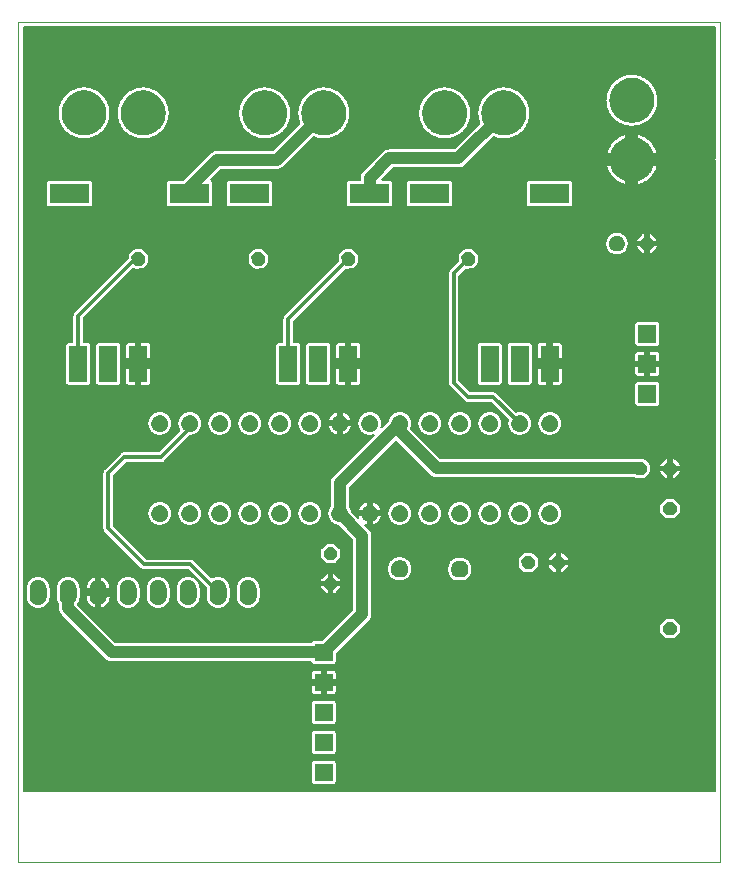
<source format=gbl>
G75*
G71*
%OFA0B0*%
%FSLAX23Y23*%
%IPPOS*%
%LPD*%
%ADD10C,0.1*%
%ADD11C,0.305*%
%ADD12C,1.016*%
%LPD*%G36*
X990Y70777D02*
X1981Y70777D01*
X2972Y70777D01*
X3962Y70777D01*
X4953Y70777D01*
X5944Y70777D01*
X8916Y70777D01*
X9906Y70777D01*
X10897Y70777D01*
X11888Y70777D01*
X12878Y70777D01*
X13869Y70777D01*
X14860Y70777D01*
X18822Y70777D01*
X19813Y70777D01*
X21795Y70777D01*
X22785Y70777D01*
X23776Y70777D01*
X24767Y70777D01*
X25757Y70777D01*
X29720Y70777D01*
X30711Y70777D01*
X31701Y70777D01*
X33683Y70777D01*
X34673Y70777D01*
X35664Y70777D01*
X58982Y70777D01*
X59059Y70700D01*
X59059Y64240D01*
X59059Y63252D01*
X59059Y62264D01*
X59059Y60287D01*
X59059Y59609D01*
X58982Y59533D01*
X51966Y59533D01*
X51961Y59527D01*
X58982Y59524D01*
X59059Y59447D01*
X59059Y59299D01*
X59059Y58310D01*
X59059Y56334D01*
X59059Y55345D01*
X59059Y54357D01*
X59059Y53369D01*
X59059Y52381D01*
X59059Y51392D01*
X59059Y50404D01*
X59059Y49416D01*
X59059Y48427D01*
X59059Y47439D01*
X59059Y46451D01*
X59059Y44474D01*
X59059Y43486D01*
X59059Y42498D01*
X59059Y41509D01*
X59059Y40521D01*
X59059Y39533D01*
X59059Y22732D01*
X59059Y21743D01*
X59059Y20755D01*
X59059Y6005D01*
X58982Y5929D01*
X458Y5929D01*
X382Y6005D01*
X382Y70700D01*
X458Y70777D01*
X990Y70777D01*
G37*
%LPC*%G36*
X49881Y58975D02*
X49885Y58962D01*
X49913Y58865D01*
X49918Y58851D01*
X49951Y58760D01*
X49956Y58745D01*
X49993Y58656D01*
X49999Y58643D01*
X50042Y58554D01*
X50049Y58539D01*
X50094Y58455D01*
X50102Y58442D01*
X50154Y58358D01*
X50162Y58346D01*
X50218Y58265D01*
X50226Y58253D01*
X50285Y58176D01*
X50295Y58164D01*
X50359Y58090D01*
X50369Y58078D01*
X50435Y58008D01*
X50445Y57998D01*
X50517Y57930D01*
X50528Y57920D01*
X50601Y57857D01*
X50613Y57849D01*
X50691Y57788D01*
X50703Y57780D01*
X50784Y57724D01*
X50797Y57715D01*
X50878Y57666D01*
X50891Y57659D01*
X50978Y57610D01*
X50992Y57603D01*
X51079Y57562D01*
X51093Y57555D01*
X51183Y57518D01*
X51197Y57513D01*
X51288Y57481D01*
X51303Y57476D01*
X51396Y57448D01*
X51411Y57445D01*
X51405Y58967D01*
X49883Y58967D01*
X49881Y58975D01*
G37*
G36*
X52511Y57444D02*
X52525Y57448D01*
X52619Y57476D01*
X52633Y57481D01*
X52725Y57513D01*
X52739Y57518D01*
X52828Y57555D01*
X52841Y57561D01*
X52929Y57603D01*
X52943Y57610D01*
X53030Y57658D01*
X53044Y57665D01*
X53125Y57715D01*
X53138Y57724D01*
X53218Y57779D01*
X53229Y57788D01*
X53308Y57849D01*
X53322Y57858D01*
X53394Y57921D01*
X53406Y57931D01*
X53475Y57998D01*
X53486Y58009D01*
X53553Y58078D01*
X53563Y58089D01*
X53626Y58162D01*
X53634Y58174D01*
X53696Y58253D01*
X53704Y58265D01*
X53760Y58346D01*
X53769Y58359D01*
X53819Y58440D01*
X53826Y58453D01*
X53873Y58540D01*
X53880Y58553D01*
X53922Y58642D01*
X53928Y58656D01*
X53966Y58745D01*
X53971Y58759D01*
X54003Y58851D01*
X54008Y58866D01*
X54036Y58959D01*
X54040Y58973D01*
X52518Y58967D01*
X52518Y57446D01*
X52511Y57444D01*
G37*
G36*
X54040Y60073D02*
X54036Y60088D01*
X54008Y60181D01*
X54003Y60196D01*
X53971Y60287D01*
X53966Y60301D01*
X53928Y60391D01*
X53921Y60406D01*
X53881Y60493D01*
X53874Y60506D01*
X53826Y60592D01*
X53819Y60606D01*
X53769Y60687D01*
X53761Y60699D01*
X53704Y60781D01*
X53696Y60793D01*
X53635Y60871D01*
X53627Y60883D01*
X53564Y60956D01*
X53554Y60967D01*
X53486Y61039D01*
X53476Y61049D01*
X53406Y61115D01*
X53395Y61125D01*
X53320Y61189D01*
X53308Y61199D01*
X53230Y61258D01*
X53218Y61267D01*
X53139Y61322D01*
X53127Y61329D01*
X53042Y61382D01*
X53029Y61389D01*
X52943Y61436D01*
X52929Y61443D01*
X52841Y61485D01*
X52828Y61491D01*
X52739Y61528D01*
X52725Y61533D01*
X52632Y61566D01*
X52617Y61571D01*
X52525Y61598D01*
X52511Y61602D01*
X52518Y60080D01*
X54038Y60080D01*
X54040Y60073D01*
G37*
G36*
X51411Y61602D02*
X51396Y61598D01*
X51305Y61571D01*
X51290Y61566D01*
X51197Y61533D01*
X51183Y61528D01*
X51093Y61491D01*
X51079Y61484D01*
X50992Y61443D01*
X50978Y61436D01*
X50893Y61390D01*
X50880Y61382D01*
X50796Y61330D01*
X50784Y61322D01*
X50703Y61267D01*
X50690Y61257D01*
X50614Y61199D01*
X50603Y61190D01*
X50528Y61126D01*
X50517Y61116D01*
X50445Y61049D01*
X50435Y61039D01*
X50368Y60967D01*
X50358Y60956D01*
X50294Y60881D01*
X50285Y60870D01*
X50227Y60794D01*
X50218Y60781D01*
X50162Y60701D01*
X50154Y60688D01*
X50102Y60604D01*
X50094Y60591D01*
X50048Y60506D01*
X50041Y60493D01*
X50000Y60405D01*
X49993Y60391D01*
X49956Y60301D01*
X49951Y60287D01*
X49918Y60196D01*
X49913Y60181D01*
X49885Y60086D01*
X49881Y60071D01*
X49883Y60080D01*
X51405Y60080D01*
X51405Y61600D01*
X51411Y61602D01*
G37*
G36*
X17111Y58682D02*
X17165Y58705D01*
X21872Y58705D01*
X22024Y58719D01*
X22167Y58762D01*
X22297Y58832D01*
X22414Y58929D01*
X24956Y61469D01*
X25039Y61486D01*
X25102Y61460D01*
X25117Y61453D01*
X25206Y61422D01*
X25221Y61417D01*
X25316Y61389D01*
X25331Y61385D01*
X25426Y61363D01*
X25440Y61359D01*
X25533Y61342D01*
X25548Y61340D01*
X25647Y61327D01*
X25663Y61325D01*
X25757Y61318D01*
X25771Y61318D01*
X25871Y61315D01*
X25886Y61315D01*
X25985Y61318D01*
X26000Y61318D01*
X26095Y61325D01*
X26111Y61327D01*
X26208Y61340D01*
X26224Y61342D01*
X26317Y61359D01*
X26332Y61363D01*
X26427Y61385D01*
X26440Y61389D01*
X26537Y61417D01*
X26551Y61422D01*
X26641Y61453D01*
X26654Y61459D01*
X26746Y61497D01*
X26759Y61503D01*
X26849Y61546D01*
X26862Y61552D01*
X26948Y61599D01*
X26962Y61606D01*
X27043Y61658D01*
X27058Y61667D01*
X27136Y61720D01*
X27147Y61729D01*
X27226Y61789D01*
X27239Y61799D01*
X27311Y61861D01*
X27323Y61872D01*
X27394Y61939D01*
X27404Y61950D01*
X27471Y62019D01*
X27481Y62030D01*
X27545Y62105D01*
X27553Y62117D01*
X27614Y62196D01*
X27623Y62207D01*
X27678Y62287D01*
X27687Y62300D01*
X27737Y62381D01*
X27744Y62394D01*
X27792Y62482D01*
X27799Y62495D01*
X27840Y62583D01*
X27846Y62597D01*
X27884Y62686D01*
X27889Y62700D01*
X27921Y62792D01*
X27926Y62807D01*
X27954Y62900D01*
X27958Y62915D01*
X27981Y63011D01*
X27984Y63026D01*
X28001Y63119D01*
X28003Y63134D01*
X28016Y63234D01*
X28018Y63249D01*
X28026Y63345D01*
X28027Y63360D01*
X28029Y63457D01*
X28029Y63472D01*
X28027Y63569D01*
X28026Y63584D01*
X28018Y63681D01*
X28016Y63696D01*
X28003Y63794D01*
X28001Y63810D01*
X27984Y63903D01*
X27981Y63918D01*
X27958Y64014D01*
X27954Y64029D01*
X27926Y64122D01*
X27921Y64137D01*
X27889Y64228D01*
X27884Y64243D01*
X27846Y64332D01*
X27839Y64347D01*
X27799Y64434D01*
X27792Y64447D01*
X27744Y64534D01*
X27737Y64546D01*
X27687Y64628D01*
X27679Y64640D01*
X27622Y64722D01*
X27614Y64734D01*
X27553Y64812D01*
X27545Y64824D01*
X27481Y64898D01*
X27471Y64910D01*
X27404Y64980D01*
X27394Y64990D01*
X27323Y65057D01*
X27311Y65068D01*
X27239Y65130D01*
X27226Y65140D01*
X27147Y65200D01*
X27136Y65209D01*
X27058Y65263D01*
X27045Y65270D01*
X26960Y65323D01*
X26947Y65331D01*
X26862Y65377D01*
X26850Y65383D01*
X26759Y65426D01*
X26746Y65432D01*
X26657Y65469D01*
X26643Y65474D01*
X26551Y65508D01*
X26537Y65512D01*
X26442Y65540D01*
X26427Y65544D01*
X26335Y65566D01*
X26320Y65569D01*
X26221Y65587D01*
X26206Y65589D01*
X26111Y65602D01*
X26096Y65604D01*
X25998Y65611D01*
X25983Y65612D01*
X25886Y65615D01*
X25871Y65615D01*
X25774Y65612D01*
X25759Y65611D01*
X25662Y65604D01*
X25647Y65602D01*
X25551Y65589D01*
X25536Y65587D01*
X25438Y65569D01*
X25424Y65566D01*
X25331Y65544D01*
X25316Y65540D01*
X25221Y65512D01*
X25206Y65507D01*
X25116Y65474D01*
X25101Y65469D01*
X25011Y65432D01*
X24997Y65425D01*
X24908Y65383D01*
X24895Y65377D01*
X24811Y65331D01*
X24798Y65323D01*
X24714Y65271D01*
X24701Y65263D01*
X24621Y65208D01*
X24609Y65200D01*
X24532Y65141D01*
X24520Y65131D01*
X24447Y65069D01*
X24437Y65059D01*
X24363Y64990D01*
X24353Y64980D01*
X24287Y64910D01*
X24277Y64899D01*
X24212Y64822D01*
X24203Y64811D01*
X24145Y64735D01*
X24136Y64722D01*
X24080Y64642D01*
X24072Y64629D01*
X24020Y64545D01*
X24012Y64532D01*
X23966Y64447D01*
X23959Y64434D01*
X23918Y64346D01*
X23911Y64332D01*
X23874Y64244D01*
X23869Y64229D01*
X23836Y64137D01*
X23831Y64122D01*
X23803Y64027D01*
X23799Y64012D01*
X23777Y63920D01*
X23774Y63906D01*
X23756Y63808D01*
X23754Y63792D01*
X23741Y63696D01*
X23739Y63681D01*
X23732Y63584D01*
X23731Y63569D01*
X23729Y63472D01*
X23729Y63457D01*
X23731Y63360D01*
X23732Y63345D01*
X23739Y63248D01*
X23741Y63234D01*
X23754Y63137D01*
X23756Y63122D01*
X23774Y63024D01*
X23777Y63009D01*
X23799Y62917D01*
X23803Y62902D01*
X23831Y62807D01*
X23836Y62792D01*
X23869Y62701D01*
X23874Y62686D01*
X23900Y62624D01*
X23883Y62541D01*
X21585Y60243D01*
X21531Y60221D01*
X16822Y60221D01*
X16671Y60206D01*
X16528Y60162D01*
X16398Y60092D01*
X16279Y59995D01*
X14021Y57736D01*
X13967Y57714D01*
X12848Y57714D01*
X12796Y57709D01*
X12749Y57694D01*
X12705Y57671D01*
X12667Y57641D01*
X12637Y57603D01*
X12614Y57560D01*
X12599Y57512D01*
X12595Y57460D01*
X12595Y55791D01*
X12599Y55739D01*
X12614Y55692D01*
X12637Y55648D01*
X12667Y55610D01*
X12705Y55580D01*
X12749Y55557D01*
X12796Y55542D01*
X12848Y55538D01*
X16193Y55538D01*
X16246Y55542D01*
X16292Y55557D01*
X16336Y55580D01*
X16374Y55611D01*
X16405Y55649D01*
X16428Y55691D01*
X16442Y55739D01*
X16448Y55791D01*
X16448Y57460D01*
X16442Y57512D01*
X16428Y57560D01*
X16405Y57602D01*
X16374Y57640D01*
X16336Y57671D01*
X16292Y57694D01*
X16284Y57697D01*
X16253Y57824D01*
X17111Y58682D01*
G37*
G36*
X31718Y58825D02*
X31772Y58848D01*
X37256Y58848D01*
X37407Y58862D01*
X37550Y58905D01*
X37680Y58975D01*
X37799Y59072D01*
X40196Y61469D01*
X40279Y61486D01*
X40342Y61460D01*
X40357Y61453D01*
X40446Y61422D01*
X40461Y61417D01*
X40556Y61389D01*
X40571Y61385D01*
X40666Y61363D01*
X40680Y61359D01*
X40773Y61342D01*
X40788Y61340D01*
X40887Y61327D01*
X40903Y61325D01*
X40997Y61318D01*
X41011Y61318D01*
X41111Y61315D01*
X41126Y61315D01*
X41225Y61318D01*
X41240Y61318D01*
X41335Y61325D01*
X41351Y61327D01*
X41448Y61340D01*
X41464Y61342D01*
X41557Y61359D01*
X41572Y61363D01*
X41667Y61385D01*
X41680Y61389D01*
X41777Y61417D01*
X41791Y61422D01*
X41881Y61453D01*
X41894Y61459D01*
X41986Y61497D01*
X41999Y61503D01*
X42089Y61546D01*
X42102Y61552D01*
X42188Y61599D01*
X42202Y61606D01*
X42283Y61658D01*
X42298Y61667D01*
X42376Y61720D01*
X42387Y61729D01*
X42466Y61789D01*
X42479Y61799D01*
X42551Y61861D01*
X42563Y61872D01*
X42634Y61939D01*
X42644Y61950D01*
X42711Y62019D01*
X42721Y62030D01*
X42785Y62105D01*
X42793Y62117D01*
X42854Y62196D01*
X42863Y62207D01*
X42918Y62287D01*
X42927Y62300D01*
X42977Y62381D01*
X42984Y62394D01*
X43032Y62482D01*
X43039Y62495D01*
X43080Y62583D01*
X43086Y62597D01*
X43124Y62686D01*
X43129Y62700D01*
X43161Y62792D01*
X43166Y62807D01*
X43194Y62900D01*
X43198Y62915D01*
X43221Y63011D01*
X43224Y63026D01*
X43241Y63119D01*
X43243Y63134D01*
X43256Y63234D01*
X43258Y63249D01*
X43266Y63345D01*
X43267Y63360D01*
X43269Y63457D01*
X43269Y63472D01*
X43267Y63569D01*
X43266Y63584D01*
X43258Y63681D01*
X43256Y63696D01*
X43243Y63794D01*
X43241Y63810D01*
X43224Y63903D01*
X43221Y63918D01*
X43198Y64014D01*
X43194Y64029D01*
X43166Y64122D01*
X43161Y64137D01*
X43129Y64228D01*
X43124Y64243D01*
X43086Y64332D01*
X43079Y64347D01*
X43039Y64434D01*
X43032Y64447D01*
X42984Y64534D01*
X42977Y64546D01*
X42927Y64628D01*
X42919Y64640D01*
X42862Y64722D01*
X42854Y64734D01*
X42793Y64812D01*
X42785Y64824D01*
X42721Y64898D01*
X42711Y64910D01*
X42644Y64980D01*
X42634Y64990D01*
X42563Y65057D01*
X42551Y65068D01*
X42479Y65130D01*
X42466Y65140D01*
X42387Y65200D01*
X42376Y65209D01*
X42298Y65263D01*
X42285Y65270D01*
X42200Y65323D01*
X42187Y65331D01*
X42102Y65377D01*
X42090Y65383D01*
X41999Y65426D01*
X41986Y65432D01*
X41897Y65469D01*
X41883Y65474D01*
X41791Y65508D01*
X41777Y65512D01*
X41682Y65540D01*
X41667Y65544D01*
X41575Y65566D01*
X41560Y65569D01*
X41461Y65587D01*
X41446Y65589D01*
X41351Y65602D01*
X41336Y65604D01*
X41238Y65611D01*
X41223Y65612D01*
X41126Y65615D01*
X41111Y65615D01*
X41014Y65612D01*
X40999Y65611D01*
X40902Y65604D01*
X40887Y65602D01*
X40791Y65589D01*
X40776Y65587D01*
X40678Y65569D01*
X40664Y65566D01*
X40571Y65544D01*
X40556Y65540D01*
X40461Y65512D01*
X40446Y65507D01*
X40356Y65474D01*
X40341Y65469D01*
X40251Y65432D01*
X40237Y65425D01*
X40148Y65383D01*
X40135Y65377D01*
X40051Y65331D01*
X40038Y65323D01*
X39954Y65271D01*
X39941Y65263D01*
X39861Y65208D01*
X39849Y65200D01*
X39772Y65141D01*
X39760Y65131D01*
X39687Y65069D01*
X39677Y65059D01*
X39603Y64990D01*
X39593Y64980D01*
X39527Y64910D01*
X39517Y64899D01*
X39452Y64822D01*
X39443Y64811D01*
X39385Y64735D01*
X39376Y64722D01*
X39320Y64642D01*
X39312Y64629D01*
X39260Y64545D01*
X39252Y64532D01*
X39206Y64447D01*
X39199Y64434D01*
X39158Y64346D01*
X39151Y64332D01*
X39114Y64244D01*
X39109Y64229D01*
X39076Y64137D01*
X39071Y64122D01*
X39043Y64027D01*
X39039Y64012D01*
X39017Y63920D01*
X39014Y63906D01*
X38996Y63808D01*
X38994Y63792D01*
X38981Y63696D01*
X38979Y63681D01*
X38972Y63584D01*
X38971Y63569D01*
X38969Y63472D01*
X38969Y63457D01*
X38971Y63360D01*
X38972Y63345D01*
X38979Y63248D01*
X38981Y63234D01*
X38994Y63137D01*
X38996Y63122D01*
X39014Y63024D01*
X39017Y63009D01*
X39039Y62917D01*
X39043Y62902D01*
X39071Y62807D01*
X39076Y62792D01*
X39109Y62701D01*
X39114Y62686D01*
X39140Y62624D01*
X39123Y62541D01*
X36968Y60386D01*
X36914Y60364D01*
X31430Y60364D01*
X31278Y60349D01*
X31135Y60305D01*
X31005Y60235D01*
X30888Y60138D01*
X29228Y58479D01*
X29131Y58361D01*
X29061Y58231D01*
X29017Y58088D01*
X29003Y57936D01*
X29003Y57790D01*
X28926Y57714D01*
X28088Y57714D01*
X28036Y57709D01*
X27989Y57694D01*
X27945Y57671D01*
X27907Y57641D01*
X27877Y57603D01*
X27854Y57560D01*
X27839Y57512D01*
X27835Y57460D01*
X27835Y55791D01*
X27839Y55739D01*
X27854Y55692D01*
X27877Y55648D01*
X27907Y55610D01*
X27945Y55580D01*
X27989Y55557D01*
X28036Y55542D01*
X28088Y55538D01*
X31433Y55538D01*
X31486Y55542D01*
X31532Y55557D01*
X31576Y55580D01*
X31614Y55611D01*
X31645Y55649D01*
X31668Y55691D01*
X31682Y55739D01*
X31688Y55791D01*
X31688Y57460D01*
X31682Y57512D01*
X31668Y57560D01*
X31645Y57602D01*
X31614Y57640D01*
X31576Y57671D01*
X31532Y57694D01*
X31486Y57709D01*
X31433Y57714D01*
X30791Y57714D01*
X30737Y57844D01*
X31718Y58825D01*
G37*
G36*
X3423Y63457D02*
X3425Y63360D01*
X3426Y63345D01*
X3433Y63248D01*
X3435Y63234D01*
X3448Y63137D01*
X3450Y63122D01*
X3468Y63024D01*
X3471Y63009D01*
X3493Y62917D01*
X3497Y62902D01*
X3525Y62807D01*
X3530Y62792D01*
X3563Y62701D01*
X3568Y62686D01*
X3605Y62597D01*
X3611Y62584D01*
X3653Y62496D01*
X3660Y62482D01*
X3707Y62396D01*
X3714Y62383D01*
X3766Y62299D01*
X3774Y62286D01*
X3829Y62207D01*
X3838Y62196D01*
X3897Y62118D01*
X3906Y62107D01*
X3971Y62031D01*
X3981Y62019D01*
X4047Y61949D01*
X4057Y61939D01*
X4129Y61872D01*
X4141Y61860D01*
X4214Y61799D01*
X4226Y61789D01*
X4303Y61729D01*
X4315Y61721D01*
X4395Y61666D01*
X4408Y61658D01*
X4490Y61606D01*
X4503Y61600D01*
X4589Y61552D01*
X4601Y61546D01*
X4691Y61504D01*
X4705Y61497D01*
X4796Y61460D01*
X4811Y61453D01*
X4900Y61422D01*
X4915Y61417D01*
X5010Y61389D01*
X5025Y61385D01*
X5120Y61363D01*
X5134Y61359D01*
X5227Y61342D01*
X5242Y61340D01*
X5341Y61327D01*
X5357Y61325D01*
X5451Y61318D01*
X5465Y61318D01*
X5565Y61315D01*
X5580Y61315D01*
X5679Y61318D01*
X5694Y61318D01*
X5789Y61325D01*
X5805Y61327D01*
X5902Y61340D01*
X5918Y61342D01*
X6011Y61359D01*
X6026Y61363D01*
X6121Y61385D01*
X6134Y61389D01*
X6231Y61417D01*
X6245Y61422D01*
X6335Y61453D01*
X6348Y61459D01*
X6440Y61497D01*
X6453Y61503D01*
X6543Y61546D01*
X6556Y61552D01*
X6642Y61599D01*
X6656Y61606D01*
X6737Y61658D01*
X6752Y61667D01*
X6830Y61720D01*
X6841Y61729D01*
X6920Y61789D01*
X6933Y61799D01*
X7005Y61861D01*
X7017Y61872D01*
X7088Y61939D01*
X7098Y61950D01*
X7165Y62019D01*
X7175Y62030D01*
X7239Y62105D01*
X7247Y62117D01*
X7308Y62196D01*
X7317Y62207D01*
X7372Y62287D01*
X7381Y62300D01*
X7431Y62381D01*
X7438Y62394D01*
X7486Y62482D01*
X7493Y62495D01*
X7534Y62583D01*
X7540Y62597D01*
X7578Y62686D01*
X7583Y62700D01*
X7615Y62792D01*
X7620Y62807D01*
X7648Y62900D01*
X7652Y62915D01*
X7675Y63011D01*
X7678Y63026D01*
X7695Y63119D01*
X7697Y63134D01*
X7710Y63234D01*
X7712Y63249D01*
X7720Y63345D01*
X7721Y63360D01*
X7723Y63457D01*
X7723Y63472D01*
X7721Y63569D01*
X7720Y63584D01*
X7712Y63681D01*
X7710Y63696D01*
X7697Y63794D01*
X7695Y63810D01*
X7678Y63903D01*
X7675Y63918D01*
X7652Y64014D01*
X7648Y64029D01*
X7620Y64122D01*
X7615Y64137D01*
X7583Y64228D01*
X7578Y64243D01*
X7540Y64332D01*
X7533Y64347D01*
X7493Y64434D01*
X7486Y64447D01*
X7438Y64534D01*
X7431Y64546D01*
X7381Y64628D01*
X7373Y64640D01*
X7316Y64722D01*
X7308Y64734D01*
X7247Y64812D01*
X7239Y64824D01*
X7175Y64898D01*
X7165Y64910D01*
X7098Y64980D01*
X7088Y64990D01*
X7017Y65057D01*
X7005Y65068D01*
X6933Y65130D01*
X6920Y65140D01*
X6841Y65200D01*
X6830Y65209D01*
X6752Y65263D01*
X6739Y65270D01*
X6654Y65323D01*
X6641Y65331D01*
X6556Y65377D01*
X6544Y65383D01*
X6453Y65426D01*
X6440Y65432D01*
X6351Y65469D01*
X6337Y65474D01*
X6245Y65508D01*
X6231Y65512D01*
X6136Y65540D01*
X6121Y65544D01*
X6029Y65566D01*
X6014Y65569D01*
X5915Y65587D01*
X5900Y65589D01*
X5805Y65602D01*
X5790Y65604D01*
X5692Y65611D01*
X5677Y65612D01*
X5580Y65615D01*
X5565Y65615D01*
X5468Y65612D01*
X5453Y65611D01*
X5356Y65604D01*
X5341Y65602D01*
X5245Y65589D01*
X5230Y65587D01*
X5132Y65569D01*
X5118Y65566D01*
X5025Y65544D01*
X5010Y65540D01*
X4915Y65512D01*
X4900Y65507D01*
X4810Y65474D01*
X4795Y65469D01*
X4705Y65432D01*
X4691Y65425D01*
X4602Y65383D01*
X4589Y65377D01*
X4505Y65331D01*
X4492Y65323D01*
X4408Y65271D01*
X4395Y65263D01*
X4315Y65208D01*
X4303Y65200D01*
X4226Y65141D01*
X4214Y65131D01*
X4141Y65069D01*
X4131Y65059D01*
X4057Y64990D01*
X4047Y64980D01*
X3981Y64910D01*
X3971Y64899D01*
X3906Y64822D01*
X3897Y64811D01*
X3839Y64735D01*
X3830Y64722D01*
X3774Y64642D01*
X3766Y64629D01*
X3714Y64545D01*
X3706Y64532D01*
X3660Y64447D01*
X3653Y64434D01*
X3612Y64346D01*
X3605Y64332D01*
X3568Y64244D01*
X3563Y64229D01*
X3530Y64137D01*
X3525Y64122D01*
X3497Y64027D01*
X3493Y64012D01*
X3471Y63920D01*
X3468Y63906D01*
X3450Y63808D01*
X3448Y63792D01*
X3435Y63696D01*
X3433Y63681D01*
X3426Y63584D01*
X3425Y63569D01*
X3423Y63472D01*
X3423Y63457D01*
G37*
G36*
X8431Y63457D02*
X8433Y63360D01*
X8434Y63345D01*
X8441Y63248D01*
X8443Y63234D01*
X8456Y63137D01*
X8458Y63122D01*
X8476Y63024D01*
X8479Y63009D01*
X8501Y62917D01*
X8505Y62902D01*
X8533Y62807D01*
X8538Y62792D01*
X8571Y62701D01*
X8576Y62686D01*
X8613Y62597D01*
X8619Y62584D01*
X8661Y62496D01*
X8668Y62482D01*
X8715Y62396D01*
X8722Y62383D01*
X8774Y62299D01*
X8782Y62286D01*
X8837Y62207D01*
X8846Y62196D01*
X8905Y62118D01*
X8914Y62107D01*
X8979Y62031D01*
X8989Y62019D01*
X9055Y61949D01*
X9065Y61939D01*
X9137Y61872D01*
X9149Y61860D01*
X9222Y61799D01*
X9234Y61789D01*
X9311Y61729D01*
X9323Y61721D01*
X9403Y61666D01*
X9416Y61658D01*
X9498Y61606D01*
X9511Y61600D01*
X9597Y61552D01*
X9609Y61546D01*
X9699Y61504D01*
X9713Y61497D01*
X9804Y61460D01*
X9819Y61453D01*
X9908Y61422D01*
X9923Y61417D01*
X10018Y61389D01*
X10033Y61385D01*
X10128Y61363D01*
X10142Y61359D01*
X10235Y61342D01*
X10250Y61340D01*
X10349Y61327D01*
X10365Y61325D01*
X10459Y61318D01*
X10473Y61318D01*
X10573Y61315D01*
X10588Y61315D01*
X10687Y61318D01*
X10702Y61318D01*
X10797Y61325D01*
X10813Y61327D01*
X10910Y61340D01*
X10926Y61342D01*
X11019Y61359D01*
X11034Y61363D01*
X11129Y61385D01*
X11142Y61389D01*
X11239Y61417D01*
X11253Y61422D01*
X11343Y61453D01*
X11356Y61459D01*
X11448Y61497D01*
X11461Y61503D01*
X11551Y61546D01*
X11564Y61552D01*
X11650Y61599D01*
X11664Y61606D01*
X11745Y61658D01*
X11760Y61667D01*
X11838Y61720D01*
X11849Y61729D01*
X11928Y61789D01*
X11941Y61799D01*
X12013Y61861D01*
X12025Y61872D01*
X12096Y61939D01*
X12106Y61950D01*
X12173Y62019D01*
X12183Y62030D01*
X12247Y62105D01*
X12255Y62117D01*
X12316Y62196D01*
X12325Y62207D01*
X12380Y62287D01*
X12389Y62300D01*
X12439Y62381D01*
X12446Y62394D01*
X12494Y62482D01*
X12501Y62495D01*
X12542Y62583D01*
X12548Y62597D01*
X12586Y62686D01*
X12591Y62700D01*
X12623Y62792D01*
X12628Y62807D01*
X12656Y62900D01*
X12660Y62915D01*
X12683Y63011D01*
X12686Y63026D01*
X12703Y63119D01*
X12705Y63134D01*
X12718Y63234D01*
X12720Y63249D01*
X12728Y63345D01*
X12729Y63360D01*
X12731Y63457D01*
X12731Y63472D01*
X12729Y63569D01*
X12728Y63584D01*
X12720Y63681D01*
X12718Y63696D01*
X12705Y63794D01*
X12703Y63810D01*
X12686Y63903D01*
X12683Y63918D01*
X12660Y64014D01*
X12656Y64029D01*
X12628Y64122D01*
X12623Y64137D01*
X12591Y64228D01*
X12586Y64243D01*
X12548Y64332D01*
X12541Y64347D01*
X12501Y64434D01*
X12494Y64447D01*
X12446Y64534D01*
X12439Y64546D01*
X12389Y64628D01*
X12381Y64640D01*
X12324Y64722D01*
X12316Y64734D01*
X12255Y64812D01*
X12247Y64824D01*
X12183Y64898D01*
X12173Y64910D01*
X12106Y64980D01*
X12096Y64990D01*
X12025Y65057D01*
X12013Y65068D01*
X11941Y65130D01*
X11928Y65140D01*
X11849Y65200D01*
X11838Y65209D01*
X11760Y65263D01*
X11747Y65270D01*
X11662Y65323D01*
X11649Y65331D01*
X11564Y65377D01*
X11552Y65383D01*
X11461Y65426D01*
X11448Y65432D01*
X11359Y65469D01*
X11345Y65474D01*
X11253Y65508D01*
X11239Y65512D01*
X11144Y65540D01*
X11129Y65544D01*
X11037Y65566D01*
X11022Y65569D01*
X10923Y65587D01*
X10908Y65589D01*
X10813Y65602D01*
X10798Y65604D01*
X10700Y65611D01*
X10685Y65612D01*
X10588Y65615D01*
X10573Y65615D01*
X10476Y65612D01*
X10461Y65611D01*
X10364Y65604D01*
X10349Y65602D01*
X10253Y65589D01*
X10238Y65587D01*
X10140Y65569D01*
X10126Y65566D01*
X10033Y65544D01*
X10018Y65540D01*
X9923Y65512D01*
X9908Y65507D01*
X9818Y65474D01*
X9803Y65469D01*
X9713Y65432D01*
X9699Y65425D01*
X9610Y65383D01*
X9597Y65377D01*
X9513Y65331D01*
X9500Y65323D01*
X9416Y65271D01*
X9403Y65263D01*
X9323Y65208D01*
X9311Y65200D01*
X9234Y65141D01*
X9222Y65131D01*
X9149Y65069D01*
X9139Y65059D01*
X9065Y64990D01*
X9055Y64980D01*
X8989Y64910D01*
X8979Y64899D01*
X8914Y64822D01*
X8905Y64811D01*
X8847Y64735D01*
X8838Y64722D01*
X8782Y64642D01*
X8774Y64629D01*
X8722Y64545D01*
X8714Y64532D01*
X8668Y64447D01*
X8661Y64434D01*
X8620Y64346D01*
X8613Y64332D01*
X8576Y64244D01*
X8571Y64229D01*
X8538Y64137D01*
X8533Y64122D01*
X8505Y64027D01*
X8501Y64012D01*
X8479Y63920D01*
X8476Y63906D01*
X8458Y63808D01*
X8456Y63792D01*
X8443Y63696D01*
X8441Y63681D01*
X8434Y63584D01*
X8433Y63569D01*
X8431Y63472D01*
X8431Y63457D01*
G37*
G36*
X18721Y63457D02*
X18723Y63360D01*
X18724Y63345D01*
X18731Y63248D01*
X18733Y63234D01*
X18746Y63137D01*
X18748Y63122D01*
X18766Y63024D01*
X18769Y63009D01*
X18791Y62917D01*
X18795Y62902D01*
X18823Y62807D01*
X18828Y62792D01*
X18861Y62701D01*
X18866Y62686D01*
X18903Y62597D01*
X18909Y62584D01*
X18951Y62496D01*
X18958Y62482D01*
X19005Y62396D01*
X19012Y62383D01*
X19064Y62299D01*
X19072Y62286D01*
X19127Y62207D01*
X19136Y62196D01*
X19195Y62118D01*
X19204Y62107D01*
X19269Y62031D01*
X19279Y62019D01*
X19345Y61949D01*
X19355Y61939D01*
X19427Y61872D01*
X19439Y61860D01*
X19512Y61799D01*
X19524Y61789D01*
X19601Y61729D01*
X19613Y61721D01*
X19693Y61666D01*
X19706Y61658D01*
X19788Y61606D01*
X19801Y61600D01*
X19887Y61552D01*
X19899Y61546D01*
X19989Y61504D01*
X20003Y61497D01*
X20094Y61460D01*
X20109Y61453D01*
X20198Y61422D01*
X20213Y61417D01*
X20308Y61389D01*
X20323Y61385D01*
X20418Y61363D01*
X20432Y61359D01*
X20525Y61342D01*
X20540Y61340D01*
X20639Y61327D01*
X20655Y61325D01*
X20749Y61318D01*
X20763Y61318D01*
X20863Y61315D01*
X20878Y61315D01*
X20977Y61318D01*
X20992Y61318D01*
X21087Y61325D01*
X21103Y61327D01*
X21200Y61340D01*
X21216Y61342D01*
X21309Y61359D01*
X21324Y61363D01*
X21419Y61385D01*
X21432Y61389D01*
X21529Y61417D01*
X21543Y61422D01*
X21633Y61453D01*
X21646Y61459D01*
X21738Y61497D01*
X21751Y61503D01*
X21841Y61546D01*
X21854Y61552D01*
X21940Y61599D01*
X21954Y61606D01*
X22035Y61658D01*
X22050Y61667D01*
X22128Y61720D01*
X22139Y61729D01*
X22218Y61789D01*
X22231Y61799D01*
X22303Y61861D01*
X22315Y61872D01*
X22386Y61939D01*
X22396Y61950D01*
X22463Y62019D01*
X22473Y62030D01*
X22537Y62105D01*
X22545Y62117D01*
X22606Y62196D01*
X22615Y62207D01*
X22670Y62287D01*
X22679Y62300D01*
X22729Y62381D01*
X22736Y62394D01*
X22784Y62482D01*
X22791Y62495D01*
X22832Y62583D01*
X22838Y62597D01*
X22876Y62686D01*
X22881Y62700D01*
X22913Y62792D01*
X22918Y62807D01*
X22946Y62900D01*
X22950Y62915D01*
X22973Y63011D01*
X22976Y63026D01*
X22993Y63119D01*
X22995Y63134D01*
X23008Y63234D01*
X23010Y63249D01*
X23018Y63345D01*
X23019Y63360D01*
X23021Y63457D01*
X23021Y63472D01*
X23019Y63569D01*
X23018Y63584D01*
X23010Y63681D01*
X23008Y63696D01*
X22995Y63794D01*
X22993Y63810D01*
X22976Y63903D01*
X22973Y63918D01*
X22950Y64014D01*
X22946Y64029D01*
X22918Y64122D01*
X22913Y64137D01*
X22881Y64228D01*
X22876Y64243D01*
X22838Y64332D01*
X22831Y64347D01*
X22791Y64434D01*
X22784Y64447D01*
X22736Y64534D01*
X22729Y64546D01*
X22679Y64628D01*
X22671Y64640D01*
X22614Y64722D01*
X22606Y64734D01*
X22545Y64812D01*
X22537Y64824D01*
X22473Y64898D01*
X22463Y64910D01*
X22396Y64980D01*
X22386Y64990D01*
X22315Y65057D01*
X22303Y65068D01*
X22231Y65130D01*
X22218Y65140D01*
X22139Y65200D01*
X22128Y65209D01*
X22050Y65263D01*
X22037Y65270D01*
X21952Y65323D01*
X21939Y65331D01*
X21854Y65377D01*
X21842Y65383D01*
X21751Y65426D01*
X21738Y65432D01*
X21649Y65469D01*
X21635Y65474D01*
X21543Y65508D01*
X21529Y65512D01*
X21434Y65540D01*
X21419Y65544D01*
X21327Y65566D01*
X21312Y65569D01*
X21213Y65587D01*
X21198Y65589D01*
X21103Y65602D01*
X21088Y65604D01*
X20990Y65611D01*
X20975Y65612D01*
X20878Y65615D01*
X20863Y65615D01*
X20766Y65612D01*
X20751Y65611D01*
X20654Y65604D01*
X20639Y65602D01*
X20543Y65589D01*
X20528Y65587D01*
X20430Y65569D01*
X20416Y65566D01*
X20323Y65544D01*
X20308Y65540D01*
X20213Y65512D01*
X20198Y65507D01*
X20108Y65474D01*
X20093Y65469D01*
X20003Y65432D01*
X19989Y65425D01*
X19900Y65383D01*
X19887Y65377D01*
X19803Y65331D01*
X19790Y65323D01*
X19706Y65271D01*
X19693Y65263D01*
X19613Y65208D01*
X19601Y65200D01*
X19524Y65141D01*
X19512Y65131D01*
X19439Y65069D01*
X19429Y65059D01*
X19355Y64990D01*
X19345Y64980D01*
X19279Y64910D01*
X19269Y64899D01*
X19204Y64822D01*
X19195Y64811D01*
X19137Y64735D01*
X19128Y64722D01*
X19072Y64642D01*
X19064Y64629D01*
X19012Y64545D01*
X19004Y64532D01*
X18958Y64447D01*
X18951Y64434D01*
X18910Y64346D01*
X18903Y64332D01*
X18866Y64244D01*
X18861Y64229D01*
X18828Y64137D01*
X18823Y64122D01*
X18795Y64027D01*
X18791Y64012D01*
X18769Y63920D01*
X18766Y63906D01*
X18748Y63808D01*
X18746Y63792D01*
X18733Y63696D01*
X18731Y63681D01*
X18724Y63584D01*
X18723Y63569D01*
X18721Y63472D01*
X18721Y63457D01*
G37*
G36*
X33961Y63457D02*
X33963Y63360D01*
X33964Y63345D01*
X33971Y63248D01*
X33973Y63234D01*
X33986Y63137D01*
X33988Y63122D01*
X34006Y63024D01*
X34009Y63009D01*
X34031Y62917D01*
X34035Y62902D01*
X34063Y62807D01*
X34068Y62792D01*
X34101Y62701D01*
X34106Y62686D01*
X34143Y62597D01*
X34149Y62584D01*
X34191Y62496D01*
X34198Y62482D01*
X34245Y62396D01*
X34252Y62383D01*
X34304Y62299D01*
X34312Y62286D01*
X34367Y62207D01*
X34376Y62196D01*
X34435Y62118D01*
X34444Y62107D01*
X34509Y62031D01*
X34519Y62019D01*
X34585Y61949D01*
X34595Y61939D01*
X34667Y61872D01*
X34679Y61860D01*
X34752Y61799D01*
X34764Y61789D01*
X34841Y61729D01*
X34853Y61721D01*
X34933Y61666D01*
X34946Y61658D01*
X35028Y61606D01*
X35041Y61600D01*
X35127Y61552D01*
X35139Y61546D01*
X35229Y61504D01*
X35243Y61497D01*
X35334Y61460D01*
X35349Y61453D01*
X35438Y61422D01*
X35453Y61417D01*
X35548Y61389D01*
X35563Y61385D01*
X35658Y61363D01*
X35672Y61359D01*
X35765Y61342D01*
X35780Y61340D01*
X35879Y61327D01*
X35895Y61325D01*
X35989Y61318D01*
X36003Y61318D01*
X36103Y61315D01*
X36118Y61315D01*
X36217Y61318D01*
X36232Y61318D01*
X36327Y61325D01*
X36343Y61327D01*
X36440Y61340D01*
X36456Y61342D01*
X36549Y61359D01*
X36564Y61363D01*
X36659Y61385D01*
X36672Y61389D01*
X36769Y61417D01*
X36783Y61422D01*
X36873Y61453D01*
X36886Y61459D01*
X36978Y61497D01*
X36991Y61503D01*
X37081Y61546D01*
X37094Y61552D01*
X37180Y61599D01*
X37194Y61606D01*
X37275Y61658D01*
X37290Y61667D01*
X37368Y61720D01*
X37379Y61729D01*
X37458Y61789D01*
X37471Y61799D01*
X37543Y61861D01*
X37555Y61872D01*
X37626Y61939D01*
X37636Y61950D01*
X37703Y62019D01*
X37713Y62030D01*
X37777Y62105D01*
X37785Y62117D01*
X37846Y62196D01*
X37855Y62207D01*
X37910Y62287D01*
X37919Y62300D01*
X37969Y62381D01*
X37976Y62394D01*
X38024Y62482D01*
X38031Y62495D01*
X38072Y62583D01*
X38078Y62597D01*
X38116Y62686D01*
X38121Y62700D01*
X38153Y62792D01*
X38158Y62807D01*
X38186Y62900D01*
X38190Y62915D01*
X38213Y63011D01*
X38216Y63026D01*
X38233Y63119D01*
X38235Y63134D01*
X38248Y63234D01*
X38250Y63249D01*
X38258Y63345D01*
X38259Y63360D01*
X38261Y63457D01*
X38261Y63472D01*
X38259Y63569D01*
X38258Y63584D01*
X38250Y63681D01*
X38248Y63696D01*
X38235Y63794D01*
X38233Y63810D01*
X38216Y63903D01*
X38213Y63918D01*
X38190Y64014D01*
X38186Y64029D01*
X38158Y64122D01*
X38153Y64137D01*
X38121Y64228D01*
X38116Y64243D01*
X38078Y64332D01*
X38071Y64347D01*
X38031Y64434D01*
X38024Y64447D01*
X37976Y64534D01*
X37969Y64546D01*
X37919Y64628D01*
X37911Y64640D01*
X37854Y64722D01*
X37846Y64734D01*
X37785Y64812D01*
X37777Y64824D01*
X37713Y64898D01*
X37703Y64910D01*
X37636Y64980D01*
X37626Y64990D01*
X37555Y65057D01*
X37543Y65068D01*
X37471Y65130D01*
X37458Y65140D01*
X37379Y65200D01*
X37368Y65209D01*
X37290Y65263D01*
X37277Y65270D01*
X37192Y65323D01*
X37179Y65331D01*
X37094Y65377D01*
X37082Y65383D01*
X36991Y65426D01*
X36978Y65432D01*
X36889Y65469D01*
X36875Y65474D01*
X36783Y65508D01*
X36769Y65512D01*
X36674Y65540D01*
X36659Y65544D01*
X36567Y65566D01*
X36552Y65569D01*
X36453Y65587D01*
X36438Y65589D01*
X36343Y65602D01*
X36328Y65604D01*
X36230Y65611D01*
X36215Y65612D01*
X36118Y65615D01*
X36103Y65615D01*
X36006Y65612D01*
X35991Y65611D01*
X35894Y65604D01*
X35879Y65602D01*
X35783Y65589D01*
X35768Y65587D01*
X35670Y65569D01*
X35656Y65566D01*
X35563Y65544D01*
X35548Y65540D01*
X35453Y65512D01*
X35438Y65507D01*
X35348Y65474D01*
X35333Y65469D01*
X35243Y65432D01*
X35229Y65425D01*
X35140Y65383D01*
X35127Y65377D01*
X35043Y65331D01*
X35030Y65323D01*
X34946Y65271D01*
X34933Y65263D01*
X34853Y65208D01*
X34841Y65200D01*
X34764Y65141D01*
X34752Y65131D01*
X34679Y65069D01*
X34669Y65059D01*
X34595Y64990D01*
X34585Y64980D01*
X34519Y64910D01*
X34509Y64899D01*
X34444Y64822D01*
X34435Y64811D01*
X34377Y64735D01*
X34368Y64722D01*
X34312Y64642D01*
X34304Y64629D01*
X34252Y64545D01*
X34244Y64532D01*
X34198Y64447D01*
X34191Y64434D01*
X34150Y64346D01*
X34143Y64332D01*
X34106Y64244D01*
X34101Y64229D01*
X34068Y64137D01*
X34063Y64122D01*
X34035Y64027D01*
X34031Y64012D01*
X34009Y63920D01*
X34006Y63906D01*
X33988Y63808D01*
X33986Y63792D01*
X33973Y63696D01*
X33971Y63681D01*
X33964Y63584D01*
X33963Y63569D01*
X33961Y63472D01*
X33961Y63457D01*
G37*
G36*
X49811Y64524D02*
X49813Y64427D01*
X49814Y64412D01*
X49821Y64314D01*
X49823Y64300D01*
X49836Y64204D01*
X49838Y64189D01*
X49856Y64091D01*
X49859Y64076D01*
X49881Y63983D01*
X49885Y63970D01*
X49913Y63873D01*
X49918Y63859D01*
X49951Y63768D01*
X49956Y63753D01*
X49993Y63664D01*
X49999Y63651D01*
X50042Y63562D01*
X50049Y63547D01*
X50094Y63463D01*
X50102Y63450D01*
X50154Y63366D01*
X50162Y63354D01*
X50218Y63273D01*
X50226Y63261D01*
X50285Y63184D01*
X50295Y63172D01*
X50359Y63098D01*
X50369Y63086D01*
X50435Y63016D01*
X50445Y63006D01*
X50517Y62938D01*
X50528Y62928D01*
X50601Y62865D01*
X50613Y62857D01*
X50691Y62796D01*
X50703Y62788D01*
X50784Y62732D01*
X50797Y62723D01*
X50878Y62674D01*
X50891Y62667D01*
X50978Y62618D01*
X50992Y62611D01*
X51079Y62570D01*
X51093Y62563D01*
X51183Y62526D01*
X51197Y62521D01*
X51288Y62489D01*
X51303Y62484D01*
X51396Y62456D01*
X51411Y62453D01*
X51508Y62430D01*
X51522Y62426D01*
X51615Y62409D01*
X51630Y62407D01*
X51729Y62394D01*
X51745Y62392D01*
X51841Y62384D01*
X51856Y62384D01*
X51953Y62382D01*
X51968Y62382D01*
X52066Y62384D01*
X52080Y62384D01*
X52177Y62392D01*
X52193Y62394D01*
X52290Y62407D01*
X52306Y62409D01*
X52399Y62426D01*
X52414Y62430D01*
X52511Y62452D01*
X52525Y62456D01*
X52619Y62484D01*
X52633Y62489D01*
X52725Y62521D01*
X52739Y62526D01*
X52828Y62563D01*
X52841Y62569D01*
X52929Y62611D01*
X52943Y62618D01*
X53030Y62666D01*
X53044Y62673D01*
X53125Y62723D01*
X53138Y62732D01*
X53218Y62787D01*
X53229Y62796D01*
X53308Y62857D01*
X53322Y62866D01*
X53394Y62929D01*
X53406Y62939D01*
X53475Y63006D01*
X53486Y63017D01*
X53553Y63086D01*
X53563Y63097D01*
X53626Y63170D01*
X53634Y63182D01*
X53696Y63261D01*
X53704Y63273D01*
X53760Y63354D01*
X53769Y63367D01*
X53819Y63448D01*
X53826Y63461D01*
X53873Y63548D01*
X53880Y63561D01*
X53922Y63650D01*
X53928Y63664D01*
X53966Y63753D01*
X53971Y63767D01*
X54003Y63859D01*
X54008Y63874D01*
X54036Y63967D01*
X54040Y63981D01*
X54063Y64078D01*
X54066Y64093D01*
X54083Y64186D01*
X54085Y64201D01*
X54098Y64300D01*
X54100Y64315D01*
X54108Y64413D01*
X54109Y64426D01*
X54111Y64524D01*
X54111Y64539D01*
X54109Y64636D01*
X54108Y64651D01*
X54100Y64748D01*
X54098Y64763D01*
X54085Y64861D01*
X54083Y64877D01*
X54066Y64970D01*
X54063Y64984D01*
X54040Y65081D01*
X54036Y65096D01*
X54008Y65189D01*
X54003Y65204D01*
X53971Y65295D01*
X53966Y65309D01*
X53928Y65399D01*
X53921Y65414D01*
X53881Y65501D01*
X53874Y65514D01*
X53826Y65600D01*
X53819Y65614D01*
X53769Y65695D01*
X53761Y65707D01*
X53704Y65789D01*
X53696Y65801D01*
X53635Y65879D01*
X53627Y65891D01*
X53564Y65964D01*
X53554Y65975D01*
X53486Y66047D01*
X53476Y66057D01*
X53406Y66123D01*
X53395Y66133D01*
X53320Y66197D01*
X53308Y66207D01*
X53230Y66266D01*
X53218Y66275D01*
X53139Y66330D01*
X53127Y66337D01*
X53042Y66390D01*
X53029Y66397D01*
X52943Y66444D01*
X52929Y66451D01*
X52841Y66493D01*
X52828Y66499D01*
X52739Y66536D01*
X52725Y66541D01*
X52632Y66574D01*
X52617Y66579D01*
X52525Y66606D01*
X52511Y66610D01*
X52416Y66633D01*
X52402Y66636D01*
X52303Y66654D01*
X52288Y66656D01*
X52195Y66669D01*
X52181Y66670D01*
X52080Y66678D01*
X52065Y66679D01*
X51968Y66682D01*
X51953Y66682D01*
X51856Y66679D01*
X51841Y66678D01*
X51743Y66670D01*
X51727Y66669D01*
X51633Y66656D01*
X51618Y66654D01*
X51520Y66636D01*
X51506Y66633D01*
X51411Y66610D01*
X51396Y66606D01*
X51305Y66579D01*
X51290Y66574D01*
X51197Y66541D01*
X51183Y66536D01*
X51093Y66499D01*
X51079Y66492D01*
X50992Y66451D01*
X50978Y66444D01*
X50893Y66398D01*
X50880Y66390D01*
X50796Y66338D01*
X50784Y66330D01*
X50703Y66275D01*
X50690Y66265D01*
X50614Y66207D01*
X50603Y66198D01*
X50528Y66134D01*
X50517Y66124D01*
X50445Y66057D01*
X50435Y66047D01*
X50368Y65975D01*
X50358Y65964D01*
X50294Y65889D01*
X50285Y65878D01*
X50227Y65802D01*
X50218Y65789D01*
X50162Y65709D01*
X50154Y65696D01*
X50102Y65612D01*
X50094Y65599D01*
X50048Y65514D01*
X50041Y65501D01*
X50000Y65413D01*
X49993Y65399D01*
X49956Y65309D01*
X49951Y65295D01*
X49918Y65204D01*
X49913Y65189D01*
X49885Y65094D01*
X49881Y65079D01*
X49859Y64986D01*
X49856Y64972D01*
X49838Y64875D01*
X49836Y64859D01*
X49823Y64763D01*
X49821Y64748D01*
X49814Y64651D01*
X49813Y64636D01*
X49811Y64539D01*
X49811Y64524D01*
G37*
G36*
X31341Y29503D02*
X31343Y29467D01*
X31354Y29382D01*
X31361Y29347D01*
X31381Y29265D01*
X31393Y29230D01*
X31424Y29151D01*
X31439Y29119D01*
X31480Y29045D01*
X31499Y29014D01*
X31549Y28946D01*
X31572Y28919D01*
X31630Y28856D01*
X31657Y28832D01*
X31722Y28778D01*
X31751Y28756D01*
X31822Y28712D01*
X31854Y28694D01*
X31930Y28658D01*
X31964Y28645D01*
X32044Y28619D01*
X32080Y28610D01*
X32162Y28594D01*
X32198Y28589D01*
X32283Y28584D01*
X32318Y28584D01*
X32403Y28589D01*
X32439Y28594D01*
X32522Y28610D01*
X32557Y28619D01*
X32637Y28645D01*
X32672Y28658D01*
X32747Y28694D01*
X32779Y28712D01*
X32851Y28757D01*
X32880Y28778D01*
X32945Y28832D01*
X32972Y28856D01*
X33030Y28919D01*
X33053Y28946D01*
X33102Y29014D01*
X33121Y29045D01*
X33162Y29119D01*
X33178Y29152D01*
X33209Y29229D01*
X33219Y29264D01*
X33241Y29346D01*
X33247Y29381D01*
X33258Y29467D01*
X33261Y29503D01*
X33261Y29586D01*
X33258Y29623D01*
X33247Y29708D01*
X33241Y29743D01*
X33219Y29824D01*
X33209Y29859D01*
X33178Y29937D01*
X33162Y29970D01*
X33121Y30044D01*
X33102Y30074D01*
X33052Y30143D01*
X33030Y30170D01*
X32972Y30232D01*
X32945Y30257D01*
X32880Y30311D01*
X32851Y30332D01*
X32779Y30377D01*
X32747Y30395D01*
X32672Y30431D01*
X32637Y30444D01*
X32557Y30471D01*
X32522Y30479D01*
X32439Y30495D01*
X32403Y30500D01*
X32319Y30505D01*
X32282Y30505D01*
X32198Y30500D01*
X32162Y30495D01*
X32080Y30479D01*
X32044Y30471D01*
X31964Y30444D01*
X31930Y30431D01*
X31854Y30395D01*
X31822Y30377D01*
X31751Y30332D01*
X31722Y30311D01*
X31657Y30257D01*
X31630Y30232D01*
X31572Y30170D01*
X31549Y30143D01*
X31499Y30074D01*
X31480Y30044D01*
X31440Y29971D01*
X31424Y29937D01*
X31393Y29858D01*
X31381Y29823D01*
X31361Y29742D01*
X31354Y29707D01*
X31343Y29623D01*
X31341Y29586D01*
X31341Y29503D01*
G37*
G36*
X34921Y32821D02*
X35039Y32725D01*
X35170Y32654D01*
X35312Y32611D01*
X35464Y32597D01*
X52237Y32597D01*
X52285Y32580D01*
X52328Y32557D01*
X52375Y32544D01*
X52427Y32539D01*
X52886Y32543D01*
X52938Y32548D01*
X52985Y32563D01*
X53029Y32587D01*
X53069Y32620D01*
X53391Y32948D01*
X53424Y32989D01*
X53447Y33033D01*
X53461Y33080D01*
X53465Y33132D01*
X53462Y33592D01*
X53456Y33643D01*
X53441Y33690D01*
X53417Y33734D01*
X53384Y33774D01*
X53056Y34096D01*
X53015Y34129D01*
X52971Y34152D01*
X52924Y34166D01*
X52872Y34171D01*
X52413Y34167D01*
X52361Y34161D01*
X52314Y34146D01*
X52269Y34122D01*
X52233Y34113D01*
X35806Y34113D01*
X35752Y34135D01*
X33196Y36691D01*
X33179Y36774D01*
X33209Y36849D01*
X33219Y36884D01*
X33241Y36966D01*
X33247Y37001D01*
X33258Y37087D01*
X33261Y37123D01*
X33261Y37206D01*
X33258Y37243D01*
X33247Y37328D01*
X33241Y37363D01*
X33219Y37444D01*
X33209Y37479D01*
X33178Y37557D01*
X33162Y37590D01*
X33121Y37664D01*
X33102Y37694D01*
X33052Y37763D01*
X33030Y37790D01*
X32972Y37852D01*
X32945Y37877D01*
X32880Y37931D01*
X32851Y37952D01*
X32779Y37997D01*
X32747Y38015D01*
X32672Y38051D01*
X32637Y38064D01*
X32557Y38091D01*
X32522Y38099D01*
X32439Y38115D01*
X32403Y38120D01*
X32319Y38125D01*
X32282Y38125D01*
X32198Y38120D01*
X32162Y38115D01*
X32080Y38099D01*
X32044Y38091D01*
X31964Y38064D01*
X31930Y38051D01*
X31854Y38015D01*
X31822Y37997D01*
X31751Y37952D01*
X31722Y37931D01*
X31657Y37877D01*
X31630Y37852D01*
X31572Y37790D01*
X31549Y37763D01*
X31499Y37694D01*
X31480Y37664D01*
X31440Y37591D01*
X31424Y37557D01*
X31393Y37478D01*
X31381Y37443D01*
X31361Y37362D01*
X31354Y37327D01*
X31352Y37310D01*
X31330Y37266D01*
X30769Y36705D01*
X30644Y36788D01*
X30669Y36849D01*
X30679Y36884D01*
X30701Y36966D01*
X30707Y37001D01*
X30718Y37087D01*
X30721Y37123D01*
X30721Y37206D01*
X30718Y37243D01*
X30707Y37328D01*
X30701Y37363D01*
X30679Y37444D01*
X30669Y37479D01*
X30638Y37557D01*
X30622Y37590D01*
X30581Y37664D01*
X30562Y37694D01*
X30512Y37763D01*
X30490Y37790D01*
X30432Y37852D01*
X30405Y37877D01*
X30340Y37931D01*
X30311Y37952D01*
X30239Y37997D01*
X30207Y38015D01*
X30132Y38051D01*
X30097Y38064D01*
X30017Y38091D01*
X29982Y38099D01*
X29899Y38115D01*
X29863Y38120D01*
X29779Y38125D01*
X29742Y38125D01*
X29658Y38120D01*
X29622Y38115D01*
X29540Y38099D01*
X29504Y38091D01*
X29424Y38064D01*
X29390Y38051D01*
X29314Y38015D01*
X29282Y37997D01*
X29211Y37952D01*
X29182Y37931D01*
X29117Y37877D01*
X29090Y37852D01*
X29032Y37790D01*
X29009Y37763D01*
X28959Y37694D01*
X28940Y37664D01*
X28900Y37591D01*
X28884Y37557D01*
X28853Y37478D01*
X28841Y37443D01*
X28821Y37362D01*
X28814Y37327D01*
X28803Y37243D01*
X28801Y37206D01*
X28801Y37123D01*
X28803Y37087D01*
X28814Y37002D01*
X28821Y36967D01*
X28841Y36885D01*
X28853Y36850D01*
X28884Y36771D01*
X28899Y36739D01*
X28940Y36665D01*
X28959Y36634D01*
X29009Y36566D01*
X29032Y36539D01*
X29090Y36476D01*
X29117Y36452D01*
X29182Y36398D01*
X29211Y36376D01*
X29282Y36332D01*
X29314Y36314D01*
X29390Y36278D01*
X29424Y36265D01*
X29504Y36239D01*
X29540Y36230D01*
X29622Y36214D01*
X29658Y36209D01*
X29743Y36204D01*
X29778Y36204D01*
X29863Y36209D01*
X29899Y36214D01*
X29982Y36230D01*
X30017Y36239D01*
X30097Y36265D01*
X30132Y36278D01*
X30220Y36156D01*
X26688Y32624D01*
X26591Y32505D01*
X26521Y32375D01*
X26477Y32232D01*
X26463Y32080D01*
X26463Y30158D01*
X26448Y30113D01*
X26419Y30074D01*
X26400Y30044D01*
X26360Y29971D01*
X26344Y29937D01*
X26313Y29858D01*
X26301Y29823D01*
X26281Y29742D01*
X26274Y29707D01*
X26263Y29623D01*
X26261Y29586D01*
X26261Y29503D01*
X26263Y29467D01*
X26274Y29382D01*
X26281Y29347D01*
X26301Y29265D01*
X26313Y29230D01*
X26344Y29151D01*
X26359Y29119D01*
X26400Y29045D01*
X26419Y29014D01*
X26469Y28946D01*
X26492Y28919D01*
X26550Y28856D01*
X26577Y28832D01*
X26642Y28778D01*
X26671Y28756D01*
X26742Y28712D01*
X26774Y28694D01*
X26850Y28658D01*
X26884Y28645D01*
X26964Y28619D01*
X27000Y28610D01*
X27081Y28594D01*
X27120Y28573D01*
X28349Y27344D01*
X28372Y27290D01*
X28372Y21377D01*
X28349Y21323D01*
X25829Y18803D01*
X25775Y18781D01*
X25133Y18781D01*
X25080Y18776D01*
X25033Y18761D01*
X24990Y18738D01*
X24952Y18707D01*
X24921Y18669D01*
X24898Y18626D01*
X24888Y18592D01*
X24815Y18539D01*
X8293Y18539D01*
X8239Y18561D01*
X5011Y21789D01*
X4989Y21843D01*
X4989Y21889D01*
X5004Y21935D01*
X5053Y22008D01*
X5072Y22041D01*
X5111Y22120D01*
X5125Y22155D01*
X5154Y22238D01*
X5163Y22274D01*
X5181Y22362D01*
X5186Y22399D01*
X5192Y22487D01*
X5192Y22505D01*
X5192Y23216D01*
X5192Y23235D01*
X5186Y23322D01*
X5181Y23359D01*
X5163Y23447D01*
X5154Y23483D01*
X5125Y23567D01*
X5111Y23602D01*
X5072Y23680D01*
X5053Y23713D01*
X5004Y23786D01*
X4981Y23815D01*
X4923Y23882D01*
X4897Y23908D01*
X4830Y23967D01*
X4801Y23990D01*
X4727Y24038D01*
X4694Y24058D01*
X4617Y24096D01*
X4581Y24110D01*
X4498Y24139D01*
X4460Y24149D01*
X4375Y24166D01*
X4338Y24171D01*
X4250Y24177D01*
X4212Y24177D01*
X4124Y24171D01*
X4086Y24166D01*
X4001Y24149D01*
X3964Y24139D01*
X3881Y24110D01*
X3845Y24096D01*
X3766Y24058D01*
X3734Y24038D01*
X3660Y23990D01*
X3631Y23967D01*
X3564Y23908D01*
X3538Y23882D01*
X3480Y23815D01*
X3457Y23786D01*
X3408Y23713D01*
X3390Y23680D01*
X3351Y23601D01*
X3336Y23566D01*
X3307Y23483D01*
X3298Y23447D01*
X3281Y23360D01*
X3276Y23323D01*
X3270Y23233D01*
X3270Y23214D01*
X3270Y22507D01*
X3270Y22488D01*
X3276Y22398D01*
X3281Y22361D01*
X3298Y22274D01*
X3307Y22238D01*
X3336Y22155D01*
X3351Y22120D01*
X3390Y22041D01*
X3408Y22008D01*
X3457Y21935D01*
X3473Y21889D01*
X3473Y21501D01*
X3487Y21349D01*
X3531Y21208D01*
X3601Y21076D01*
X3698Y20959D01*
X7408Y17247D01*
X7527Y17151D01*
X7657Y17080D01*
X7800Y17037D01*
X7951Y17023D01*
X24814Y17023D01*
X24888Y16968D01*
X24898Y16935D01*
X24921Y16892D01*
X24952Y16854D01*
X24990Y16823D01*
X25033Y16800D01*
X25080Y16785D01*
X25133Y16781D01*
X26625Y16781D01*
X26677Y16785D01*
X26724Y16800D01*
X26767Y16823D01*
X26806Y16854D01*
X26836Y16892D01*
X26859Y16935D01*
X26874Y16982D01*
X26879Y17034D01*
X26879Y17676D01*
X26901Y17730D01*
X29663Y20492D01*
X29760Y20611D01*
X29830Y20741D01*
X29873Y20884D01*
X29888Y21036D01*
X29888Y27631D01*
X29873Y27783D01*
X29830Y27926D01*
X29760Y28056D01*
X29663Y28174D01*
X29301Y28536D01*
X29387Y28660D01*
X29424Y28645D01*
X29504Y28619D01*
X29540Y28610D01*
X29502Y28617D01*
X29502Y29286D01*
X28832Y29286D01*
X28821Y29347D01*
X28841Y29265D01*
X28853Y29230D01*
X28878Y29167D01*
X28753Y29084D01*
X28191Y29646D01*
X28169Y29691D01*
X28167Y29708D01*
X28161Y29743D01*
X28139Y29824D01*
X28129Y29859D01*
X28098Y29937D01*
X28082Y29970D01*
X28041Y30044D01*
X28022Y30074D01*
X27993Y30115D01*
X27979Y30159D01*
X27979Y31738D01*
X28001Y31792D01*
X31922Y35713D01*
X32030Y35713D01*
X34921Y32821D01*
G37*
G36*
X31344Y24714D02*
X31344Y24690D01*
X31353Y24599D01*
X31362Y24549D01*
X31384Y24464D01*
X31402Y24417D01*
X31440Y24335D01*
X31465Y24292D01*
X31516Y24219D01*
X31548Y24181D01*
X31611Y24117D01*
X31650Y24085D01*
X31722Y24034D01*
X31766Y24009D01*
X31846Y23971D01*
X31894Y23954D01*
X31981Y23931D01*
X32030Y23922D01*
X32121Y23914D01*
X32145Y23914D01*
X32443Y23914D01*
X32467Y23914D01*
X32557Y23922D01*
X32607Y23931D01*
X32693Y23954D01*
X32741Y23971D01*
X32822Y24009D01*
X32865Y24034D01*
X32938Y24085D01*
X32976Y24117D01*
X33040Y24181D01*
X33071Y24219D01*
X33123Y24292D01*
X33148Y24336D01*
X33186Y24416D01*
X33203Y24464D01*
X33226Y24550D01*
X33235Y24599D01*
X33243Y24690D01*
X33244Y24714D01*
X33244Y25012D01*
X33243Y25037D01*
X33235Y25127D01*
X33226Y25176D01*
X33203Y25263D01*
X33186Y25310D01*
X33148Y25391D01*
X33123Y25435D01*
X33071Y25507D01*
X33040Y25545D01*
X32976Y25609D01*
X32938Y25642D01*
X32865Y25692D01*
X32822Y25717D01*
X32741Y25755D01*
X32693Y25772D01*
X32607Y25795D01*
X32557Y25804D01*
X32466Y25812D01*
X32441Y25814D01*
X32147Y25814D01*
X32122Y25812D01*
X32030Y25804D01*
X31981Y25795D01*
X31894Y25772D01*
X31846Y25755D01*
X31766Y25717D01*
X31722Y25692D01*
X31650Y25641D01*
X31611Y25609D01*
X31548Y25545D01*
X31515Y25507D01*
X31465Y25435D01*
X31440Y25391D01*
X31401Y25309D01*
X31384Y25263D01*
X31362Y25177D01*
X31353Y25127D01*
X31344Y25036D01*
X31344Y25012D01*
X31344Y24714D01*
G37*
G36*
X36431Y24683D02*
X36431Y24659D01*
X36440Y24569D01*
X36449Y24518D01*
X36471Y24433D01*
X36489Y24385D01*
X36526Y24305D01*
X36551Y24261D01*
X36603Y24188D01*
X36634Y24150D01*
X36697Y24087D01*
X36736Y24055D01*
X36809Y24004D01*
X36854Y23978D01*
X36933Y23940D01*
X36981Y23923D01*
X37068Y23900D01*
X37117Y23891D01*
X37208Y23883D01*
X37232Y23883D01*
X37530Y23883D01*
X37554Y23883D01*
X37644Y23891D01*
X37694Y23900D01*
X37780Y23923D01*
X37828Y23940D01*
X37908Y23978D01*
X37952Y24003D01*
X38025Y24055D01*
X38063Y24087D01*
X38127Y24150D01*
X38158Y24188D01*
X38210Y24261D01*
X38235Y24305D01*
X38273Y24385D01*
X38290Y24433D01*
X38313Y24519D01*
X38322Y24569D01*
X38330Y24659D01*
X38331Y24683D01*
X38331Y24981D01*
X38330Y25006D01*
X38322Y25096D01*
X38313Y25145D01*
X38290Y25232D01*
X38273Y25280D01*
X38235Y25359D01*
X38210Y25404D01*
X38158Y25477D01*
X38126Y25516D01*
X38063Y25579D01*
X38025Y25610D01*
X37952Y25662D01*
X37908Y25687D01*
X37828Y25724D01*
X37780Y25742D01*
X37695Y25764D01*
X37644Y25773D01*
X37554Y25782D01*
X37530Y25783D01*
X37232Y25783D01*
X37208Y25782D01*
X37117Y25773D01*
X37067Y25764D01*
X36981Y25742D01*
X36933Y25724D01*
X36853Y25687D01*
X36809Y25662D01*
X36736Y25610D01*
X36697Y25578D01*
X36635Y25516D01*
X36603Y25477D01*
X36551Y25404D01*
X36526Y25360D01*
X36489Y25280D01*
X36471Y25232D01*
X36449Y25146D01*
X36440Y25096D01*
X36431Y25005D01*
X36431Y24981D01*
X36431Y24683D01*
G37*
G36*
X44904Y25624D02*
X45497Y25624D01*
X45497Y26213D01*
X45482Y26213D01*
X45431Y26207D01*
X45384Y26192D01*
X45340Y26169D01*
X45300Y26135D01*
X44978Y25807D01*
X44945Y25766D01*
X44922Y25722D01*
X44908Y25676D01*
X44904Y25623D01*
X44904Y25624D01*
G37*
G36*
X44908Y25163D02*
X44913Y25112D01*
X44928Y25064D01*
X44951Y25022D01*
X44985Y24981D01*
X45313Y24659D01*
X45354Y24626D01*
X45398Y24603D01*
X45445Y24590D01*
X45497Y24585D01*
X45497Y25178D01*
X44908Y25178D01*
X44908Y25163D01*
G37*
G36*
X45956Y24589D02*
X46008Y24594D01*
X46055Y24609D01*
X46099Y24633D01*
X46139Y24666D01*
X46461Y24994D01*
X46494Y25035D01*
X46517Y25079D01*
X46531Y25126D01*
X46535Y25178D01*
X45943Y25178D01*
X45943Y24588D01*
X45956Y24589D01*
G37*
G36*
X46532Y25638D02*
X46526Y25689D01*
X46511Y25736D01*
X46487Y25780D01*
X46454Y25820D01*
X46126Y26142D01*
X46085Y26175D01*
X46041Y26198D01*
X45994Y26212D01*
X45942Y26217D01*
X45943Y25624D01*
X46532Y25624D01*
X46532Y25638D01*
G37*
G36*
X42367Y25164D02*
X42373Y25112D01*
X42388Y25064D01*
X42411Y25022D01*
X42445Y24981D01*
X42773Y24659D01*
X42814Y24626D01*
X42858Y24603D01*
X42905Y24590D01*
X42957Y24585D01*
X43416Y24589D01*
X43468Y24594D01*
X43515Y24609D01*
X43559Y24633D01*
X43599Y24666D01*
X43921Y24994D01*
X43954Y25035D01*
X43977Y25079D01*
X43991Y25126D01*
X43995Y25178D01*
X43992Y25638D01*
X43986Y25689D01*
X43971Y25736D01*
X43947Y25780D01*
X43914Y25820D01*
X43586Y26142D01*
X43545Y26175D01*
X43501Y26198D01*
X43454Y26212D01*
X43402Y26217D01*
X42943Y26213D01*
X42891Y26207D01*
X42844Y26192D01*
X42800Y26169D01*
X42760Y26135D01*
X42438Y25807D01*
X42405Y25766D01*
X42382Y25722D01*
X42368Y25676D01*
X42364Y25623D01*
X42367Y25164D01*
G37*
G36*
X7225Y28220D02*
X7248Y28144D01*
X7285Y28075D01*
X7338Y28012D01*
X10395Y24953D01*
X10459Y24901D01*
X10529Y24864D01*
X10604Y24840D01*
X10687Y24833D01*
X14357Y24833D01*
X14411Y24810D01*
X15947Y23275D01*
X15970Y23217D01*
X15970Y22507D01*
X15970Y22488D01*
X15976Y22398D01*
X15981Y22361D01*
X15998Y22274D01*
X16007Y22238D01*
X16036Y22155D01*
X16051Y22120D01*
X16090Y22041D01*
X16108Y22008D01*
X16157Y21935D01*
X16180Y21905D01*
X16238Y21839D01*
X16264Y21813D01*
X16331Y21754D01*
X16361Y21731D01*
X16433Y21682D01*
X16466Y21664D01*
X16546Y21625D01*
X16581Y21610D01*
X16665Y21582D01*
X16701Y21571D01*
X16786Y21555D01*
X16824Y21550D01*
X16912Y21545D01*
X16950Y21545D01*
X17038Y21550D01*
X17075Y21555D01*
X17160Y21571D01*
X17198Y21582D01*
X17281Y21610D01*
X17316Y21625D01*
X17395Y21664D01*
X17428Y21682D01*
X17500Y21731D01*
X17530Y21754D01*
X17597Y21813D01*
X17623Y21839D01*
X17681Y21905D01*
X17704Y21935D01*
X17753Y22008D01*
X17772Y22041D01*
X17811Y22120D01*
X17825Y22155D01*
X17854Y22238D01*
X17863Y22274D01*
X17881Y22362D01*
X17886Y22399D01*
X17892Y22487D01*
X17892Y22505D01*
X17892Y23216D01*
X17892Y23235D01*
X17886Y23322D01*
X17881Y23359D01*
X17863Y23447D01*
X17854Y23483D01*
X17825Y23567D01*
X17811Y23602D01*
X17772Y23680D01*
X17753Y23713D01*
X17704Y23786D01*
X17681Y23815D01*
X17623Y23882D01*
X17597Y23908D01*
X17530Y23967D01*
X17501Y23990D01*
X17427Y24038D01*
X17394Y24058D01*
X17317Y24096D01*
X17281Y24110D01*
X17198Y24139D01*
X17160Y24149D01*
X17075Y24166D01*
X17038Y24171D01*
X16950Y24177D01*
X16912Y24177D01*
X16824Y24171D01*
X16786Y24166D01*
X16701Y24149D01*
X16664Y24139D01*
X16581Y24110D01*
X16545Y24096D01*
X16466Y24058D01*
X16434Y24038D01*
X16419Y24028D01*
X16322Y24038D01*
X14844Y25517D01*
X14779Y25569D01*
X14709Y25607D01*
X14634Y25630D01*
X14552Y25638D01*
X10881Y25638D01*
X10827Y25660D01*
X8045Y28442D01*
X8023Y28496D01*
X8023Y32766D01*
X8045Y32820D01*
X9108Y33884D01*
X9162Y33907D01*
X12089Y33907D01*
X12171Y33915D01*
X12247Y33938D01*
X12316Y33975D01*
X12379Y34028D01*
X14536Y36184D01*
X14585Y36207D01*
X14623Y36209D01*
X14659Y36214D01*
X14742Y36230D01*
X14777Y36239D01*
X14857Y36265D01*
X14892Y36278D01*
X14967Y36314D01*
X14999Y36332D01*
X15071Y36377D01*
X15100Y36398D01*
X15165Y36452D01*
X15192Y36476D01*
X15250Y36539D01*
X15273Y36566D01*
X15322Y36634D01*
X15341Y36665D01*
X15382Y36739D01*
X15398Y36772D01*
X15429Y36849D01*
X15439Y36884D01*
X15461Y36966D01*
X15467Y37001D01*
X15478Y37087D01*
X15481Y37123D01*
X15481Y37206D01*
X15478Y37243D01*
X15467Y37328D01*
X15461Y37363D01*
X15439Y37444D01*
X15429Y37479D01*
X15398Y37557D01*
X15382Y37590D01*
X15341Y37664D01*
X15322Y37694D01*
X15272Y37763D01*
X15250Y37790D01*
X15192Y37852D01*
X15165Y37877D01*
X15100Y37931D01*
X15071Y37952D01*
X14999Y37997D01*
X14967Y38015D01*
X14892Y38051D01*
X14857Y38064D01*
X14777Y38091D01*
X14742Y38099D01*
X14659Y38115D01*
X14623Y38120D01*
X14539Y38125D01*
X14502Y38125D01*
X14418Y38120D01*
X14382Y38115D01*
X14300Y38099D01*
X14264Y38091D01*
X14184Y38064D01*
X14150Y38051D01*
X14074Y38015D01*
X14042Y37997D01*
X13971Y37952D01*
X13942Y37931D01*
X13877Y37877D01*
X13850Y37852D01*
X13792Y37790D01*
X13769Y37763D01*
X13719Y37694D01*
X13700Y37664D01*
X13660Y37591D01*
X13644Y37557D01*
X13613Y37478D01*
X13601Y37443D01*
X13581Y37362D01*
X13574Y37327D01*
X13563Y37243D01*
X13561Y37206D01*
X13561Y37123D01*
X13563Y37087D01*
X13574Y37002D01*
X13581Y36967D01*
X13601Y36885D01*
X13613Y36850D01*
X13644Y36771D01*
X13659Y36739D01*
X13700Y36665D01*
X13719Y36634D01*
X13735Y36613D01*
X13727Y36513D01*
X11948Y34734D01*
X11894Y34712D01*
X8969Y34712D01*
X8886Y34704D01*
X8810Y34681D01*
X8742Y34644D01*
X8677Y34591D01*
X7338Y33252D01*
X7285Y33187D01*
X7248Y33118D01*
X7225Y33043D01*
X7218Y32960D01*
X7218Y28302D01*
X7225Y28220D01*
G37*
G36*
X16101Y29503D02*
X16103Y29467D01*
X16114Y29382D01*
X16121Y29347D01*
X16141Y29265D01*
X16153Y29230D01*
X16184Y29151D01*
X16199Y29119D01*
X16240Y29045D01*
X16259Y29014D01*
X16309Y28946D01*
X16332Y28919D01*
X16390Y28856D01*
X16417Y28832D01*
X16482Y28778D01*
X16511Y28756D01*
X16582Y28712D01*
X16614Y28694D01*
X16690Y28658D01*
X16724Y28645D01*
X16804Y28619D01*
X16840Y28610D01*
X16922Y28594D01*
X16958Y28589D01*
X17043Y28584D01*
X17078Y28584D01*
X17163Y28589D01*
X17199Y28594D01*
X17282Y28610D01*
X17317Y28619D01*
X17397Y28645D01*
X17432Y28658D01*
X17507Y28694D01*
X17539Y28712D01*
X17611Y28757D01*
X17640Y28778D01*
X17705Y28832D01*
X17732Y28856D01*
X17790Y28919D01*
X17813Y28946D01*
X17862Y29014D01*
X17881Y29045D01*
X17922Y29119D01*
X17938Y29152D01*
X17969Y29229D01*
X17979Y29264D01*
X18001Y29346D01*
X18007Y29381D01*
X18018Y29467D01*
X18021Y29503D01*
X18021Y29586D01*
X18018Y29623D01*
X18007Y29708D01*
X18001Y29743D01*
X17979Y29824D01*
X17969Y29859D01*
X17938Y29937D01*
X17922Y29970D01*
X17881Y30044D01*
X17862Y30074D01*
X17812Y30143D01*
X17790Y30170D01*
X17732Y30232D01*
X17705Y30257D01*
X17640Y30311D01*
X17611Y30332D01*
X17539Y30377D01*
X17507Y30395D01*
X17432Y30431D01*
X17397Y30444D01*
X17317Y30471D01*
X17282Y30479D01*
X17199Y30495D01*
X17163Y30500D01*
X17079Y30505D01*
X17042Y30505D01*
X16958Y30500D01*
X16922Y30495D01*
X16840Y30479D01*
X16804Y30471D01*
X16724Y30444D01*
X16690Y30431D01*
X16614Y30395D01*
X16582Y30377D01*
X16511Y30332D01*
X16482Y30311D01*
X16417Y30257D01*
X16390Y30232D01*
X16332Y30170D01*
X16309Y30143D01*
X16259Y30074D01*
X16240Y30044D01*
X16200Y29971D01*
X16184Y29937D01*
X16153Y29858D01*
X16141Y29823D01*
X16121Y29742D01*
X16114Y29707D01*
X16103Y29623D01*
X16101Y29586D01*
X16101Y29503D01*
G37*
G36*
X16101Y37123D02*
X16103Y37087D01*
X16114Y37002D01*
X16121Y36967D01*
X16141Y36885D01*
X16153Y36850D01*
X16184Y36771D01*
X16199Y36739D01*
X16240Y36665D01*
X16259Y36634D01*
X16309Y36566D01*
X16332Y36539D01*
X16390Y36476D01*
X16417Y36452D01*
X16482Y36398D01*
X16511Y36376D01*
X16582Y36332D01*
X16614Y36314D01*
X16690Y36278D01*
X16724Y36265D01*
X16804Y36239D01*
X16840Y36230D01*
X16922Y36214D01*
X16958Y36209D01*
X17043Y36204D01*
X17078Y36204D01*
X17163Y36209D01*
X17199Y36214D01*
X17282Y36230D01*
X17317Y36239D01*
X17397Y36265D01*
X17432Y36278D01*
X17507Y36314D01*
X17539Y36332D01*
X17611Y36377D01*
X17640Y36398D01*
X17705Y36452D01*
X17732Y36476D01*
X17790Y36539D01*
X17813Y36566D01*
X17862Y36634D01*
X17881Y36665D01*
X17922Y36739D01*
X17938Y36772D01*
X17969Y36849D01*
X17979Y36884D01*
X18001Y36966D01*
X18007Y37001D01*
X18018Y37087D01*
X18021Y37123D01*
X18021Y37206D01*
X18018Y37243D01*
X18007Y37328D01*
X18001Y37363D01*
X17979Y37444D01*
X17969Y37479D01*
X17938Y37557D01*
X17922Y37590D01*
X17881Y37664D01*
X17862Y37694D01*
X17812Y37763D01*
X17790Y37790D01*
X17732Y37852D01*
X17705Y37877D01*
X17640Y37931D01*
X17611Y37952D01*
X17539Y37997D01*
X17507Y38015D01*
X17432Y38051D01*
X17397Y38064D01*
X17317Y38091D01*
X17282Y38099D01*
X17199Y38115D01*
X17163Y38120D01*
X17079Y38125D01*
X17042Y38125D01*
X16958Y38120D01*
X16922Y38115D01*
X16840Y38099D01*
X16804Y38091D01*
X16724Y38064D01*
X16690Y38051D01*
X16614Y38015D01*
X16582Y37997D01*
X16511Y37952D01*
X16482Y37931D01*
X16417Y37877D01*
X16390Y37852D01*
X16332Y37790D01*
X16309Y37763D01*
X16259Y37694D01*
X16240Y37664D01*
X16200Y37591D01*
X16184Y37557D01*
X16153Y37478D01*
X16141Y37443D01*
X16121Y37362D01*
X16114Y37327D01*
X16103Y37243D01*
X16101Y37206D01*
X16101Y37123D01*
G37*
G36*
X4068Y40681D02*
X4072Y40629D01*
X4087Y40582D01*
X4110Y40539D01*
X4141Y40500D01*
X4178Y40470D01*
X4222Y40447D01*
X4269Y40432D01*
X4322Y40428D01*
X5838Y40428D01*
X5890Y40432D01*
X5937Y40447D01*
X5981Y40470D01*
X6018Y40500D01*
X6049Y40539D01*
X6072Y40582D01*
X6087Y40629D01*
X6092Y40681D01*
X6092Y43721D01*
X6087Y43774D01*
X6072Y43821D01*
X6049Y43864D01*
X6018Y43902D01*
X5980Y43933D01*
X5937Y43956D01*
X5890Y43970D01*
X5838Y43976D01*
X5559Y43976D01*
X5483Y44052D01*
X5483Y46089D01*
X5505Y46143D01*
X9683Y50322D01*
X9785Y50327D01*
X9794Y50320D01*
X9838Y50297D01*
X9885Y50284D01*
X9937Y50279D01*
X10397Y50284D01*
X10448Y50288D01*
X10495Y50304D01*
X10539Y50327D01*
X10579Y50360D01*
X10901Y50688D01*
X10934Y50729D01*
X10957Y50773D01*
X10971Y50820D01*
X10975Y50872D01*
X10972Y51332D01*
X10966Y51384D01*
X10951Y51431D01*
X10928Y51474D01*
X10894Y51514D01*
X10566Y51836D01*
X10525Y51869D01*
X10481Y51892D01*
X10434Y51906D01*
X10382Y51911D01*
X9923Y51907D01*
X9871Y51901D01*
X9824Y51886D01*
X9780Y51863D01*
X9740Y51829D01*
X9418Y51501D01*
X9385Y51460D01*
X9362Y51417D01*
X9348Y51370D01*
X9344Y51317D01*
X9345Y51153D01*
X9323Y51098D01*
X4798Y46575D01*
X4745Y46510D01*
X4708Y46441D01*
X4685Y46365D01*
X4678Y46283D01*
X4678Y44052D01*
X4601Y43976D01*
X4322Y43976D01*
X4269Y43970D01*
X4222Y43956D01*
X4179Y43933D01*
X4141Y43902D01*
X4110Y43864D01*
X4087Y43821D01*
X4072Y43774D01*
X4068Y43721D01*
X4068Y40681D01*
G37*
G36*
X6608Y40681D02*
X6612Y40629D01*
X6627Y40582D01*
X6650Y40539D01*
X6681Y40500D01*
X6718Y40470D01*
X6762Y40447D01*
X6809Y40432D01*
X6862Y40428D01*
X8378Y40428D01*
X8430Y40432D01*
X8477Y40447D01*
X8521Y40470D01*
X8558Y40500D01*
X8589Y40539D01*
X8612Y40582D01*
X8627Y40629D01*
X8632Y40681D01*
X8632Y43721D01*
X8627Y43774D01*
X8612Y43821D01*
X8589Y43864D01*
X8558Y43902D01*
X8520Y43933D01*
X8477Y43956D01*
X8430Y43970D01*
X8378Y43976D01*
X6862Y43976D01*
X6809Y43970D01*
X6762Y43956D01*
X6719Y43933D01*
X6681Y43902D01*
X6650Y43864D01*
X6627Y43821D01*
X6612Y43774D01*
X6608Y43721D01*
X6608Y40681D01*
G37*
G36*
X9148Y42664D02*
X9888Y42664D01*
X9888Y43976D01*
X9402Y43976D01*
X9349Y43970D01*
X9302Y43956D01*
X9259Y43933D01*
X9221Y43902D01*
X9190Y43864D01*
X9167Y43821D01*
X9152Y43774D01*
X9148Y43721D01*
X9148Y42664D01*
G37*
G36*
X9148Y40681D02*
X9152Y40629D01*
X9167Y40582D01*
X9190Y40539D01*
X9221Y40500D01*
X9258Y40470D01*
X9302Y40447D01*
X9349Y40432D01*
X9402Y40428D01*
X9888Y40428D01*
X9888Y41739D01*
X9148Y41739D01*
X9148Y40681D01*
G37*
G36*
X10918Y40428D02*
X10970Y40432D01*
X11017Y40447D01*
X11061Y40470D01*
X11098Y40500D01*
X11129Y40539D01*
X11152Y40582D01*
X11167Y40629D01*
X11172Y40681D01*
X11172Y41739D01*
X10432Y41739D01*
X10432Y40428D01*
X10918Y40428D01*
G37*
G36*
X11172Y43721D02*
X11167Y43774D01*
X11152Y43821D01*
X11129Y43864D01*
X11098Y43902D01*
X11060Y43933D01*
X11017Y43956D01*
X10970Y43970D01*
X10918Y43976D01*
X10432Y43976D01*
X10432Y42664D01*
X11172Y42664D01*
X11172Y43721D01*
G37*
G36*
X21848Y40681D02*
X21852Y40629D01*
X21867Y40582D01*
X21890Y40539D01*
X21921Y40500D01*
X21958Y40470D01*
X22002Y40447D01*
X22049Y40432D01*
X22102Y40428D01*
X23618Y40428D01*
X23670Y40432D01*
X23717Y40447D01*
X23761Y40470D01*
X23798Y40500D01*
X23829Y40539D01*
X23852Y40582D01*
X23867Y40629D01*
X23872Y40681D01*
X23872Y43721D01*
X23867Y43774D01*
X23852Y43821D01*
X23829Y43864D01*
X23798Y43902D01*
X23760Y43933D01*
X23717Y43956D01*
X23670Y43970D01*
X23618Y43976D01*
X23339Y43976D01*
X23263Y44052D01*
X23263Y45817D01*
X23285Y45871D01*
X27670Y50256D01*
X27723Y50279D01*
X28177Y50284D01*
X28228Y50288D01*
X28275Y50304D01*
X28319Y50327D01*
X28359Y50360D01*
X28681Y50688D01*
X28714Y50729D01*
X28737Y50773D01*
X28751Y50820D01*
X28755Y50872D01*
X28752Y51332D01*
X28746Y51384D01*
X28731Y51431D01*
X28708Y51474D01*
X28674Y51514D01*
X28346Y51836D01*
X28305Y51869D01*
X28261Y51892D01*
X28214Y51906D01*
X28162Y51911D01*
X27703Y51907D01*
X27651Y51901D01*
X27604Y51886D01*
X27560Y51863D01*
X27520Y51829D01*
X27198Y51501D01*
X27165Y51460D01*
X27142Y51417D01*
X27128Y51370D01*
X27124Y51317D01*
X27127Y50883D01*
X27105Y50829D01*
X22578Y46301D01*
X22525Y46238D01*
X22488Y46169D01*
X22465Y46093D01*
X22458Y46011D01*
X22458Y44052D01*
X22381Y43976D01*
X22102Y43976D01*
X22049Y43970D01*
X22002Y43956D01*
X21959Y43933D01*
X21921Y43902D01*
X21890Y43864D01*
X21867Y43821D01*
X21852Y43774D01*
X21848Y43721D01*
X21848Y40681D01*
G37*
G36*
X24388Y40681D02*
X24392Y40629D01*
X24407Y40582D01*
X24430Y40539D01*
X24461Y40500D01*
X24498Y40470D01*
X24542Y40447D01*
X24589Y40432D01*
X24642Y40428D01*
X26158Y40428D01*
X26210Y40432D01*
X26257Y40447D01*
X26301Y40470D01*
X26338Y40500D01*
X26369Y40539D01*
X26392Y40582D01*
X26407Y40629D01*
X26412Y40681D01*
X26412Y43721D01*
X26407Y43774D01*
X26392Y43821D01*
X26369Y43864D01*
X26338Y43902D01*
X26300Y43933D01*
X26257Y43956D01*
X26210Y43970D01*
X26158Y43976D01*
X24642Y43976D01*
X24589Y43970D01*
X24542Y43956D01*
X24499Y43933D01*
X24461Y43902D01*
X24430Y43864D01*
X24407Y43821D01*
X24392Y43774D01*
X24388Y43721D01*
X24388Y40681D01*
G37*
G36*
X26928Y42664D02*
X27668Y42664D01*
X27668Y43976D01*
X27182Y43976D01*
X27129Y43970D01*
X27082Y43956D01*
X27039Y43933D01*
X27001Y43902D01*
X26970Y43864D01*
X26947Y43821D01*
X26932Y43774D01*
X26928Y43721D01*
X26928Y42664D01*
G37*
G36*
X26928Y40681D02*
X26932Y40629D01*
X26947Y40582D01*
X26970Y40539D01*
X27001Y40500D01*
X27038Y40470D01*
X27082Y40447D01*
X27129Y40432D01*
X27182Y40428D01*
X27668Y40428D01*
X27668Y41739D01*
X26928Y41739D01*
X26928Y40681D01*
G37*
G36*
X28698Y40428D02*
X28750Y40432D01*
X28797Y40447D01*
X28841Y40470D01*
X28878Y40500D01*
X28909Y40539D01*
X28932Y40582D01*
X28947Y40629D01*
X28952Y40681D01*
X28952Y41739D01*
X28212Y41739D01*
X28212Y40428D01*
X28698Y40428D01*
G37*
G36*
X28952Y43721D02*
X28947Y43774D01*
X28932Y43821D01*
X28909Y43864D01*
X28878Y43902D01*
X28840Y43933D01*
X28797Y43956D01*
X28750Y43970D01*
X28698Y43976D01*
X28212Y43976D01*
X28212Y42664D01*
X28952Y42664D01*
X28952Y43721D01*
G37*
G36*
X2435Y55791D02*
X2439Y55739D01*
X2454Y55692D01*
X2477Y55648D01*
X2507Y55610D01*
X2545Y55580D01*
X2589Y55557D01*
X2636Y55542D01*
X2688Y55538D01*
X6033Y55538D01*
X6086Y55542D01*
X6132Y55557D01*
X6176Y55580D01*
X6214Y55611D01*
X6245Y55649D01*
X6268Y55691D01*
X6282Y55739D01*
X6288Y55791D01*
X6288Y57460D01*
X6282Y57512D01*
X6268Y57560D01*
X6245Y57602D01*
X6214Y57640D01*
X6176Y57671D01*
X6132Y57694D01*
X6086Y57709D01*
X6033Y57714D01*
X2688Y57714D01*
X2636Y57709D01*
X2589Y57694D01*
X2545Y57671D01*
X2507Y57641D01*
X2477Y57603D01*
X2454Y57560D01*
X2439Y57512D01*
X2435Y57460D01*
X2435Y55791D01*
G37*
G36*
X17675Y55791D02*
X17679Y55739D01*
X17694Y55692D01*
X17717Y55648D01*
X17747Y55610D01*
X17785Y55580D01*
X17829Y55557D01*
X17876Y55542D01*
X17928Y55538D01*
X21273Y55538D01*
X21326Y55542D01*
X21372Y55557D01*
X21416Y55580D01*
X21454Y55611D01*
X21485Y55649D01*
X21508Y55691D01*
X21522Y55739D01*
X21528Y55791D01*
X21528Y57460D01*
X21522Y57512D01*
X21508Y57560D01*
X21485Y57602D01*
X21454Y57640D01*
X21416Y57671D01*
X21372Y57694D01*
X21326Y57709D01*
X21273Y57714D01*
X17928Y57714D01*
X17876Y57709D01*
X17829Y57694D01*
X17785Y57671D01*
X17747Y57641D01*
X17717Y57603D01*
X17694Y57560D01*
X17679Y57512D01*
X17675Y57460D01*
X17675Y55791D01*
G37*
G36*
X19507Y50858D02*
X19513Y50806D01*
X19528Y50759D01*
X19552Y50716D01*
X19586Y50675D01*
X19913Y50353D01*
X19954Y50320D01*
X19998Y50297D01*
X20045Y50284D01*
X20097Y50279D01*
X20557Y50284D01*
X20608Y50288D01*
X20655Y50304D01*
X20699Y50327D01*
X20739Y50360D01*
X21061Y50688D01*
X21094Y50729D01*
X21117Y50773D01*
X21131Y50820D01*
X21135Y50872D01*
X21132Y51332D01*
X21126Y51384D01*
X21111Y51431D01*
X21088Y51474D01*
X21054Y51514D01*
X20726Y51836D01*
X20685Y51869D01*
X20641Y51892D01*
X20594Y51906D01*
X20542Y51911D01*
X20083Y51907D01*
X20031Y51901D01*
X19984Y51886D01*
X19940Y51863D01*
X19900Y51829D01*
X19578Y51501D01*
X19545Y51460D01*
X19522Y51417D01*
X19508Y51370D01*
X19504Y51317D01*
X19507Y50858D01*
G37*
G36*
X11021Y37123D02*
X11023Y37087D01*
X11034Y37002D01*
X11041Y36967D01*
X11061Y36885D01*
X11073Y36850D01*
X11104Y36771D01*
X11119Y36739D01*
X11160Y36665D01*
X11179Y36634D01*
X11229Y36566D01*
X11252Y36539D01*
X11310Y36476D01*
X11337Y36452D01*
X11402Y36398D01*
X11431Y36376D01*
X11502Y36332D01*
X11534Y36314D01*
X11610Y36278D01*
X11644Y36265D01*
X11724Y36239D01*
X11760Y36230D01*
X11842Y36214D01*
X11878Y36209D01*
X11963Y36204D01*
X11998Y36204D01*
X12083Y36209D01*
X12119Y36214D01*
X12202Y36230D01*
X12237Y36239D01*
X12317Y36265D01*
X12352Y36278D01*
X12427Y36314D01*
X12459Y36332D01*
X12531Y36377D01*
X12560Y36398D01*
X12625Y36452D01*
X12652Y36476D01*
X12710Y36539D01*
X12733Y36566D01*
X12782Y36634D01*
X12801Y36665D01*
X12842Y36739D01*
X12858Y36772D01*
X12889Y36849D01*
X12899Y36884D01*
X12921Y36966D01*
X12927Y37001D01*
X12938Y37087D01*
X12941Y37123D01*
X12941Y37206D01*
X12938Y37243D01*
X12927Y37328D01*
X12921Y37363D01*
X12899Y37444D01*
X12889Y37479D01*
X12858Y37557D01*
X12842Y37590D01*
X12801Y37664D01*
X12782Y37694D01*
X12732Y37763D01*
X12710Y37790D01*
X12652Y37852D01*
X12625Y37877D01*
X12560Y37931D01*
X12531Y37952D01*
X12459Y37997D01*
X12427Y38015D01*
X12352Y38051D01*
X12317Y38064D01*
X12237Y38091D01*
X12202Y38099D01*
X12119Y38115D01*
X12083Y38120D01*
X11999Y38125D01*
X11962Y38125D01*
X11878Y38120D01*
X11842Y38115D01*
X11760Y38099D01*
X11724Y38091D01*
X11644Y38064D01*
X11610Y38051D01*
X11534Y38015D01*
X11502Y37997D01*
X11431Y37952D01*
X11402Y37931D01*
X11337Y37877D01*
X11310Y37852D01*
X11252Y37790D01*
X11229Y37763D01*
X11179Y37694D01*
X11160Y37664D01*
X11120Y37591D01*
X11104Y37557D01*
X11073Y37478D01*
X11061Y37443D01*
X11041Y37362D01*
X11034Y37327D01*
X11023Y37243D01*
X11021Y37206D01*
X11021Y37123D01*
G37*
G36*
X11021Y29503D02*
X11023Y29467D01*
X11034Y29382D01*
X11041Y29347D01*
X11061Y29265D01*
X11073Y29230D01*
X11104Y29151D01*
X11119Y29119D01*
X11160Y29045D01*
X11179Y29014D01*
X11229Y28946D01*
X11252Y28919D01*
X11310Y28856D01*
X11337Y28832D01*
X11402Y28778D01*
X11431Y28756D01*
X11502Y28712D01*
X11534Y28694D01*
X11610Y28658D01*
X11644Y28645D01*
X11724Y28619D01*
X11760Y28610D01*
X11842Y28594D01*
X11878Y28589D01*
X11963Y28584D01*
X11998Y28584D01*
X12083Y28589D01*
X12119Y28594D01*
X12202Y28610D01*
X12237Y28619D01*
X12317Y28645D01*
X12352Y28658D01*
X12427Y28694D01*
X12459Y28712D01*
X12531Y28757D01*
X12560Y28778D01*
X12625Y28832D01*
X12652Y28856D01*
X12710Y28919D01*
X12733Y28946D01*
X12782Y29014D01*
X12801Y29045D01*
X12842Y29119D01*
X12858Y29152D01*
X12889Y29229D01*
X12899Y29264D01*
X12921Y29346D01*
X12927Y29381D01*
X12938Y29467D01*
X12941Y29503D01*
X12941Y29586D01*
X12938Y29623D01*
X12927Y29708D01*
X12921Y29743D01*
X12899Y29824D01*
X12889Y29859D01*
X12858Y29937D01*
X12842Y29970D01*
X12801Y30044D01*
X12782Y30074D01*
X12732Y30143D01*
X12710Y30170D01*
X12652Y30232D01*
X12625Y30257D01*
X12560Y30311D01*
X12531Y30332D01*
X12459Y30377D01*
X12427Y30395D01*
X12352Y30431D01*
X12317Y30444D01*
X12237Y30471D01*
X12202Y30479D01*
X12119Y30495D01*
X12083Y30500D01*
X11999Y30505D01*
X11962Y30505D01*
X11878Y30500D01*
X11842Y30495D01*
X11760Y30479D01*
X11724Y30471D01*
X11644Y30444D01*
X11610Y30431D01*
X11534Y30395D01*
X11502Y30377D01*
X11431Y30332D01*
X11402Y30311D01*
X11337Y30257D01*
X11310Y30232D01*
X11252Y30170D01*
X11229Y30143D01*
X11179Y30074D01*
X11160Y30044D01*
X11120Y29971D01*
X11104Y29937D01*
X11073Y29858D01*
X11061Y29823D01*
X11041Y29742D01*
X11034Y29707D01*
X11023Y29623D01*
X11021Y29586D01*
X11021Y29503D01*
G37*
G36*
X13561Y29503D02*
X13563Y29467D01*
X13574Y29382D01*
X13581Y29347D01*
X13601Y29265D01*
X13613Y29230D01*
X13644Y29151D01*
X13659Y29119D01*
X13700Y29045D01*
X13719Y29014D01*
X13769Y28946D01*
X13792Y28919D01*
X13850Y28856D01*
X13877Y28832D01*
X13942Y28778D01*
X13971Y28756D01*
X14042Y28712D01*
X14074Y28694D01*
X14150Y28658D01*
X14184Y28645D01*
X14264Y28619D01*
X14300Y28610D01*
X14382Y28594D01*
X14418Y28589D01*
X14503Y28584D01*
X14538Y28584D01*
X14623Y28589D01*
X14659Y28594D01*
X14742Y28610D01*
X14777Y28619D01*
X14857Y28645D01*
X14892Y28658D01*
X14967Y28694D01*
X14999Y28712D01*
X15071Y28757D01*
X15100Y28778D01*
X15165Y28832D01*
X15192Y28856D01*
X15250Y28919D01*
X15273Y28946D01*
X15322Y29014D01*
X15341Y29045D01*
X15382Y29119D01*
X15398Y29152D01*
X15429Y29229D01*
X15439Y29264D01*
X15461Y29346D01*
X15467Y29381D01*
X15478Y29467D01*
X15481Y29503D01*
X15481Y29586D01*
X15478Y29623D01*
X15467Y29708D01*
X15461Y29743D01*
X15439Y29824D01*
X15429Y29859D01*
X15398Y29937D01*
X15382Y29970D01*
X15341Y30044D01*
X15322Y30074D01*
X15272Y30143D01*
X15250Y30170D01*
X15192Y30232D01*
X15165Y30257D01*
X15100Y30311D01*
X15071Y30332D01*
X14999Y30377D01*
X14967Y30395D01*
X14892Y30431D01*
X14857Y30444D01*
X14777Y30471D01*
X14742Y30479D01*
X14659Y30495D01*
X14623Y30500D01*
X14539Y30505D01*
X14502Y30505D01*
X14418Y30500D01*
X14382Y30495D01*
X14300Y30479D01*
X14264Y30471D01*
X14184Y30444D01*
X14150Y30431D01*
X14074Y30395D01*
X14042Y30377D01*
X13971Y30332D01*
X13942Y30311D01*
X13877Y30257D01*
X13850Y30232D01*
X13792Y30170D01*
X13769Y30143D01*
X13719Y30074D01*
X13700Y30044D01*
X13660Y29971D01*
X13644Y29937D01*
X13613Y29858D01*
X13601Y29823D01*
X13581Y29742D01*
X13574Y29707D01*
X13563Y29623D01*
X13561Y29586D01*
X13561Y29503D01*
G37*
G36*
X23721Y29503D02*
X23723Y29467D01*
X23734Y29382D01*
X23741Y29347D01*
X23761Y29265D01*
X23773Y29230D01*
X23804Y29151D01*
X23819Y29119D01*
X23860Y29045D01*
X23879Y29014D01*
X23929Y28946D01*
X23952Y28919D01*
X24010Y28856D01*
X24037Y28832D01*
X24102Y28778D01*
X24131Y28756D01*
X24202Y28712D01*
X24234Y28694D01*
X24310Y28658D01*
X24344Y28645D01*
X24424Y28619D01*
X24460Y28610D01*
X24542Y28594D01*
X24578Y28589D01*
X24663Y28584D01*
X24698Y28584D01*
X24783Y28589D01*
X24819Y28594D01*
X24902Y28610D01*
X24937Y28619D01*
X25017Y28645D01*
X25052Y28658D01*
X25127Y28694D01*
X25159Y28712D01*
X25231Y28757D01*
X25260Y28778D01*
X25325Y28832D01*
X25352Y28856D01*
X25410Y28919D01*
X25433Y28946D01*
X25482Y29014D01*
X25501Y29045D01*
X25542Y29119D01*
X25558Y29152D01*
X25589Y29229D01*
X25599Y29264D01*
X25621Y29346D01*
X25627Y29381D01*
X25638Y29467D01*
X25641Y29503D01*
X25641Y29586D01*
X25638Y29623D01*
X25627Y29708D01*
X25621Y29743D01*
X25599Y29824D01*
X25589Y29859D01*
X25558Y29937D01*
X25542Y29970D01*
X25501Y30044D01*
X25482Y30074D01*
X25432Y30143D01*
X25410Y30170D01*
X25352Y30232D01*
X25325Y30257D01*
X25260Y30311D01*
X25231Y30332D01*
X25159Y30377D01*
X25127Y30395D01*
X25052Y30431D01*
X25017Y30444D01*
X24937Y30471D01*
X24902Y30479D01*
X24819Y30495D01*
X24783Y30500D01*
X24699Y30505D01*
X24662Y30505D01*
X24578Y30500D01*
X24542Y30495D01*
X24460Y30479D01*
X24424Y30471D01*
X24344Y30444D01*
X24310Y30431D01*
X24234Y30395D01*
X24202Y30377D01*
X24131Y30332D01*
X24102Y30311D01*
X24037Y30257D01*
X24010Y30232D01*
X23952Y30170D01*
X23929Y30143D01*
X23879Y30074D01*
X23860Y30044D01*
X23820Y29971D01*
X23804Y29937D01*
X23773Y29858D01*
X23761Y29823D01*
X23741Y29742D01*
X23734Y29707D01*
X23723Y29623D01*
X23721Y29586D01*
X23721Y29503D01*
G37*
G36*
X23721Y37123D02*
X23723Y37087D01*
X23734Y37002D01*
X23741Y36967D01*
X23761Y36885D01*
X23773Y36850D01*
X23804Y36771D01*
X23819Y36739D01*
X23860Y36665D01*
X23879Y36634D01*
X23929Y36566D01*
X23952Y36539D01*
X24010Y36476D01*
X24037Y36452D01*
X24102Y36398D01*
X24131Y36376D01*
X24202Y36332D01*
X24234Y36314D01*
X24310Y36278D01*
X24344Y36265D01*
X24424Y36239D01*
X24460Y36230D01*
X24542Y36214D01*
X24578Y36209D01*
X24663Y36204D01*
X24698Y36204D01*
X24783Y36209D01*
X24819Y36214D01*
X24902Y36230D01*
X24937Y36239D01*
X25017Y36265D01*
X25052Y36278D01*
X25127Y36314D01*
X25159Y36332D01*
X25231Y36377D01*
X25260Y36398D01*
X25325Y36452D01*
X25352Y36476D01*
X25410Y36539D01*
X25433Y36566D01*
X25482Y36634D01*
X25501Y36665D01*
X25542Y36739D01*
X25558Y36772D01*
X25589Y36849D01*
X25599Y36884D01*
X25621Y36966D01*
X25627Y37001D01*
X25638Y37087D01*
X25641Y37123D01*
X25641Y37206D01*
X25638Y37243D01*
X25627Y37328D01*
X25621Y37363D01*
X25599Y37444D01*
X25589Y37479D01*
X25558Y37557D01*
X25542Y37590D01*
X25501Y37664D01*
X25482Y37694D01*
X25432Y37763D01*
X25410Y37790D01*
X25352Y37852D01*
X25325Y37877D01*
X25260Y37931D01*
X25231Y37952D01*
X25159Y37997D01*
X25127Y38015D01*
X25052Y38051D01*
X25017Y38064D01*
X24937Y38091D01*
X24902Y38099D01*
X24819Y38115D01*
X24783Y38120D01*
X24699Y38125D01*
X24662Y38125D01*
X24578Y38120D01*
X24542Y38115D01*
X24460Y38099D01*
X24424Y38091D01*
X24344Y38064D01*
X24310Y38051D01*
X24234Y38015D01*
X24202Y37997D01*
X24131Y37952D01*
X24102Y37931D01*
X24037Y37877D01*
X24010Y37852D01*
X23952Y37790D01*
X23929Y37763D01*
X23879Y37694D01*
X23860Y37664D01*
X23820Y37591D01*
X23804Y37557D01*
X23773Y37478D01*
X23761Y37443D01*
X23741Y37362D01*
X23734Y37327D01*
X23723Y37243D01*
X23721Y37206D01*
X23721Y37123D01*
G37*
G36*
X21181Y37123D02*
X21183Y37087D01*
X21194Y37002D01*
X21201Y36967D01*
X21221Y36885D01*
X21233Y36850D01*
X21264Y36771D01*
X21279Y36739D01*
X21320Y36665D01*
X21339Y36634D01*
X21389Y36566D01*
X21412Y36539D01*
X21470Y36476D01*
X21497Y36452D01*
X21562Y36398D01*
X21591Y36376D01*
X21662Y36332D01*
X21694Y36314D01*
X21770Y36278D01*
X21804Y36265D01*
X21884Y36239D01*
X21920Y36230D01*
X22002Y36214D01*
X22038Y36209D01*
X22123Y36204D01*
X22158Y36204D01*
X22243Y36209D01*
X22279Y36214D01*
X22362Y36230D01*
X22397Y36239D01*
X22477Y36265D01*
X22512Y36278D01*
X22587Y36314D01*
X22619Y36332D01*
X22691Y36377D01*
X22720Y36398D01*
X22785Y36452D01*
X22812Y36476D01*
X22870Y36539D01*
X22893Y36566D01*
X22942Y36634D01*
X22961Y36665D01*
X23002Y36739D01*
X23018Y36772D01*
X23049Y36849D01*
X23059Y36884D01*
X23081Y36966D01*
X23087Y37001D01*
X23098Y37087D01*
X23101Y37123D01*
X23101Y37206D01*
X23098Y37243D01*
X23087Y37328D01*
X23081Y37363D01*
X23059Y37444D01*
X23049Y37479D01*
X23018Y37557D01*
X23002Y37590D01*
X22961Y37664D01*
X22942Y37694D01*
X22892Y37763D01*
X22870Y37790D01*
X22812Y37852D01*
X22785Y37877D01*
X22720Y37931D01*
X22691Y37952D01*
X22619Y37997D01*
X22587Y38015D01*
X22512Y38051D01*
X22477Y38064D01*
X22397Y38091D01*
X22362Y38099D01*
X22279Y38115D01*
X22243Y38120D01*
X22159Y38125D01*
X22122Y38125D01*
X22038Y38120D01*
X22002Y38115D01*
X21920Y38099D01*
X21884Y38091D01*
X21804Y38064D01*
X21770Y38051D01*
X21694Y38015D01*
X21662Y37997D01*
X21591Y37952D01*
X21562Y37931D01*
X21497Y37877D01*
X21470Y37852D01*
X21412Y37790D01*
X21389Y37763D01*
X21339Y37694D01*
X21320Y37664D01*
X21280Y37591D01*
X21264Y37557D01*
X21233Y37478D01*
X21221Y37443D01*
X21201Y37362D01*
X21194Y37327D01*
X21183Y37243D01*
X21181Y37206D01*
X21181Y37123D01*
G37*
G36*
X18641Y37123D02*
X18643Y37087D01*
X18654Y37002D01*
X18661Y36967D01*
X18681Y36885D01*
X18693Y36850D01*
X18724Y36771D01*
X18739Y36739D01*
X18780Y36665D01*
X18799Y36634D01*
X18849Y36566D01*
X18872Y36539D01*
X18930Y36476D01*
X18957Y36452D01*
X19022Y36398D01*
X19051Y36376D01*
X19122Y36332D01*
X19154Y36314D01*
X19230Y36278D01*
X19264Y36265D01*
X19344Y36239D01*
X19380Y36230D01*
X19462Y36214D01*
X19498Y36209D01*
X19583Y36204D01*
X19618Y36204D01*
X19703Y36209D01*
X19739Y36214D01*
X19822Y36230D01*
X19857Y36239D01*
X19937Y36265D01*
X19972Y36278D01*
X20047Y36314D01*
X20079Y36332D01*
X20151Y36377D01*
X20180Y36398D01*
X20245Y36452D01*
X20272Y36476D01*
X20330Y36539D01*
X20353Y36566D01*
X20402Y36634D01*
X20421Y36665D01*
X20462Y36739D01*
X20478Y36772D01*
X20509Y36849D01*
X20519Y36884D01*
X20541Y36966D01*
X20547Y37001D01*
X20558Y37087D01*
X20561Y37123D01*
X20561Y37206D01*
X20558Y37243D01*
X20547Y37328D01*
X20541Y37363D01*
X20519Y37444D01*
X20509Y37479D01*
X20478Y37557D01*
X20462Y37590D01*
X20421Y37664D01*
X20402Y37694D01*
X20352Y37763D01*
X20330Y37790D01*
X20272Y37852D01*
X20245Y37877D01*
X20180Y37931D01*
X20151Y37952D01*
X20079Y37997D01*
X20047Y38015D01*
X19972Y38051D01*
X19937Y38064D01*
X19857Y38091D01*
X19822Y38099D01*
X19739Y38115D01*
X19703Y38120D01*
X19619Y38125D01*
X19582Y38125D01*
X19498Y38120D01*
X19462Y38115D01*
X19380Y38099D01*
X19344Y38091D01*
X19264Y38064D01*
X19230Y38051D01*
X19154Y38015D01*
X19122Y37997D01*
X19051Y37952D01*
X19022Y37931D01*
X18957Y37877D01*
X18930Y37852D01*
X18872Y37790D01*
X18849Y37763D01*
X18799Y37694D01*
X18780Y37664D01*
X18740Y37591D01*
X18724Y37557D01*
X18693Y37478D01*
X18681Y37443D01*
X18661Y37362D01*
X18654Y37327D01*
X18643Y37243D01*
X18641Y37206D01*
X18641Y37123D01*
G37*
G36*
X26281Y36967D02*
X26301Y36885D01*
X26313Y36850D01*
X26344Y36771D01*
X26359Y36739D01*
X26400Y36665D01*
X26419Y36634D01*
X26469Y36566D01*
X26492Y36539D01*
X26550Y36476D01*
X26577Y36452D01*
X26642Y36398D01*
X26671Y36376D01*
X26742Y36332D01*
X26774Y36314D01*
X26850Y36278D01*
X26884Y36265D01*
X26964Y36239D01*
X27000Y36230D01*
X26962Y36237D01*
X26962Y36906D01*
X26292Y36906D01*
X26281Y36967D01*
G37*
G36*
X26962Y38092D02*
X27000Y38099D01*
X26964Y38091D01*
X26884Y38064D01*
X26850Y38051D01*
X26774Y38015D01*
X26742Y37997D01*
X26671Y37952D01*
X26642Y37931D01*
X26577Y37877D01*
X26550Y37852D01*
X26492Y37790D01*
X26469Y37763D01*
X26419Y37694D01*
X26400Y37664D01*
X26360Y37591D01*
X26344Y37557D01*
X26313Y37478D01*
X26301Y37443D01*
X26281Y37363D01*
X26292Y37424D01*
X26962Y37424D01*
X26962Y38092D01*
G37*
G36*
X27442Y36230D02*
X27477Y36239D01*
X27557Y36265D01*
X27592Y36278D01*
X27667Y36314D01*
X27699Y36332D01*
X27771Y36377D01*
X27800Y36398D01*
X27865Y36452D01*
X27892Y36476D01*
X27950Y36539D01*
X27973Y36566D01*
X28022Y36634D01*
X28041Y36665D01*
X28082Y36739D01*
X28098Y36772D01*
X28129Y36849D01*
X28139Y36884D01*
X28161Y36967D01*
X28150Y36906D01*
X27480Y36906D01*
X27480Y36237D01*
X27442Y36230D01*
G37*
G36*
X28161Y37362D02*
X28139Y37444D01*
X28129Y37479D01*
X28098Y37557D01*
X28082Y37590D01*
X28041Y37664D01*
X28022Y37694D01*
X27972Y37763D01*
X27950Y37790D01*
X27892Y37852D01*
X27865Y37877D01*
X27800Y37931D01*
X27771Y37952D01*
X27699Y37997D01*
X27667Y38015D01*
X27592Y38051D01*
X27557Y38064D01*
X27477Y38091D01*
X27442Y38099D01*
X27480Y38092D01*
X27480Y37424D01*
X28150Y37424D01*
X28161Y37362D01*
G37*
G36*
X18641Y29503D02*
X18643Y29467D01*
X18654Y29382D01*
X18661Y29347D01*
X18681Y29265D01*
X18693Y29230D01*
X18724Y29151D01*
X18739Y29119D01*
X18780Y29045D01*
X18799Y29014D01*
X18849Y28946D01*
X18872Y28919D01*
X18930Y28856D01*
X18957Y28832D01*
X19022Y28778D01*
X19051Y28756D01*
X19122Y28712D01*
X19154Y28694D01*
X19230Y28658D01*
X19264Y28645D01*
X19344Y28619D01*
X19380Y28610D01*
X19462Y28594D01*
X19498Y28589D01*
X19583Y28584D01*
X19618Y28584D01*
X19703Y28589D01*
X19739Y28594D01*
X19822Y28610D01*
X19857Y28619D01*
X19937Y28645D01*
X19972Y28658D01*
X20047Y28694D01*
X20079Y28712D01*
X20151Y28757D01*
X20180Y28778D01*
X20245Y28832D01*
X20272Y28856D01*
X20330Y28919D01*
X20353Y28946D01*
X20402Y29014D01*
X20421Y29045D01*
X20462Y29119D01*
X20478Y29152D01*
X20509Y29229D01*
X20519Y29264D01*
X20541Y29346D01*
X20547Y29381D01*
X20558Y29467D01*
X20561Y29503D01*
X20561Y29586D01*
X20558Y29623D01*
X20547Y29708D01*
X20541Y29743D01*
X20519Y29824D01*
X20509Y29859D01*
X20478Y29937D01*
X20462Y29970D01*
X20421Y30044D01*
X20402Y30074D01*
X20352Y30143D01*
X20330Y30170D01*
X20272Y30232D01*
X20245Y30257D01*
X20180Y30311D01*
X20151Y30332D01*
X20079Y30377D01*
X20047Y30395D01*
X19972Y30431D01*
X19937Y30444D01*
X19857Y30471D01*
X19822Y30479D01*
X19739Y30495D01*
X19703Y30500D01*
X19619Y30505D01*
X19582Y30505D01*
X19498Y30500D01*
X19462Y30495D01*
X19380Y30479D01*
X19344Y30471D01*
X19264Y30444D01*
X19230Y30431D01*
X19154Y30395D01*
X19122Y30377D01*
X19051Y30332D01*
X19022Y30311D01*
X18957Y30257D01*
X18930Y30232D01*
X18872Y30170D01*
X18849Y30143D01*
X18799Y30074D01*
X18780Y30044D01*
X18740Y29971D01*
X18724Y29937D01*
X18693Y29858D01*
X18681Y29823D01*
X18661Y29742D01*
X18654Y29707D01*
X18643Y29623D01*
X18641Y29586D01*
X18641Y29503D01*
G37*
G36*
X21181Y29503D02*
X21183Y29467D01*
X21194Y29382D01*
X21201Y29347D01*
X21221Y29265D01*
X21233Y29230D01*
X21264Y29151D01*
X21279Y29119D01*
X21320Y29045D01*
X21339Y29014D01*
X21389Y28946D01*
X21412Y28919D01*
X21470Y28856D01*
X21497Y28832D01*
X21562Y28778D01*
X21591Y28756D01*
X21662Y28712D01*
X21694Y28694D01*
X21770Y28658D01*
X21804Y28645D01*
X21884Y28619D01*
X21920Y28610D01*
X22002Y28594D01*
X22038Y28589D01*
X22123Y28584D01*
X22158Y28584D01*
X22243Y28589D01*
X22279Y28594D01*
X22362Y28610D01*
X22397Y28619D01*
X22477Y28645D01*
X22512Y28658D01*
X22587Y28694D01*
X22619Y28712D01*
X22691Y28757D01*
X22720Y28778D01*
X22785Y28832D01*
X22812Y28856D01*
X22870Y28919D01*
X22893Y28946D01*
X22942Y29014D01*
X22961Y29045D01*
X23002Y29119D01*
X23018Y29152D01*
X23049Y29229D01*
X23059Y29264D01*
X23081Y29346D01*
X23087Y29381D01*
X23098Y29467D01*
X23101Y29503D01*
X23101Y29586D01*
X23098Y29623D01*
X23087Y29708D01*
X23081Y29743D01*
X23059Y29824D01*
X23049Y29859D01*
X23018Y29937D01*
X23002Y29970D01*
X22961Y30044D01*
X22942Y30074D01*
X22892Y30143D01*
X22870Y30170D01*
X22812Y30232D01*
X22785Y30257D01*
X22720Y30311D01*
X22691Y30332D01*
X22619Y30377D01*
X22587Y30395D01*
X22512Y30431D01*
X22477Y30444D01*
X22397Y30471D01*
X22362Y30479D01*
X22279Y30495D01*
X22243Y30500D01*
X22159Y30505D01*
X22122Y30505D01*
X22038Y30500D01*
X22002Y30495D01*
X21920Y30479D01*
X21884Y30471D01*
X21804Y30444D01*
X21770Y30431D01*
X21694Y30395D01*
X21662Y30377D01*
X21591Y30332D01*
X21562Y30311D01*
X21497Y30257D01*
X21470Y30232D01*
X21412Y30170D01*
X21389Y30143D01*
X21339Y30074D01*
X21320Y30044D01*
X21280Y29971D01*
X21264Y29937D01*
X21233Y29858D01*
X21221Y29823D01*
X21201Y29742D01*
X21194Y29707D01*
X21183Y29623D01*
X21181Y29586D01*
X21181Y29503D01*
G37*
G36*
X29502Y30472D02*
X29540Y30479D01*
X29504Y30471D01*
X29424Y30444D01*
X29390Y30431D01*
X29314Y30395D01*
X29282Y30377D01*
X29211Y30332D01*
X29182Y30311D01*
X29117Y30257D01*
X29090Y30232D01*
X29032Y30170D01*
X29009Y30143D01*
X28959Y30074D01*
X28940Y30044D01*
X28900Y29971D01*
X28884Y29937D01*
X28853Y29858D01*
X28841Y29823D01*
X28821Y29743D01*
X28832Y29804D01*
X29502Y29804D01*
X29502Y30472D01*
G37*
G36*
X29982Y28610D02*
X30017Y28619D01*
X30097Y28645D01*
X30132Y28658D01*
X30207Y28694D01*
X30239Y28712D01*
X30311Y28757D01*
X30340Y28778D01*
X30405Y28832D01*
X30432Y28856D01*
X30490Y28919D01*
X30513Y28946D01*
X30562Y29014D01*
X30581Y29045D01*
X30622Y29119D01*
X30638Y29152D01*
X30669Y29229D01*
X30679Y29264D01*
X30701Y29347D01*
X30690Y29286D01*
X30020Y29286D01*
X30020Y28617D01*
X29982Y28610D01*
G37*
G36*
X30701Y29742D02*
X30679Y29824D01*
X30669Y29859D01*
X30638Y29937D01*
X30622Y29970D01*
X30581Y30044D01*
X30562Y30074D01*
X30512Y30143D01*
X30490Y30170D01*
X30432Y30232D01*
X30405Y30257D01*
X30340Y30311D01*
X30311Y30332D01*
X30239Y30377D01*
X30207Y30395D01*
X30132Y30431D01*
X30097Y30444D01*
X30017Y30471D01*
X29982Y30479D01*
X30020Y30472D01*
X30020Y29804D01*
X30690Y29804D01*
X30701Y29742D01*
G37*
G36*
X25639Y25897D02*
X25645Y25844D01*
X25660Y25797D01*
X25683Y25755D01*
X25717Y25714D01*
X26045Y25391D01*
X26086Y25359D01*
X26129Y25336D01*
X26177Y25323D01*
X26229Y25318D01*
X26688Y25322D01*
X26740Y25327D01*
X26788Y25342D01*
X26831Y25365D01*
X26871Y25399D01*
X27193Y25727D01*
X27226Y25767D01*
X27249Y25811D01*
X27263Y25858D01*
X27267Y25910D01*
X27264Y26370D01*
X27258Y26422D01*
X27243Y26469D01*
X27220Y26512D01*
X27186Y26552D01*
X26858Y26875D01*
X26817Y26908D01*
X26773Y26931D01*
X26727Y26944D01*
X26674Y26949D01*
X26215Y26945D01*
X26163Y26939D01*
X26115Y26924D01*
X26072Y26901D01*
X26032Y26868D01*
X25710Y26539D01*
X25677Y26499D01*
X25654Y26455D01*
X25640Y26409D01*
X25636Y26356D01*
X25639Y25897D01*
G37*
G36*
X38909Y40681D02*
X38913Y40629D01*
X38928Y40582D01*
X38951Y40539D01*
X38982Y40500D01*
X39019Y40470D01*
X39063Y40447D01*
X39110Y40432D01*
X39163Y40428D01*
X40679Y40428D01*
X40731Y40432D01*
X40778Y40447D01*
X40822Y40470D01*
X40860Y40500D01*
X40890Y40538D01*
X40913Y40582D01*
X40928Y40629D01*
X40933Y40681D01*
X40933Y43721D01*
X40928Y43774D01*
X40913Y43821D01*
X40890Y43865D01*
X40860Y43902D01*
X40821Y43933D01*
X40779Y43956D01*
X40731Y43970D01*
X40679Y43976D01*
X39163Y43976D01*
X39110Y43970D01*
X39063Y43956D01*
X39020Y43933D01*
X38982Y43902D01*
X38951Y43864D01*
X38928Y43821D01*
X38913Y43774D01*
X38909Y43721D01*
X38909Y40681D01*
G37*
G36*
X41449Y40681D02*
X41453Y40629D01*
X41468Y40582D01*
X41491Y40539D01*
X41522Y40500D01*
X41559Y40470D01*
X41603Y40447D01*
X41650Y40432D01*
X41703Y40428D01*
X43219Y40428D01*
X43271Y40432D01*
X43318Y40447D01*
X43362Y40470D01*
X43400Y40500D01*
X43430Y40538D01*
X43453Y40582D01*
X43468Y40629D01*
X43473Y40681D01*
X43473Y43721D01*
X43468Y43774D01*
X43453Y43821D01*
X43430Y43865D01*
X43400Y43902D01*
X43361Y43933D01*
X43319Y43956D01*
X43271Y43970D01*
X43219Y43976D01*
X41703Y43976D01*
X41650Y43970D01*
X41603Y43956D01*
X41560Y43933D01*
X41522Y43902D01*
X41491Y43864D01*
X41468Y43821D01*
X41453Y43774D01*
X41449Y43721D01*
X41449Y40681D01*
G37*
G36*
X43989Y42664D02*
X44729Y42664D01*
X44729Y43976D01*
X44243Y43976D01*
X44190Y43970D01*
X44143Y43956D01*
X44100Y43933D01*
X44062Y43902D01*
X44031Y43864D01*
X44008Y43821D01*
X43993Y43774D01*
X43989Y43721D01*
X43989Y42664D01*
G37*
G36*
X43989Y40681D02*
X43993Y40629D01*
X44008Y40582D01*
X44031Y40539D01*
X44062Y40500D01*
X44099Y40470D01*
X44143Y40447D01*
X44190Y40432D01*
X44243Y40428D01*
X44729Y40428D01*
X44729Y41739D01*
X43989Y41739D01*
X43989Y40681D01*
G37*
G36*
X45759Y40428D02*
X45811Y40432D01*
X45858Y40447D01*
X45902Y40470D01*
X45940Y40500D01*
X45970Y40538D01*
X45993Y40582D01*
X46008Y40629D01*
X46013Y40681D01*
X46013Y41739D01*
X45273Y41739D01*
X45273Y40428D01*
X45759Y40428D01*
G37*
G36*
X46013Y43721D02*
X46008Y43774D01*
X45993Y43821D01*
X45970Y43865D01*
X45940Y43902D01*
X45901Y43933D01*
X45859Y43956D01*
X45811Y43970D01*
X45759Y43976D01*
X45273Y43976D01*
X45273Y42664D01*
X46013Y42664D01*
X46013Y43721D01*
G37*
G36*
X52248Y42474D02*
X52988Y42474D01*
X52988Y43214D01*
X52502Y43214D01*
X52449Y43208D01*
X52402Y43194D01*
X52359Y43171D01*
X52321Y43140D01*
X52290Y43102D01*
X52267Y43059D01*
X52252Y43012D01*
X52248Y42959D01*
X52248Y42474D01*
G37*
G36*
X54272Y42474D02*
X54272Y42959D01*
X54267Y43012D01*
X54252Y43059D01*
X54229Y43102D01*
X54198Y43140D01*
X54160Y43171D01*
X54117Y43194D01*
X54070Y43208D01*
X54018Y43214D01*
X53532Y43214D01*
X53532Y42474D01*
X54272Y42474D01*
G37*
G36*
X52248Y41443D02*
X52252Y41391D01*
X52267Y41344D01*
X52290Y41301D01*
X52321Y41262D01*
X52358Y41232D01*
X52402Y41209D01*
X52449Y41194D01*
X52502Y41190D01*
X52988Y41190D01*
X52988Y41930D01*
X52248Y41930D01*
X52248Y41443D01*
G37*
G36*
X54018Y41190D02*
X54070Y41194D01*
X54117Y41209D01*
X54161Y41232D01*
X54198Y41262D01*
X54229Y41301D01*
X54252Y41344D01*
X54267Y41391D01*
X54272Y41443D01*
X54272Y41930D01*
X53532Y41930D01*
X53532Y41190D01*
X54018Y41190D01*
G37*
G36*
X36533Y50086D02*
X36496Y50017D01*
X36473Y49941D01*
X36466Y49859D01*
X36466Y40625D01*
X36473Y40543D01*
X36496Y40467D01*
X36533Y40398D01*
X36586Y40334D01*
X37813Y39108D01*
X37876Y39055D01*
X37945Y39018D01*
X38021Y38995D01*
X38104Y38987D01*
X40038Y38987D01*
X40092Y38964D01*
X41526Y37530D01*
X41544Y37452D01*
X41541Y37443D01*
X41521Y37362D01*
X41514Y37327D01*
X41503Y37243D01*
X41501Y37206D01*
X41501Y37123D01*
X41503Y37087D01*
X41514Y37002D01*
X41521Y36967D01*
X41541Y36885D01*
X41553Y36850D01*
X41584Y36771D01*
X41599Y36739D01*
X41640Y36665D01*
X41659Y36634D01*
X41709Y36566D01*
X41732Y36539D01*
X41790Y36476D01*
X41817Y36452D01*
X41882Y36398D01*
X41911Y36376D01*
X41982Y36332D01*
X42014Y36314D01*
X42090Y36278D01*
X42124Y36265D01*
X42204Y36239D01*
X42240Y36230D01*
X42322Y36214D01*
X42358Y36209D01*
X42443Y36204D01*
X42478Y36204D01*
X42563Y36209D01*
X42599Y36214D01*
X42682Y36230D01*
X42717Y36239D01*
X42797Y36265D01*
X42832Y36278D01*
X42907Y36314D01*
X42939Y36332D01*
X43011Y36377D01*
X43040Y36398D01*
X43105Y36452D01*
X43132Y36476D01*
X43190Y36539D01*
X43213Y36566D01*
X43262Y36634D01*
X43281Y36665D01*
X43322Y36739D01*
X43338Y36772D01*
X43369Y36849D01*
X43379Y36884D01*
X43401Y36966D01*
X43407Y37001D01*
X43418Y37087D01*
X43421Y37123D01*
X43421Y37206D01*
X43418Y37243D01*
X43407Y37328D01*
X43401Y37363D01*
X43379Y37444D01*
X43369Y37479D01*
X43338Y37557D01*
X43322Y37590D01*
X43281Y37664D01*
X43262Y37694D01*
X43212Y37763D01*
X43190Y37790D01*
X43132Y37852D01*
X43105Y37877D01*
X43040Y37931D01*
X43011Y37952D01*
X42939Y37997D01*
X42907Y38015D01*
X42832Y38051D01*
X42797Y38064D01*
X42717Y38091D01*
X42682Y38099D01*
X42599Y38115D01*
X42563Y38120D01*
X42479Y38125D01*
X42442Y38125D01*
X42358Y38120D01*
X42322Y38115D01*
X42240Y38099D01*
X42204Y38091D01*
X42173Y38080D01*
X42095Y38099D01*
X40524Y39671D01*
X40459Y39724D01*
X40390Y39761D01*
X40314Y39784D01*
X40232Y39792D01*
X38298Y39792D01*
X38244Y39814D01*
X37293Y40765D01*
X37271Y40819D01*
X37271Y49665D01*
X37293Y49719D01*
X37830Y50256D01*
X37883Y50279D01*
X38337Y50284D01*
X38388Y50288D01*
X38435Y50304D01*
X38479Y50327D01*
X38519Y50360D01*
X38841Y50688D01*
X38874Y50729D01*
X38897Y50773D01*
X38911Y50820D01*
X38915Y50872D01*
X38912Y51332D01*
X38906Y51384D01*
X38891Y51431D01*
X38868Y51474D01*
X38834Y51514D01*
X38506Y51836D01*
X38465Y51869D01*
X38421Y51892D01*
X38374Y51906D01*
X38322Y51911D01*
X37863Y51907D01*
X37811Y51901D01*
X37764Y51886D01*
X37720Y51863D01*
X37680Y51829D01*
X37358Y51501D01*
X37325Y51460D01*
X37302Y51417D01*
X37288Y51370D01*
X37284Y51317D01*
X37287Y50884D01*
X37265Y50829D01*
X36586Y50151D01*
X36533Y50086D01*
G37*
G36*
X32915Y55791D02*
X32919Y55739D01*
X32934Y55692D01*
X32957Y55648D01*
X32987Y55610D01*
X33025Y55580D01*
X33069Y55557D01*
X33116Y55542D01*
X33168Y55538D01*
X36513Y55538D01*
X36566Y55542D01*
X36612Y55557D01*
X36656Y55580D01*
X36694Y55611D01*
X36725Y55649D01*
X36748Y55691D01*
X36762Y55739D01*
X36768Y55791D01*
X36768Y57460D01*
X36762Y57512D01*
X36748Y57560D01*
X36725Y57602D01*
X36694Y57640D01*
X36656Y57671D01*
X36612Y57694D01*
X36566Y57709D01*
X36513Y57714D01*
X33168Y57714D01*
X33116Y57709D01*
X33069Y57694D01*
X33025Y57671D01*
X32987Y57641D01*
X32957Y57603D01*
X32934Y57560D01*
X32919Y57512D01*
X32915Y57460D01*
X32915Y55791D01*
G37*
G36*
X43075Y55791D02*
X43079Y55739D01*
X43094Y55692D01*
X43117Y55648D01*
X43147Y55610D01*
X43185Y55580D01*
X43229Y55557D01*
X43276Y55542D01*
X43328Y55538D01*
X46673Y55538D01*
X46726Y55542D01*
X46772Y55557D01*
X46816Y55580D01*
X46854Y55611D01*
X46885Y55649D01*
X46908Y55691D01*
X46922Y55739D01*
X46928Y55791D01*
X46928Y57460D01*
X46922Y57512D01*
X46908Y57560D01*
X46885Y57602D01*
X46854Y57640D01*
X46816Y57671D01*
X46772Y57694D01*
X46726Y57709D01*
X46673Y57714D01*
X43328Y57714D01*
X43276Y57709D01*
X43229Y57694D01*
X43185Y57671D01*
X43147Y57641D01*
X43117Y57603D01*
X43094Y57560D01*
X43079Y57512D01*
X43075Y57460D01*
X43075Y55791D01*
G37*
G36*
X52416Y52625D02*
X53008Y52625D01*
X53008Y53213D01*
X52993Y53213D01*
X52942Y53208D01*
X52895Y53192D01*
X52852Y53169D01*
X52811Y53136D01*
X52489Y52808D01*
X52456Y52767D01*
X52433Y52723D01*
X52420Y52677D01*
X52416Y52624D01*
X52416Y52625D01*
G37*
G36*
X52419Y52164D02*
X52424Y52112D01*
X52440Y52065D01*
X52463Y52022D01*
X52496Y51982D01*
X52824Y51660D01*
X52865Y51626D01*
X52908Y51604D01*
X52956Y51591D01*
X53008Y51586D01*
X53008Y52179D01*
X52419Y52179D01*
X52419Y52164D01*
G37*
G36*
X53467Y51590D02*
X53520Y51595D01*
X53567Y51610D01*
X53610Y51633D01*
X53650Y51667D01*
X53972Y51995D01*
X54005Y52036D01*
X54028Y52079D01*
X54042Y52126D01*
X54046Y52179D01*
X53454Y52179D01*
X53454Y51589D01*
X53467Y51590D01*
G37*
G36*
X54043Y52637D02*
X54037Y52690D01*
X54022Y52737D01*
X53999Y52780D01*
X53965Y52820D01*
X53637Y53143D01*
X53596Y53176D01*
X53553Y53199D01*
X53506Y53212D01*
X53453Y53217D01*
X53454Y52625D01*
X54043Y52625D01*
X54043Y52637D01*
G37*
G36*
X49788Y52287D02*
X49794Y52246D01*
X49815Y52154D01*
X49827Y52113D01*
X49861Y52027D01*
X49881Y51987D01*
X49927Y51906D01*
X49951Y51871D01*
X50010Y51798D01*
X50039Y51766D01*
X50108Y51703D01*
X50140Y51677D01*
X50218Y51625D01*
X50254Y51604D01*
X50338Y51563D01*
X50378Y51547D01*
X50466Y51520D01*
X50508Y51510D01*
X50600Y51496D01*
X50644Y51493D01*
X50737Y51493D01*
X50781Y51495D01*
X50873Y51509D01*
X50915Y51519D01*
X51003Y51547D01*
X51043Y51563D01*
X51127Y51604D01*
X51163Y51625D01*
X51240Y51677D01*
X51274Y51704D01*
X51342Y51768D01*
X51372Y51798D01*
X51429Y51872D01*
X51454Y51907D01*
X51500Y51987D01*
X51519Y52026D01*
X51553Y52113D01*
X51566Y52154D01*
X51587Y52244D01*
X51593Y52286D01*
X51600Y52380D01*
X51600Y52422D01*
X51593Y52515D01*
X51587Y52557D01*
X51567Y52647D01*
X51554Y52690D01*
X51520Y52777D01*
X51501Y52816D01*
X51454Y52896D01*
X51429Y52933D01*
X51372Y53005D01*
X51342Y53035D01*
X51274Y53099D01*
X51241Y53125D01*
X51163Y53178D01*
X51127Y53200D01*
X51044Y53240D01*
X51004Y53255D01*
X50915Y53283D01*
X50873Y53293D01*
X50781Y53307D01*
X50738Y53311D01*
X50645Y53311D01*
X50601Y53307D01*
X50509Y53293D01*
X50466Y53283D01*
X50378Y53256D01*
X50338Y53240D01*
X50255Y53199D01*
X50218Y53178D01*
X50141Y53125D01*
X50106Y53099D01*
X50039Y53036D01*
X50010Y53004D01*
X49952Y52932D01*
X49928Y52896D01*
X49881Y52815D01*
X49862Y52777D01*
X49828Y52690D01*
X49816Y52649D01*
X49795Y52557D01*
X49788Y52515D01*
X49782Y52423D01*
X49782Y52381D01*
X49788Y52287D01*
G37*
G36*
X52248Y43983D02*
X52252Y43931D01*
X52267Y43884D01*
X52290Y43841D01*
X52321Y43802D01*
X52358Y43772D01*
X52402Y43749D01*
X52449Y43734D01*
X52502Y43730D01*
X54018Y43730D01*
X54070Y43734D01*
X54117Y43749D01*
X54161Y43772D01*
X54198Y43802D01*
X54229Y43841D01*
X54252Y43884D01*
X54267Y43931D01*
X54272Y43983D01*
X54272Y45499D01*
X54267Y45552D01*
X54252Y45599D01*
X54229Y45642D01*
X54198Y45680D01*
X54160Y45711D01*
X54117Y45734D01*
X54070Y45748D01*
X54018Y45754D01*
X52502Y45754D01*
X52449Y45748D01*
X52402Y45734D01*
X52359Y45711D01*
X52321Y45680D01*
X52290Y45642D01*
X52267Y45599D01*
X52252Y45552D01*
X52248Y45499D01*
X52248Y43983D01*
G37*
G36*
X38961Y37123D02*
X38963Y37087D01*
X38974Y37002D01*
X38981Y36967D01*
X39001Y36885D01*
X39013Y36850D01*
X39044Y36771D01*
X39059Y36739D01*
X39100Y36665D01*
X39119Y36634D01*
X39169Y36566D01*
X39192Y36539D01*
X39250Y36476D01*
X39277Y36452D01*
X39342Y36398D01*
X39371Y36376D01*
X39442Y36332D01*
X39474Y36314D01*
X39550Y36278D01*
X39584Y36265D01*
X39664Y36239D01*
X39700Y36230D01*
X39782Y36214D01*
X39818Y36209D01*
X39903Y36204D01*
X39938Y36204D01*
X40023Y36209D01*
X40059Y36214D01*
X40142Y36230D01*
X40177Y36239D01*
X40257Y36265D01*
X40292Y36278D01*
X40367Y36314D01*
X40399Y36332D01*
X40471Y36377D01*
X40500Y36398D01*
X40565Y36452D01*
X40592Y36476D01*
X40650Y36539D01*
X40673Y36566D01*
X40722Y36634D01*
X40741Y36665D01*
X40782Y36739D01*
X40798Y36772D01*
X40829Y36849D01*
X40839Y36884D01*
X40861Y36966D01*
X40867Y37001D01*
X40878Y37087D01*
X40881Y37123D01*
X40881Y37206D01*
X40878Y37243D01*
X40867Y37328D01*
X40861Y37363D01*
X40839Y37444D01*
X40829Y37479D01*
X40798Y37557D01*
X40782Y37590D01*
X40741Y37664D01*
X40722Y37694D01*
X40672Y37763D01*
X40650Y37790D01*
X40592Y37852D01*
X40565Y37877D01*
X40500Y37931D01*
X40471Y37952D01*
X40399Y37997D01*
X40367Y38015D01*
X40292Y38051D01*
X40257Y38064D01*
X40177Y38091D01*
X40142Y38099D01*
X40059Y38115D01*
X40023Y38120D01*
X39939Y38125D01*
X39902Y38125D01*
X39818Y38120D01*
X39782Y38115D01*
X39700Y38099D01*
X39664Y38091D01*
X39584Y38064D01*
X39550Y38051D01*
X39474Y38015D01*
X39442Y37997D01*
X39371Y37952D01*
X39342Y37931D01*
X39277Y37877D01*
X39250Y37852D01*
X39192Y37790D01*
X39169Y37763D01*
X39119Y37694D01*
X39100Y37664D01*
X39060Y37591D01*
X39044Y37557D01*
X39013Y37478D01*
X39001Y37443D01*
X38981Y37362D01*
X38974Y37327D01*
X38963Y37243D01*
X38961Y37206D01*
X38961Y37123D01*
G37*
G36*
X36421Y37123D02*
X36423Y37087D01*
X36434Y37002D01*
X36441Y36967D01*
X36461Y36885D01*
X36473Y36850D01*
X36504Y36771D01*
X36519Y36739D01*
X36560Y36665D01*
X36579Y36634D01*
X36629Y36566D01*
X36652Y36539D01*
X36710Y36476D01*
X36737Y36452D01*
X36802Y36398D01*
X36831Y36376D01*
X36902Y36332D01*
X36934Y36314D01*
X37010Y36278D01*
X37044Y36265D01*
X37124Y36239D01*
X37160Y36230D01*
X37242Y36214D01*
X37278Y36209D01*
X37363Y36204D01*
X37398Y36204D01*
X37483Y36209D01*
X37519Y36214D01*
X37602Y36230D01*
X37637Y36239D01*
X37717Y36265D01*
X37752Y36278D01*
X37827Y36314D01*
X37859Y36332D01*
X37931Y36377D01*
X37960Y36398D01*
X38025Y36452D01*
X38052Y36476D01*
X38110Y36539D01*
X38133Y36566D01*
X38182Y36634D01*
X38201Y36665D01*
X38242Y36739D01*
X38258Y36772D01*
X38289Y36849D01*
X38299Y36884D01*
X38321Y36966D01*
X38327Y37001D01*
X38338Y37087D01*
X38341Y37123D01*
X38341Y37206D01*
X38338Y37243D01*
X38327Y37328D01*
X38321Y37363D01*
X38299Y37444D01*
X38289Y37479D01*
X38258Y37557D01*
X38242Y37590D01*
X38201Y37664D01*
X38182Y37694D01*
X38132Y37763D01*
X38110Y37790D01*
X38052Y37852D01*
X38025Y37877D01*
X37960Y37931D01*
X37931Y37952D01*
X37859Y37997D01*
X37827Y38015D01*
X37752Y38051D01*
X37717Y38064D01*
X37637Y38091D01*
X37602Y38099D01*
X37519Y38115D01*
X37483Y38120D01*
X37399Y38125D01*
X37362Y38125D01*
X37278Y38120D01*
X37242Y38115D01*
X37160Y38099D01*
X37124Y38091D01*
X37044Y38064D01*
X37010Y38051D01*
X36934Y38015D01*
X36902Y37997D01*
X36831Y37952D01*
X36802Y37931D01*
X36737Y37877D01*
X36710Y37852D01*
X36652Y37790D01*
X36629Y37763D01*
X36579Y37694D01*
X36560Y37664D01*
X36520Y37591D01*
X36504Y37557D01*
X36473Y37478D01*
X36461Y37443D01*
X36441Y37362D01*
X36434Y37327D01*
X36423Y37243D01*
X36421Y37206D01*
X36421Y37123D01*
G37*
G36*
X33881Y37123D02*
X33883Y37087D01*
X33894Y37002D01*
X33901Y36967D01*
X33921Y36885D01*
X33933Y36850D01*
X33964Y36771D01*
X33979Y36739D01*
X34020Y36665D01*
X34039Y36634D01*
X34089Y36566D01*
X34112Y36539D01*
X34170Y36476D01*
X34197Y36452D01*
X34262Y36398D01*
X34291Y36376D01*
X34362Y36332D01*
X34394Y36314D01*
X34470Y36278D01*
X34504Y36265D01*
X34584Y36239D01*
X34620Y36230D01*
X34702Y36214D01*
X34738Y36209D01*
X34823Y36204D01*
X34858Y36204D01*
X34943Y36209D01*
X34979Y36214D01*
X35062Y36230D01*
X35097Y36239D01*
X35177Y36265D01*
X35212Y36278D01*
X35287Y36314D01*
X35319Y36332D01*
X35391Y36377D01*
X35420Y36398D01*
X35485Y36452D01*
X35512Y36476D01*
X35570Y36539D01*
X35593Y36566D01*
X35642Y36634D01*
X35661Y36665D01*
X35702Y36739D01*
X35718Y36772D01*
X35749Y36849D01*
X35759Y36884D01*
X35781Y36966D01*
X35787Y37001D01*
X35798Y37087D01*
X35801Y37123D01*
X35801Y37206D01*
X35798Y37243D01*
X35787Y37328D01*
X35781Y37363D01*
X35759Y37444D01*
X35749Y37479D01*
X35718Y37557D01*
X35702Y37590D01*
X35661Y37664D01*
X35642Y37694D01*
X35592Y37763D01*
X35570Y37790D01*
X35512Y37852D01*
X35485Y37877D01*
X35420Y37931D01*
X35391Y37952D01*
X35319Y37997D01*
X35287Y38015D01*
X35212Y38051D01*
X35177Y38064D01*
X35097Y38091D01*
X35062Y38099D01*
X34979Y38115D01*
X34943Y38120D01*
X34859Y38125D01*
X34822Y38125D01*
X34738Y38120D01*
X34702Y38115D01*
X34620Y38099D01*
X34584Y38091D01*
X34504Y38064D01*
X34470Y38051D01*
X34394Y38015D01*
X34362Y37997D01*
X34291Y37952D01*
X34262Y37931D01*
X34197Y37877D01*
X34170Y37852D01*
X34112Y37790D01*
X34089Y37763D01*
X34039Y37694D01*
X34020Y37664D01*
X33980Y37591D01*
X33964Y37557D01*
X33933Y37478D01*
X33921Y37443D01*
X33901Y37362D01*
X33894Y37327D01*
X33883Y37243D01*
X33881Y37206D01*
X33881Y37123D01*
G37*
G36*
X44041Y37123D02*
X44043Y37087D01*
X44054Y37002D01*
X44061Y36967D01*
X44081Y36885D01*
X44093Y36850D01*
X44124Y36771D01*
X44139Y36739D01*
X44180Y36665D01*
X44199Y36634D01*
X44249Y36566D01*
X44272Y36539D01*
X44330Y36476D01*
X44357Y36452D01*
X44422Y36398D01*
X44451Y36376D01*
X44522Y36332D01*
X44554Y36314D01*
X44630Y36278D01*
X44664Y36265D01*
X44744Y36239D01*
X44780Y36230D01*
X44862Y36214D01*
X44898Y36209D01*
X44983Y36204D01*
X45018Y36204D01*
X45103Y36209D01*
X45139Y36214D01*
X45222Y36230D01*
X45257Y36239D01*
X45337Y36265D01*
X45372Y36278D01*
X45447Y36314D01*
X45479Y36332D01*
X45551Y36377D01*
X45580Y36398D01*
X45645Y36452D01*
X45672Y36476D01*
X45730Y36539D01*
X45753Y36566D01*
X45802Y36634D01*
X45821Y36665D01*
X45862Y36739D01*
X45878Y36772D01*
X45909Y36849D01*
X45919Y36884D01*
X45941Y36966D01*
X45947Y37001D01*
X45958Y37087D01*
X45961Y37123D01*
X45961Y37206D01*
X45958Y37243D01*
X45947Y37328D01*
X45941Y37363D01*
X45919Y37444D01*
X45909Y37479D01*
X45878Y37557D01*
X45862Y37590D01*
X45821Y37664D01*
X45802Y37694D01*
X45752Y37763D01*
X45730Y37790D01*
X45672Y37852D01*
X45645Y37877D01*
X45580Y37931D01*
X45551Y37952D01*
X45479Y37997D01*
X45447Y38015D01*
X45372Y38051D01*
X45337Y38064D01*
X45257Y38091D01*
X45222Y38099D01*
X45139Y38115D01*
X45103Y38120D01*
X45019Y38125D01*
X44982Y38125D01*
X44898Y38120D01*
X44862Y38115D01*
X44780Y38099D01*
X44744Y38091D01*
X44664Y38064D01*
X44630Y38051D01*
X44554Y38015D01*
X44522Y37997D01*
X44451Y37952D01*
X44422Y37931D01*
X44357Y37877D01*
X44330Y37852D01*
X44272Y37790D01*
X44249Y37763D01*
X44199Y37694D01*
X44180Y37664D01*
X44140Y37591D01*
X44124Y37557D01*
X44093Y37478D01*
X44081Y37443D01*
X44061Y37362D01*
X44054Y37327D01*
X44043Y37243D01*
X44041Y37206D01*
X44041Y37123D01*
G37*
G36*
X33881Y29503D02*
X33883Y29467D01*
X33894Y29382D01*
X33901Y29347D01*
X33921Y29265D01*
X33933Y29230D01*
X33964Y29151D01*
X33979Y29119D01*
X34020Y29045D01*
X34039Y29014D01*
X34089Y28946D01*
X34112Y28919D01*
X34170Y28856D01*
X34197Y28832D01*
X34262Y28778D01*
X34291Y28756D01*
X34362Y28712D01*
X34394Y28694D01*
X34470Y28658D01*
X34504Y28645D01*
X34584Y28619D01*
X34620Y28610D01*
X34702Y28594D01*
X34738Y28589D01*
X34823Y28584D01*
X34858Y28584D01*
X34943Y28589D01*
X34979Y28594D01*
X35062Y28610D01*
X35097Y28619D01*
X35177Y28645D01*
X35212Y28658D01*
X35287Y28694D01*
X35319Y28712D01*
X35391Y28757D01*
X35420Y28778D01*
X35485Y28832D01*
X35512Y28856D01*
X35570Y28919D01*
X35593Y28946D01*
X35642Y29014D01*
X35661Y29045D01*
X35702Y29119D01*
X35718Y29152D01*
X35749Y29229D01*
X35759Y29264D01*
X35781Y29346D01*
X35787Y29381D01*
X35798Y29467D01*
X35801Y29503D01*
X35801Y29586D01*
X35798Y29623D01*
X35787Y29708D01*
X35781Y29743D01*
X35759Y29824D01*
X35749Y29859D01*
X35718Y29937D01*
X35702Y29970D01*
X35661Y30044D01*
X35642Y30074D01*
X35592Y30143D01*
X35570Y30170D01*
X35512Y30232D01*
X35485Y30257D01*
X35420Y30311D01*
X35391Y30332D01*
X35319Y30377D01*
X35287Y30395D01*
X35212Y30431D01*
X35177Y30444D01*
X35097Y30471D01*
X35062Y30479D01*
X34979Y30495D01*
X34943Y30500D01*
X34859Y30505D01*
X34822Y30505D01*
X34738Y30500D01*
X34702Y30495D01*
X34620Y30479D01*
X34584Y30471D01*
X34504Y30444D01*
X34470Y30431D01*
X34394Y30395D01*
X34362Y30377D01*
X34291Y30332D01*
X34262Y30311D01*
X34197Y30257D01*
X34170Y30232D01*
X34112Y30170D01*
X34089Y30143D01*
X34039Y30074D01*
X34020Y30044D01*
X33980Y29971D01*
X33964Y29937D01*
X33933Y29858D01*
X33921Y29823D01*
X33901Y29742D01*
X33894Y29707D01*
X33883Y29623D01*
X33881Y29586D01*
X33881Y29503D01*
G37*
G36*
X36421Y29503D02*
X36423Y29467D01*
X36434Y29382D01*
X36441Y29347D01*
X36461Y29265D01*
X36473Y29230D01*
X36504Y29151D01*
X36519Y29119D01*
X36560Y29045D01*
X36579Y29014D01*
X36629Y28946D01*
X36652Y28919D01*
X36710Y28856D01*
X36737Y28832D01*
X36802Y28778D01*
X36831Y28756D01*
X36902Y28712D01*
X36934Y28694D01*
X37010Y28658D01*
X37044Y28645D01*
X37124Y28619D01*
X37160Y28610D01*
X37242Y28594D01*
X37278Y28589D01*
X37363Y28584D01*
X37398Y28584D01*
X37483Y28589D01*
X37519Y28594D01*
X37602Y28610D01*
X37637Y28619D01*
X37717Y28645D01*
X37752Y28658D01*
X37827Y28694D01*
X37859Y28712D01*
X37931Y28757D01*
X37960Y28778D01*
X38025Y28832D01*
X38052Y28856D01*
X38110Y28919D01*
X38133Y28946D01*
X38182Y29014D01*
X38201Y29045D01*
X38242Y29119D01*
X38258Y29152D01*
X38289Y29229D01*
X38299Y29264D01*
X38321Y29346D01*
X38327Y29381D01*
X38338Y29467D01*
X38341Y29503D01*
X38341Y29586D01*
X38338Y29623D01*
X38327Y29708D01*
X38321Y29743D01*
X38299Y29824D01*
X38289Y29859D01*
X38258Y29937D01*
X38242Y29970D01*
X38201Y30044D01*
X38182Y30074D01*
X38132Y30143D01*
X38110Y30170D01*
X38052Y30232D01*
X38025Y30257D01*
X37960Y30311D01*
X37931Y30332D01*
X37859Y30377D01*
X37827Y30395D01*
X37752Y30431D01*
X37717Y30444D01*
X37637Y30471D01*
X37602Y30479D01*
X37519Y30495D01*
X37483Y30500D01*
X37399Y30505D01*
X37362Y30505D01*
X37278Y30500D01*
X37242Y30495D01*
X37160Y30479D01*
X37124Y30471D01*
X37044Y30444D01*
X37010Y30431D01*
X36934Y30395D01*
X36902Y30377D01*
X36831Y30332D01*
X36802Y30311D01*
X36737Y30257D01*
X36710Y30232D01*
X36652Y30170D01*
X36629Y30143D01*
X36579Y30074D01*
X36560Y30044D01*
X36520Y29971D01*
X36504Y29937D01*
X36473Y29858D01*
X36461Y29823D01*
X36441Y29742D01*
X36434Y29707D01*
X36423Y29623D01*
X36421Y29586D01*
X36421Y29503D01*
G37*
G36*
X38961Y29503D02*
X38963Y29467D01*
X38974Y29382D01*
X38981Y29347D01*
X39001Y29265D01*
X39013Y29230D01*
X39044Y29151D01*
X39059Y29119D01*
X39100Y29045D01*
X39119Y29014D01*
X39169Y28946D01*
X39192Y28919D01*
X39250Y28856D01*
X39277Y28832D01*
X39342Y28778D01*
X39371Y28756D01*
X39442Y28712D01*
X39474Y28694D01*
X39550Y28658D01*
X39584Y28645D01*
X39664Y28619D01*
X39700Y28610D01*
X39782Y28594D01*
X39818Y28589D01*
X39903Y28584D01*
X39938Y28584D01*
X40023Y28589D01*
X40059Y28594D01*
X40142Y28610D01*
X40177Y28619D01*
X40257Y28645D01*
X40292Y28658D01*
X40367Y28694D01*
X40399Y28712D01*
X40471Y28757D01*
X40500Y28778D01*
X40565Y28832D01*
X40592Y28856D01*
X40650Y28919D01*
X40673Y28946D01*
X40722Y29014D01*
X40741Y29045D01*
X40782Y29119D01*
X40798Y29152D01*
X40829Y29229D01*
X40839Y29264D01*
X40861Y29346D01*
X40867Y29381D01*
X40878Y29467D01*
X40881Y29503D01*
X40881Y29586D01*
X40878Y29623D01*
X40867Y29708D01*
X40861Y29743D01*
X40839Y29824D01*
X40829Y29859D01*
X40798Y29937D01*
X40782Y29970D01*
X40741Y30044D01*
X40722Y30074D01*
X40672Y30143D01*
X40650Y30170D01*
X40592Y30232D01*
X40565Y30257D01*
X40500Y30311D01*
X40471Y30332D01*
X40399Y30377D01*
X40367Y30395D01*
X40292Y30431D01*
X40257Y30444D01*
X40177Y30471D01*
X40142Y30479D01*
X40059Y30495D01*
X40023Y30500D01*
X39939Y30505D01*
X39902Y30505D01*
X39818Y30500D01*
X39782Y30495D01*
X39700Y30479D01*
X39664Y30471D01*
X39584Y30444D01*
X39550Y30431D01*
X39474Y30395D01*
X39442Y30377D01*
X39371Y30332D01*
X39342Y30311D01*
X39277Y30257D01*
X39250Y30232D01*
X39192Y30170D01*
X39169Y30143D01*
X39119Y30074D01*
X39100Y30044D01*
X39060Y29971D01*
X39044Y29937D01*
X39013Y29858D01*
X39001Y29823D01*
X38981Y29742D01*
X38974Y29707D01*
X38963Y29623D01*
X38961Y29586D01*
X38961Y29503D01*
G37*
G36*
X41501Y29503D02*
X41503Y29467D01*
X41514Y29382D01*
X41521Y29347D01*
X41541Y29265D01*
X41553Y29230D01*
X41584Y29151D01*
X41599Y29119D01*
X41640Y29045D01*
X41659Y29014D01*
X41709Y28946D01*
X41732Y28919D01*
X41790Y28856D01*
X41817Y28832D01*
X41882Y28778D01*
X41911Y28756D01*
X41982Y28712D01*
X42014Y28694D01*
X42090Y28658D01*
X42124Y28645D01*
X42204Y28619D01*
X42240Y28610D01*
X42322Y28594D01*
X42358Y28589D01*
X42443Y28584D01*
X42478Y28584D01*
X42563Y28589D01*
X42599Y28594D01*
X42682Y28610D01*
X42717Y28619D01*
X42797Y28645D01*
X42832Y28658D01*
X42907Y28694D01*
X42939Y28712D01*
X43011Y28757D01*
X43040Y28778D01*
X43105Y28832D01*
X43132Y28856D01*
X43190Y28919D01*
X43213Y28946D01*
X43262Y29014D01*
X43281Y29045D01*
X43322Y29119D01*
X43338Y29152D01*
X43369Y29229D01*
X43379Y29264D01*
X43401Y29346D01*
X43407Y29381D01*
X43418Y29467D01*
X43421Y29503D01*
X43421Y29586D01*
X43418Y29623D01*
X43407Y29708D01*
X43401Y29743D01*
X43379Y29824D01*
X43369Y29859D01*
X43338Y29937D01*
X43322Y29970D01*
X43281Y30044D01*
X43262Y30074D01*
X43212Y30143D01*
X43190Y30170D01*
X43132Y30232D01*
X43105Y30257D01*
X43040Y30311D01*
X43011Y30332D01*
X42939Y30377D01*
X42907Y30395D01*
X42832Y30431D01*
X42797Y30444D01*
X42717Y30471D01*
X42682Y30479D01*
X42599Y30495D01*
X42563Y30500D01*
X42479Y30505D01*
X42442Y30505D01*
X42358Y30500D01*
X42322Y30495D01*
X42240Y30479D01*
X42204Y30471D01*
X42124Y30444D01*
X42090Y30431D01*
X42014Y30395D01*
X41982Y30377D01*
X41911Y30332D01*
X41882Y30311D01*
X41817Y30257D01*
X41790Y30232D01*
X41732Y30170D01*
X41709Y30143D01*
X41659Y30074D01*
X41640Y30044D01*
X41600Y29971D01*
X41584Y29937D01*
X41553Y29858D01*
X41541Y29823D01*
X41521Y29742D01*
X41514Y29707D01*
X41503Y29623D01*
X41501Y29586D01*
X41501Y29503D01*
G37*
G36*
X44041Y29503D02*
X44043Y29467D01*
X44054Y29382D01*
X44061Y29347D01*
X44081Y29265D01*
X44093Y29230D01*
X44124Y29151D01*
X44139Y29119D01*
X44180Y29045D01*
X44199Y29014D01*
X44249Y28946D01*
X44272Y28919D01*
X44330Y28856D01*
X44357Y28832D01*
X44422Y28778D01*
X44451Y28756D01*
X44522Y28712D01*
X44554Y28694D01*
X44630Y28658D01*
X44664Y28645D01*
X44744Y28619D01*
X44780Y28610D01*
X44862Y28594D01*
X44898Y28589D01*
X44983Y28584D01*
X45018Y28584D01*
X45103Y28589D01*
X45139Y28594D01*
X45222Y28610D01*
X45257Y28619D01*
X45337Y28645D01*
X45372Y28658D01*
X45447Y28694D01*
X45479Y28712D01*
X45551Y28757D01*
X45580Y28778D01*
X45645Y28832D01*
X45672Y28856D01*
X45730Y28919D01*
X45753Y28946D01*
X45802Y29014D01*
X45821Y29045D01*
X45862Y29119D01*
X45878Y29152D01*
X45909Y29229D01*
X45919Y29264D01*
X45941Y29346D01*
X45947Y29381D01*
X45958Y29467D01*
X45961Y29503D01*
X45961Y29586D01*
X45958Y29623D01*
X45947Y29708D01*
X45941Y29743D01*
X45919Y29824D01*
X45909Y29859D01*
X45878Y29937D01*
X45862Y29970D01*
X45821Y30044D01*
X45802Y30074D01*
X45752Y30143D01*
X45730Y30170D01*
X45672Y30232D01*
X45645Y30257D01*
X45580Y30311D01*
X45551Y30332D01*
X45479Y30377D01*
X45447Y30395D01*
X45372Y30431D01*
X45337Y30444D01*
X45257Y30471D01*
X45222Y30479D01*
X45139Y30495D01*
X45103Y30500D01*
X45019Y30505D01*
X44982Y30505D01*
X44898Y30500D01*
X44862Y30495D01*
X44780Y30479D01*
X44744Y30471D01*
X44664Y30444D01*
X44630Y30431D01*
X44554Y30395D01*
X44522Y30377D01*
X44451Y30332D01*
X44422Y30311D01*
X44357Y30257D01*
X44330Y30232D01*
X44272Y30170D01*
X44249Y30143D01*
X44199Y30074D01*
X44180Y30044D01*
X44140Y29971D01*
X44124Y29937D01*
X44093Y29858D01*
X44081Y29823D01*
X44061Y29742D01*
X44054Y29707D01*
X44043Y29623D01*
X44041Y29586D01*
X44041Y29503D01*
G37*
G36*
X54374Y33578D02*
X54967Y33578D01*
X54967Y34167D01*
X54952Y34167D01*
X54901Y34161D01*
X54854Y34146D01*
X54810Y34123D01*
X54770Y34089D01*
X54448Y33761D01*
X54415Y33720D01*
X54392Y33676D01*
X54378Y33630D01*
X54374Y33577D01*
X54374Y33578D01*
G37*
G36*
X54378Y33117D02*
X54383Y33066D01*
X54398Y33018D01*
X54421Y32976D01*
X54455Y32935D01*
X54783Y32613D01*
X54824Y32580D01*
X54868Y32557D01*
X54915Y32544D01*
X54967Y32539D01*
X54967Y33132D01*
X54378Y33132D01*
X54378Y33117D01*
G37*
G36*
X55426Y32543D02*
X55478Y32548D01*
X55525Y32563D01*
X55569Y32587D01*
X55609Y32620D01*
X55931Y32948D01*
X55964Y32989D01*
X55987Y33033D01*
X56001Y33080D01*
X56005Y33132D01*
X55413Y33132D01*
X55413Y32542D01*
X55426Y32543D01*
G37*
G36*
X56002Y33592D02*
X55996Y33643D01*
X55981Y33690D01*
X55957Y33734D01*
X55924Y33774D01*
X55596Y34096D01*
X55555Y34129D01*
X55511Y34152D01*
X55464Y34166D01*
X55412Y34171D01*
X55413Y33578D01*
X56002Y33578D01*
X56002Y33592D01*
G37*
G36*
X52248Y38903D02*
X52252Y38851D01*
X52267Y38804D01*
X52290Y38761D01*
X52321Y38722D01*
X52358Y38692D01*
X52402Y38669D01*
X52449Y38654D01*
X52502Y38650D01*
X54018Y38650D01*
X54070Y38654D01*
X54117Y38669D01*
X54161Y38692D01*
X54198Y38722D01*
X54229Y38761D01*
X54252Y38804D01*
X54267Y38851D01*
X54272Y38903D01*
X54272Y40419D01*
X54267Y40472D01*
X54252Y40519D01*
X54229Y40562D01*
X54198Y40600D01*
X54160Y40631D01*
X54117Y40654D01*
X54070Y40668D01*
X54018Y40674D01*
X52502Y40674D01*
X52449Y40668D01*
X52402Y40654D01*
X52359Y40631D01*
X52321Y40600D01*
X52290Y40562D01*
X52267Y40519D01*
X52252Y40472D01*
X52248Y40419D01*
X52248Y38903D01*
G37*
G36*
X54377Y29707D02*
X54383Y29654D01*
X54398Y29607D01*
X54421Y29565D01*
X54455Y29524D01*
X54783Y29201D01*
X54824Y29169D01*
X54867Y29146D01*
X54915Y29133D01*
X54967Y29128D01*
X55426Y29132D01*
X55478Y29137D01*
X55525Y29152D01*
X55569Y29176D01*
X55609Y29209D01*
X55931Y29537D01*
X55964Y29577D01*
X55987Y29621D01*
X56001Y29668D01*
X56005Y29720D01*
X56002Y30180D01*
X55996Y30232D01*
X55981Y30279D01*
X55958Y30322D01*
X55924Y30362D01*
X55596Y30685D01*
X55555Y30718D01*
X55511Y30741D01*
X55465Y30754D01*
X55412Y30759D01*
X54953Y30755D01*
X54901Y30749D01*
X54853Y30734D01*
X54810Y30711D01*
X54770Y30678D01*
X54448Y30349D01*
X54415Y30309D01*
X54392Y30265D01*
X54378Y30219D01*
X54374Y30166D01*
X54377Y29707D01*
G37*
G36*
X730Y22507D02*
X730Y22488D01*
X736Y22398D01*
X741Y22361D01*
X758Y22274D01*
X767Y22238D01*
X796Y22155D01*
X811Y22120D01*
X850Y22041D01*
X868Y22008D01*
X917Y21935D01*
X940Y21905D01*
X998Y21839D01*
X1024Y21813D01*
X1091Y21754D01*
X1121Y21731D01*
X1193Y21682D01*
X1226Y21664D01*
X1306Y21625D01*
X1341Y21610D01*
X1425Y21582D01*
X1461Y21571D01*
X1546Y21555D01*
X1584Y21550D01*
X1672Y21545D01*
X1710Y21545D01*
X1798Y21550D01*
X1835Y21555D01*
X1920Y21571D01*
X1958Y21582D01*
X2041Y21610D01*
X2076Y21625D01*
X2155Y21664D01*
X2188Y21682D01*
X2260Y21731D01*
X2290Y21754D01*
X2357Y21813D01*
X2383Y21839D01*
X2441Y21905D01*
X2464Y21935D01*
X2513Y22008D01*
X2532Y22041D01*
X2571Y22120D01*
X2585Y22155D01*
X2614Y22238D01*
X2623Y22274D01*
X2641Y22362D01*
X2646Y22399D01*
X2652Y22487D01*
X2652Y22505D01*
X2652Y23216D01*
X2652Y23235D01*
X2646Y23322D01*
X2641Y23359D01*
X2623Y23447D01*
X2614Y23483D01*
X2585Y23567D01*
X2571Y23602D01*
X2532Y23680D01*
X2513Y23713D01*
X2464Y23786D01*
X2441Y23815D01*
X2383Y23882D01*
X2357Y23908D01*
X2290Y23967D01*
X2261Y23990D01*
X2187Y24038D01*
X2154Y24058D01*
X2077Y24096D01*
X2041Y24110D01*
X1958Y24139D01*
X1920Y24149D01*
X1835Y24166D01*
X1798Y24171D01*
X1710Y24177D01*
X1672Y24177D01*
X1584Y24171D01*
X1546Y24166D01*
X1461Y24149D01*
X1424Y24139D01*
X1341Y24110D01*
X1305Y24096D01*
X1226Y24058D01*
X1194Y24038D01*
X1120Y23990D01*
X1091Y23967D01*
X1024Y23908D01*
X998Y23882D01*
X940Y23815D01*
X917Y23786D01*
X868Y23713D01*
X850Y23680D01*
X811Y23601D01*
X796Y23566D01*
X767Y23483D01*
X758Y23447D01*
X741Y23360D01*
X736Y23323D01*
X730Y23233D01*
X730Y23214D01*
X730Y22507D01*
G37*
G36*
X5810Y23209D02*
X6512Y23209D01*
X6512Y24143D01*
X6540Y24149D01*
X6504Y24139D01*
X6421Y24110D01*
X6385Y24096D01*
X6306Y24058D01*
X6274Y24038D01*
X6200Y23990D01*
X6171Y23967D01*
X6104Y23908D01*
X6078Y23882D01*
X6020Y23815D01*
X5997Y23786D01*
X5948Y23713D01*
X5930Y23680D01*
X5891Y23601D01*
X5876Y23566D01*
X5847Y23483D01*
X5838Y23447D01*
X5821Y23360D01*
X5816Y23323D01*
X5810Y23233D01*
X5810Y23214D01*
X5810Y23209D01*
G37*
G36*
X5810Y22507D02*
X5810Y22488D01*
X5816Y22398D01*
X5821Y22361D01*
X5838Y22274D01*
X5847Y22238D01*
X5876Y22155D01*
X5891Y22120D01*
X5930Y22041D01*
X5948Y22008D01*
X5997Y21935D01*
X6020Y21905D01*
X6078Y21839D01*
X6104Y21813D01*
X6171Y21754D01*
X6201Y21731D01*
X6273Y21682D01*
X6306Y21664D01*
X6386Y21625D01*
X6421Y21610D01*
X6505Y21582D01*
X6541Y21572D01*
X6512Y21577D01*
X6512Y22513D01*
X5810Y22513D01*
X5810Y22507D01*
G37*
G36*
X7000Y21572D02*
X7038Y21582D01*
X7121Y21610D01*
X7156Y21625D01*
X7235Y21664D01*
X7268Y21682D01*
X7340Y21731D01*
X7370Y21754D01*
X7437Y21813D01*
X7463Y21839D01*
X7521Y21905D01*
X7544Y21935D01*
X7593Y22008D01*
X7612Y22041D01*
X7651Y22120D01*
X7665Y22155D01*
X7694Y22238D01*
X7703Y22274D01*
X7721Y22362D01*
X7726Y22399D01*
X7732Y22487D01*
X7732Y22505D01*
X7031Y22513D01*
X7031Y21577D01*
X7000Y21572D01*
G37*
G36*
X7732Y23216D02*
X7732Y23235D01*
X7726Y23322D01*
X7721Y23359D01*
X7703Y23447D01*
X7694Y23483D01*
X7665Y23567D01*
X7651Y23602D01*
X7612Y23680D01*
X7593Y23713D01*
X7544Y23786D01*
X7521Y23815D01*
X7463Y23882D01*
X7437Y23908D01*
X7370Y23967D01*
X7341Y23990D01*
X7267Y24038D01*
X7234Y24058D01*
X7157Y24096D01*
X7121Y24110D01*
X7038Y24139D01*
X7001Y24149D01*
X7031Y24142D01*
X7031Y23209D01*
X7732Y23209D01*
X7732Y23216D01*
G37*
G36*
X10890Y22507D02*
X10890Y22488D01*
X10896Y22398D01*
X10901Y22361D01*
X10918Y22274D01*
X10927Y22238D01*
X10956Y22155D01*
X10971Y22120D01*
X11010Y22041D01*
X11028Y22008D01*
X11077Y21935D01*
X11100Y21905D01*
X11158Y21839D01*
X11184Y21813D01*
X11251Y21754D01*
X11281Y21731D01*
X11353Y21682D01*
X11386Y21664D01*
X11466Y21625D01*
X11501Y21610D01*
X11585Y21582D01*
X11621Y21571D01*
X11706Y21555D01*
X11744Y21550D01*
X11832Y21545D01*
X11870Y21545D01*
X11958Y21550D01*
X11995Y21555D01*
X12080Y21571D01*
X12118Y21582D01*
X12201Y21610D01*
X12236Y21625D01*
X12315Y21664D01*
X12348Y21682D01*
X12420Y21731D01*
X12450Y21754D01*
X12517Y21813D01*
X12543Y21839D01*
X12601Y21905D01*
X12624Y21935D01*
X12673Y22008D01*
X12692Y22041D01*
X12731Y22120D01*
X12745Y22155D01*
X12774Y22238D01*
X12783Y22274D01*
X12801Y22362D01*
X12806Y22399D01*
X12812Y22487D01*
X12812Y22505D01*
X12812Y23216D01*
X12812Y23235D01*
X12806Y23322D01*
X12801Y23359D01*
X12783Y23447D01*
X12774Y23483D01*
X12745Y23567D01*
X12731Y23602D01*
X12692Y23680D01*
X12673Y23713D01*
X12624Y23786D01*
X12601Y23815D01*
X12543Y23882D01*
X12517Y23908D01*
X12450Y23967D01*
X12421Y23990D01*
X12347Y24038D01*
X12314Y24058D01*
X12237Y24096D01*
X12201Y24110D01*
X12118Y24139D01*
X12080Y24149D01*
X11995Y24166D01*
X11958Y24171D01*
X11870Y24177D01*
X11832Y24177D01*
X11744Y24171D01*
X11706Y24166D01*
X11621Y24149D01*
X11584Y24139D01*
X11501Y24110D01*
X11465Y24096D01*
X11386Y24058D01*
X11354Y24038D01*
X11280Y23990D01*
X11251Y23967D01*
X11184Y23908D01*
X11158Y23882D01*
X11100Y23815D01*
X11077Y23786D01*
X11028Y23713D01*
X11010Y23680D01*
X10971Y23601D01*
X10956Y23566D01*
X10927Y23483D01*
X10918Y23447D01*
X10901Y23360D01*
X10896Y23323D01*
X10890Y23233D01*
X10890Y23214D01*
X10890Y22507D01*
G37*
G36*
X8350Y22507D02*
X8350Y22488D01*
X8356Y22398D01*
X8361Y22361D01*
X8378Y22274D01*
X8387Y22238D01*
X8416Y22155D01*
X8431Y22120D01*
X8470Y22041D01*
X8488Y22008D01*
X8537Y21935D01*
X8560Y21905D01*
X8618Y21839D01*
X8644Y21813D01*
X8711Y21754D01*
X8741Y21731D01*
X8813Y21682D01*
X8846Y21664D01*
X8926Y21625D01*
X8961Y21610D01*
X9045Y21582D01*
X9081Y21571D01*
X9166Y21555D01*
X9204Y21550D01*
X9292Y21545D01*
X9330Y21545D01*
X9418Y21550D01*
X9455Y21555D01*
X9540Y21571D01*
X9578Y21582D01*
X9661Y21610D01*
X9696Y21625D01*
X9775Y21664D01*
X9808Y21682D01*
X9880Y21731D01*
X9910Y21754D01*
X9977Y21813D01*
X10003Y21839D01*
X10061Y21905D01*
X10084Y21935D01*
X10133Y22008D01*
X10152Y22041D01*
X10191Y22120D01*
X10205Y22155D01*
X10234Y22238D01*
X10243Y22274D01*
X10261Y22362D01*
X10266Y22399D01*
X10272Y22487D01*
X10272Y22505D01*
X10272Y23216D01*
X10272Y23235D01*
X10266Y23322D01*
X10261Y23359D01*
X10243Y23447D01*
X10234Y23483D01*
X10205Y23567D01*
X10191Y23602D01*
X10152Y23680D01*
X10133Y23713D01*
X10084Y23786D01*
X10061Y23815D01*
X10003Y23882D01*
X9977Y23908D01*
X9910Y23967D01*
X9881Y23990D01*
X9807Y24038D01*
X9774Y24058D01*
X9697Y24096D01*
X9661Y24110D01*
X9578Y24139D01*
X9540Y24149D01*
X9455Y24166D01*
X9418Y24171D01*
X9330Y24177D01*
X9292Y24177D01*
X9204Y24171D01*
X9166Y24166D01*
X9081Y24149D01*
X9044Y24139D01*
X8961Y24110D01*
X8925Y24096D01*
X8846Y24058D01*
X8814Y24038D01*
X8740Y23990D01*
X8711Y23967D01*
X8644Y23908D01*
X8618Y23882D01*
X8560Y23815D01*
X8537Y23786D01*
X8488Y23713D01*
X8470Y23680D01*
X8431Y23601D01*
X8416Y23566D01*
X8387Y23483D01*
X8378Y23447D01*
X8361Y23360D01*
X8356Y23323D01*
X8350Y23233D01*
X8350Y23214D01*
X8350Y22507D01*
G37*
G36*
X13430Y22507D02*
X13430Y22488D01*
X13436Y22398D01*
X13441Y22361D01*
X13458Y22274D01*
X13467Y22238D01*
X13496Y22155D01*
X13511Y22120D01*
X13550Y22041D01*
X13568Y22008D01*
X13617Y21935D01*
X13640Y21905D01*
X13698Y21839D01*
X13724Y21813D01*
X13791Y21754D01*
X13821Y21731D01*
X13893Y21682D01*
X13926Y21664D01*
X14006Y21625D01*
X14041Y21610D01*
X14125Y21582D01*
X14161Y21571D01*
X14246Y21555D01*
X14284Y21550D01*
X14372Y21545D01*
X14410Y21545D01*
X14498Y21550D01*
X14535Y21555D01*
X14620Y21571D01*
X14658Y21582D01*
X14741Y21610D01*
X14776Y21625D01*
X14855Y21664D01*
X14888Y21682D01*
X14960Y21731D01*
X14990Y21754D01*
X15057Y21813D01*
X15083Y21839D01*
X15141Y21905D01*
X15164Y21935D01*
X15213Y22008D01*
X15232Y22041D01*
X15271Y22120D01*
X15285Y22155D01*
X15314Y22238D01*
X15323Y22274D01*
X15341Y22362D01*
X15346Y22399D01*
X15352Y22487D01*
X15352Y22505D01*
X15352Y23216D01*
X15352Y23235D01*
X15346Y23322D01*
X15341Y23359D01*
X15323Y23447D01*
X15314Y23483D01*
X15285Y23567D01*
X15271Y23602D01*
X15232Y23680D01*
X15213Y23713D01*
X15164Y23786D01*
X15141Y23815D01*
X15083Y23882D01*
X15057Y23908D01*
X14990Y23967D01*
X14961Y23990D01*
X14887Y24038D01*
X14854Y24058D01*
X14777Y24096D01*
X14741Y24110D01*
X14658Y24139D01*
X14620Y24149D01*
X14535Y24166D01*
X14498Y24171D01*
X14410Y24177D01*
X14372Y24177D01*
X14284Y24171D01*
X14246Y24166D01*
X14161Y24149D01*
X14124Y24139D01*
X14041Y24110D01*
X14005Y24096D01*
X13926Y24058D01*
X13894Y24038D01*
X13820Y23990D01*
X13791Y23967D01*
X13724Y23908D01*
X13698Y23882D01*
X13640Y23815D01*
X13617Y23786D01*
X13568Y23713D01*
X13550Y23680D01*
X13511Y23601D01*
X13496Y23566D01*
X13467Y23483D01*
X13458Y23447D01*
X13441Y23360D01*
X13436Y23323D01*
X13430Y23233D01*
X13430Y23214D01*
X13430Y22507D01*
G37*
G36*
X18510Y22507D02*
X18510Y22488D01*
X18516Y22398D01*
X18521Y22361D01*
X18538Y22274D01*
X18547Y22238D01*
X18576Y22155D01*
X18591Y22120D01*
X18630Y22041D01*
X18648Y22008D01*
X18697Y21935D01*
X18720Y21905D01*
X18778Y21839D01*
X18804Y21813D01*
X18871Y21754D01*
X18901Y21731D01*
X18973Y21682D01*
X19006Y21664D01*
X19086Y21625D01*
X19121Y21610D01*
X19205Y21582D01*
X19241Y21571D01*
X19326Y21555D01*
X19364Y21550D01*
X19452Y21545D01*
X19490Y21545D01*
X19578Y21550D01*
X19615Y21555D01*
X19700Y21571D01*
X19738Y21582D01*
X19821Y21610D01*
X19856Y21625D01*
X19935Y21664D01*
X19968Y21682D01*
X20040Y21731D01*
X20070Y21754D01*
X20137Y21813D01*
X20163Y21839D01*
X20221Y21905D01*
X20244Y21935D01*
X20293Y22008D01*
X20312Y22041D01*
X20351Y22120D01*
X20365Y22155D01*
X20394Y22238D01*
X20403Y22274D01*
X20421Y22362D01*
X20426Y22399D01*
X20432Y22487D01*
X20432Y22505D01*
X20432Y23216D01*
X20432Y23235D01*
X20426Y23322D01*
X20421Y23359D01*
X20403Y23447D01*
X20394Y23483D01*
X20365Y23567D01*
X20351Y23602D01*
X20312Y23680D01*
X20293Y23713D01*
X20244Y23786D01*
X20221Y23815D01*
X20163Y23882D01*
X20137Y23908D01*
X20070Y23967D01*
X20041Y23990D01*
X19967Y24038D01*
X19934Y24058D01*
X19857Y24096D01*
X19821Y24110D01*
X19738Y24139D01*
X19700Y24149D01*
X19615Y24166D01*
X19578Y24171D01*
X19490Y24177D01*
X19452Y24177D01*
X19364Y24171D01*
X19326Y24166D01*
X19241Y24149D01*
X19204Y24139D01*
X19121Y24110D01*
X19085Y24096D01*
X19006Y24058D01*
X18974Y24038D01*
X18900Y23990D01*
X18871Y23967D01*
X18804Y23908D01*
X18778Y23882D01*
X18720Y23815D01*
X18697Y23786D01*
X18648Y23713D01*
X18630Y23680D01*
X18591Y23601D01*
X18576Y23566D01*
X18547Y23483D01*
X18538Y23447D01*
X18521Y23360D01*
X18516Y23323D01*
X18510Y23233D01*
X18510Y23214D01*
X18510Y22507D01*
G37*
G36*
X25636Y23817D02*
X26229Y23817D01*
X26229Y24405D01*
X26215Y24405D01*
X26163Y24399D01*
X26115Y24384D01*
X26072Y24361D01*
X26032Y24328D01*
X25710Y23999D01*
X25677Y23959D01*
X25654Y23915D01*
X25640Y23869D01*
X25636Y23816D01*
X25636Y23817D01*
G37*
G36*
X27264Y23817D02*
X27264Y23830D01*
X27258Y23882D01*
X27243Y23929D01*
X27220Y23972D01*
X27186Y24012D01*
X26858Y24335D01*
X26817Y24368D01*
X26773Y24391D01*
X26727Y24404D01*
X26674Y24409D01*
X26675Y23817D01*
X27264Y23817D01*
G37*
G36*
X25640Y23356D02*
X25645Y23304D01*
X25660Y23257D01*
X25683Y23215D01*
X25717Y23174D01*
X26045Y22851D01*
X26086Y22819D01*
X26129Y22796D01*
X26177Y22783D01*
X26229Y22778D01*
X26229Y23371D01*
X25640Y23371D01*
X25640Y23356D01*
G37*
G36*
X26688Y22782D02*
X26740Y22787D01*
X26788Y22802D01*
X26831Y22825D01*
X26871Y22859D01*
X27193Y23187D01*
X27226Y23227D01*
X27249Y23271D01*
X27263Y23318D01*
X27267Y23370D01*
X26675Y23371D01*
X26675Y22781D01*
X26688Y22782D01*
G37*
G36*
X24879Y11954D02*
X24883Y11902D01*
X24898Y11855D01*
X24921Y11812D01*
X24952Y11774D01*
X24990Y11743D01*
X25033Y11720D01*
X25080Y11705D01*
X25133Y11701D01*
X26625Y11701D01*
X26677Y11705D01*
X26724Y11720D01*
X26767Y11743D01*
X26806Y11774D01*
X26836Y11812D01*
X26859Y11855D01*
X26874Y11902D01*
X26879Y11954D01*
X26879Y13446D01*
X26874Y13499D01*
X26859Y13546D01*
X26836Y13590D01*
X26806Y13627D01*
X26767Y13658D01*
X26724Y13681D01*
X26677Y13696D01*
X26625Y13701D01*
X25133Y13701D01*
X25080Y13696D01*
X25033Y13681D01*
X24990Y13658D01*
X24952Y13627D01*
X24921Y13589D01*
X24898Y13546D01*
X24883Y13499D01*
X24879Y13446D01*
X24879Y11954D01*
G37*
G36*
X24879Y15510D02*
X25610Y15510D01*
X25610Y16241D01*
X25133Y16241D01*
X25080Y16236D01*
X25033Y16221D01*
X24990Y16198D01*
X24952Y16167D01*
X24921Y16129D01*
X24898Y16086D01*
X24883Y16039D01*
X24879Y15986D01*
X24879Y15510D01*
G37*
G36*
X24879Y14494D02*
X24883Y14442D01*
X24898Y14395D01*
X24921Y14352D01*
X24952Y14314D01*
X24990Y14283D01*
X25033Y14260D01*
X25080Y14245D01*
X25133Y14241D01*
X25610Y14241D01*
X25610Y14972D01*
X24879Y14972D01*
X24879Y14494D01*
G37*
G36*
X26625Y14241D02*
X26677Y14245D01*
X26724Y14260D01*
X26767Y14283D01*
X26806Y14314D01*
X26836Y14352D01*
X26859Y14395D01*
X26874Y14442D01*
X26879Y14494D01*
X26879Y14972D01*
X26148Y14972D01*
X26148Y14241D01*
X26625Y14241D01*
G37*
G36*
X26879Y15986D02*
X26874Y16039D01*
X26859Y16086D01*
X26836Y16130D01*
X26806Y16167D01*
X26767Y16198D01*
X26724Y16221D01*
X26677Y16236D01*
X26625Y16241D01*
X26148Y16241D01*
X26148Y15510D01*
X26879Y15510D01*
X26879Y15986D01*
G37*
G36*
X24879Y9414D02*
X24883Y9362D01*
X24898Y9315D01*
X24921Y9272D01*
X24952Y9234D01*
X24990Y9203D01*
X25033Y9180D01*
X25080Y9165D01*
X25133Y9161D01*
X26625Y9161D01*
X26677Y9165D01*
X26724Y9180D01*
X26767Y9203D01*
X26806Y9234D01*
X26836Y9272D01*
X26859Y9315D01*
X26874Y9362D01*
X26879Y9414D01*
X26879Y10906D01*
X26874Y10959D01*
X26859Y11006D01*
X26836Y11050D01*
X26806Y11087D01*
X26767Y11118D01*
X26724Y11141D01*
X26677Y11156D01*
X26625Y11161D01*
X25133Y11161D01*
X25080Y11156D01*
X25033Y11141D01*
X24990Y11118D01*
X24952Y11087D01*
X24921Y11049D01*
X24898Y11006D01*
X24883Y10959D01*
X24879Y10906D01*
X24879Y9414D01*
G37*
G36*
X24879Y6874D02*
X24883Y6822D01*
X24898Y6775D01*
X24921Y6732D01*
X24952Y6694D01*
X24990Y6663D01*
X25033Y6640D01*
X25080Y6625D01*
X25133Y6621D01*
X26625Y6621D01*
X26677Y6625D01*
X26724Y6640D01*
X26767Y6663D01*
X26806Y6694D01*
X26836Y6732D01*
X26859Y6775D01*
X26874Y6822D01*
X26879Y6874D01*
X26879Y8366D01*
X26874Y8419D01*
X26859Y8466D01*
X26836Y8510D01*
X26806Y8547D01*
X26767Y8578D01*
X26724Y8601D01*
X26677Y8616D01*
X26625Y8621D01*
X25133Y8621D01*
X25080Y8616D01*
X25033Y8601D01*
X24990Y8578D01*
X24952Y8547D01*
X24921Y8509D01*
X24898Y8466D01*
X24883Y8419D01*
X24879Y8366D01*
X24879Y6874D01*
G37*
G36*
X54377Y19547D02*
X54383Y19494D01*
X54398Y19447D01*
X54421Y19405D01*
X54455Y19364D01*
X54783Y19041D01*
X54824Y19009D01*
X54867Y18986D01*
X54915Y18973D01*
X54967Y18968D01*
X55426Y18972D01*
X55478Y18977D01*
X55525Y18992D01*
X55569Y19016D01*
X55609Y19049D01*
X55931Y19377D01*
X55964Y19417D01*
X55987Y19461D01*
X56001Y19508D01*
X56005Y19560D01*
X56002Y20020D01*
X55996Y20072D01*
X55981Y20119D01*
X55958Y20162D01*
X55924Y20202D01*
X55596Y20525D01*
X55555Y20558D01*
X55511Y20581D01*
X55465Y20594D01*
X55412Y20599D01*
X54953Y20595D01*
X54901Y20589D01*
X54853Y20574D01*
X54810Y20551D01*
X54770Y20518D01*
X54448Y20189D01*
X54415Y20149D01*
X54392Y20105D01*
X54378Y20059D01*
X54374Y20006D01*
X54377Y19547D01*
G37*
%LPD*%D10*
X0Y0D02*
X0Y100D01*
X0Y200D01*
X0Y300D01*
X0Y400D01*
X0Y500D01*
X0Y600D01*
X0Y700D01*
X0Y800D01*
X0Y899D01*
X0Y999D01*
X0Y1099D01*
X0Y1199D01*
X0Y1299D01*
X0Y1399D01*
X0Y1499D01*
X0Y1599D01*
X0Y1699D01*
X0Y1799D01*
X0Y1899D01*
X0Y1999D01*
X0Y2099D01*
X0Y2199D01*
X0Y2299D01*
X0Y2399D01*
X0Y2498D01*
X0Y2598D01*
X0Y2698D01*
X0Y2798D01*
X0Y2898D01*
X0Y2998D01*
X0Y3098D01*
X0Y3198D01*
X0Y3298D01*
X0Y3398D01*
X0Y3498D01*
X0Y3598D01*
X0Y3698D01*
X0Y3798D01*
X0Y3898D01*
X0Y3998D01*
X0Y4098D01*
X0Y4197D01*
X0Y4297D01*
X0Y4397D01*
X0Y4497D01*
X0Y4597D01*
X0Y4697D01*
X0Y4797D01*
X0Y4897D01*
X0Y4997D01*
X0Y5097D01*
X0Y5197D01*
X0Y5297D01*
X0Y5397D01*
X0Y5497D01*
X0Y5597D01*
X0Y5697D01*
X0Y5797D01*
X0Y5896D01*
X0Y5996D01*
X0Y6096D01*
X0Y6196D01*
X0Y6296D01*
X0Y6396D01*
X0Y6496D01*
X0Y6596D01*
X0Y6696D01*
X0Y6796D01*
X0Y6896D01*
X0Y6996D01*
X0Y7096D01*
X0Y7196D01*
X0Y7296D01*
X0Y7396D01*
X0Y7496D01*
X0Y7595D01*
X0Y7695D01*
X0Y7795D01*
X0Y7895D01*
X0Y7995D01*
X0Y8095D01*
X0Y8195D01*
X0Y8295D01*
X0Y8395D01*
X0Y8495D01*
X0Y8595D01*
X0Y8695D01*
X0Y8795D01*
X0Y8895D01*
X0Y8995D01*
X0Y9095D01*
X0Y9195D01*
X0Y9294D01*
X0Y9394D01*
X0Y9494D01*
X0Y9594D01*
X0Y9694D01*
X0Y9794D01*
X0Y9894D01*
X0Y9994D01*
X0Y10094D01*
X0Y10194D01*
X0Y10294D01*
X0Y10394D01*
X0Y10494D01*
X0Y10594D01*
X0Y10694D01*
X0Y10794D01*
X0Y10893D01*
X0Y10993D01*
X0Y11093D01*
X0Y11193D01*
X0Y11293D01*
X0Y11393D01*
X0Y11493D01*
X0Y11593D01*
X0Y11693D01*
X0Y11793D01*
X0Y11893D01*
X0Y11993D01*
X0Y12093D01*
X0Y12193D01*
X0Y12293D01*
X0Y12393D01*
X0Y12493D01*
X0Y12592D01*
X0Y12692D01*
X0Y12792D01*
X0Y12892D01*
X0Y12992D01*
X0Y13092D01*
X0Y13192D01*
X0Y13292D01*
X0Y13392D01*
X0Y13492D01*
X0Y13592D01*
X0Y13692D01*
X0Y13792D01*
X0Y13892D01*
X0Y13992D01*
X0Y14092D01*
X0Y14192D01*
X0Y14291D01*
X0Y14391D01*
X0Y14491D01*
X0Y14591D01*
X0Y14691D01*
X0Y14791D01*
X0Y14891D01*
X0Y14991D01*
X0Y15091D01*
X0Y15191D01*
X0Y15291D01*
X0Y15391D01*
X0Y15491D01*
X0Y15591D01*
X0Y15691D01*
X0Y15791D01*
X0Y15890D01*
X0Y15990D01*
X0Y16090D01*
X0Y16190D01*
X0Y16290D01*
X0Y16390D01*
X0Y16490D01*
X0Y16590D01*
X0Y16690D01*
X0Y16790D01*
X0Y16890D01*
X0Y16990D01*
X0Y17090D01*
X0Y17190D01*
X0Y17290D01*
X0Y17390D01*
X0Y17490D01*
X0Y17589D01*
X0Y17689D01*
X0Y17789D01*
X0Y17889D01*
X0Y17989D01*
X0Y18089D01*
X0Y18189D01*
X0Y18289D01*
X0Y18389D01*
X0Y18489D01*
X0Y18589D01*
X0Y18689D01*
X0Y18789D01*
X0Y18889D01*
X0Y18989D01*
X0Y19089D01*
X0Y19189D01*
X0Y19288D01*
X0Y19388D01*
X0Y19488D01*
X0Y19588D01*
X0Y19688D01*
X0Y19788D01*
X0Y19888D01*
X0Y19988D01*
X0Y20088D01*
X0Y20188D01*
X0Y20288D01*
X0Y20388D01*
X0Y20488D01*
X0Y20588D01*
X0Y20688D01*
X0Y20788D01*
X0Y20888D01*
X0Y20987D01*
X0Y21087D01*
X0Y21187D01*
X0Y21287D01*
X0Y21387D01*
X0Y21487D01*
X0Y21587D01*
X0Y21687D01*
X0Y21787D01*
X0Y21887D01*
X0Y21987D01*
X0Y22087D01*
X0Y22187D01*
X0Y22287D01*
X0Y22387D01*
X0Y22487D01*
X0Y22586D01*
X0Y22686D01*
X0Y22786D01*
X0Y22886D01*
X0Y22986D01*
X0Y23086D01*
X0Y23186D01*
X0Y23286D01*
X0Y23386D01*
X0Y23486D01*
X0Y23586D01*
X0Y23686D01*
X0Y23786D01*
X0Y23886D01*
X0Y23986D01*
X0Y24086D01*
X0Y24186D01*
X0Y24285D01*
X0Y24385D01*
X0Y24485D01*
X0Y24585D01*
X0Y24685D01*
X0Y24785D01*
X0Y24885D01*
X0Y24985D01*
X0Y25085D01*
X0Y25185D01*
X0Y25285D01*
X0Y25385D01*
X0Y25485D01*
X0Y25585D01*
X0Y25685D01*
X0Y25785D01*
X0Y25885D01*
X0Y25984D01*
X0Y26084D01*
X0Y26184D01*
X0Y26284D01*
X0Y26384D01*
X0Y26484D01*
X0Y26584D01*
X0Y26684D01*
X0Y26784D01*
X0Y26884D01*
X0Y26984D01*
X0Y27084D01*
X0Y27184D01*
X0Y27284D01*
X0Y27384D01*
X0Y27484D01*
X0Y27584D01*
X0Y27683D01*
X0Y27783D01*
X0Y27883D01*
X0Y27983D01*
X0Y28083D01*
X0Y28183D01*
X0Y28283D01*
X0Y28383D01*
X0Y28483D01*
X0Y28583D01*
X0Y28683D01*
X0Y28783D01*
X0Y28883D01*
X0Y28983D01*
X0Y29083D01*
X0Y29183D01*
X0Y29282D01*
X0Y29382D01*
X0Y29482D01*
X0Y29582D01*
X0Y29682D01*
X0Y29782D01*
X0Y29882D01*
X0Y29982D01*
X0Y30082D01*
X0Y30182D01*
X0Y30282D01*
X0Y30382D01*
X0Y30482D01*
X0Y30582D01*
X0Y30682D01*
X0Y30782D01*
X0Y30882D01*
X0Y30981D01*
X0Y31081D01*
X0Y31181D01*
X0Y31281D01*
X0Y31381D01*
X0Y31481D01*
X0Y31581D01*
X0Y31681D01*
X0Y31781D01*
X0Y31881D01*
X0Y31981D01*
X0Y32081D01*
X0Y32181D01*
X0Y32281D01*
X0Y32381D01*
X0Y32481D01*
X0Y32581D01*
X0Y32680D01*
X0Y32780D01*
X0Y32880D01*
X0Y32980D01*
X0Y33080D01*
X0Y33180D01*
X0Y33280D01*
X0Y33380D01*
X0Y33480D01*
X0Y33580D01*
X0Y33680D01*
X0Y33780D01*
X0Y33880D01*
X0Y33980D01*
X0Y34080D01*
X0Y34180D01*
X0Y34280D01*
X0Y34379D01*
X0Y34479D01*
X0Y34579D01*
X0Y34679D01*
X0Y34779D01*
X0Y34879D01*
X0Y34979D01*
X0Y35079D01*
X0Y35179D01*
X0Y35279D01*
X0Y35379D01*
X0Y35479D01*
X0Y35579D01*
X0Y35679D01*
X0Y35779D01*
X0Y35879D01*
X0Y35978D01*
X0Y36078D01*
X0Y36178D01*
X0Y36278D01*
X0Y36378D01*
X0Y36478D01*
X0Y36578D01*
X0Y36678D01*
X0Y36778D01*
X0Y36878D01*
X0Y36978D01*
X0Y37078D01*
X0Y37178D01*
X0Y37278D01*
X0Y37378D01*
X0Y37478D01*
X0Y37578D01*
X0Y37677D01*
X0Y37777D01*
X0Y37877D01*
X0Y37977D01*
X0Y38077D01*
X0Y38177D01*
X0Y38277D01*
X0Y38377D01*
X0Y38477D01*
X0Y38577D01*
X0Y38677D01*
X0Y38777D01*
X0Y38877D01*
X0Y38977D01*
X0Y39077D01*
X0Y39177D01*
X0Y39277D01*
X0Y39376D01*
X0Y39476D01*
X0Y39576D01*
X0Y39676D01*
X0Y39776D01*
X0Y39876D01*
X0Y39976D01*
X0Y40076D01*
X0Y40176D01*
X0Y40276D01*
X0Y40376D01*
X0Y40476D01*
X0Y40576D01*
X0Y40676D01*
X0Y40776D01*
X0Y40876D01*
X0Y40976D01*
X0Y41075D01*
X0Y41175D01*
X0Y41275D01*
X0Y41375D01*
X0Y41475D01*
X0Y41575D01*
X0Y41675D01*
X0Y41775D01*
X0Y41875D01*
X0Y41975D01*
X0Y42075D01*
X0Y42175D01*
X0Y42275D01*
X0Y42375D01*
X0Y42475D01*
X0Y42575D01*
X0Y42675D01*
X0Y42774D01*
X0Y42874D01*
X0Y42974D01*
X0Y43074D01*
X0Y43174D01*
X0Y43274D01*
X0Y43374D01*
X0Y43474D01*
X0Y43574D01*
X0Y43674D01*
X0Y43774D01*
X0Y43874D01*
X0Y43974D01*
X0Y44074D01*
X0Y44174D01*
X0Y44274D01*
X0Y44373D01*
X0Y44473D01*
X0Y44573D01*
X0Y44673D01*
X0Y44773D01*
X0Y44873D01*
X0Y44973D01*
X0Y45073D01*
X0Y45173D01*
X0Y45273D01*
X0Y45373D01*
X0Y45473D01*
X0Y45573D01*
X0Y45673D01*
X0Y45773D01*
X0Y45873D01*
X0Y45973D01*
X0Y46072D01*
X0Y46172D01*
X0Y46272D01*
X0Y46372D01*
X0Y46472D01*
X0Y46572D01*
X0Y46672D01*
X0Y46772D01*
X0Y46872D01*
X0Y46972D01*
X0Y47072D01*
X0Y47172D01*
X0Y47272D01*
X0Y47372D01*
X0Y47472D01*
X0Y47572D01*
X0Y47672D01*
X0Y47771D01*
X0Y47871D01*
X0Y47971D01*
X0Y48071D01*
X0Y48171D01*
X0Y48271D01*
X0Y48371D01*
X0Y48471D01*
X0Y48571D01*
X0Y48671D01*
X0Y48771D01*
X0Y48871D01*
X0Y48971D01*
X0Y49071D01*
X0Y49171D01*
X0Y49271D01*
X0Y49371D01*
X0Y49470D01*
X0Y49570D01*
X0Y49670D01*
X0Y49770D01*
X0Y49870D01*
X0Y49970D01*
X0Y50070D01*
X0Y50170D01*
X0Y50270D01*
X0Y50370D01*
X0Y50470D01*
X0Y50570D01*
X0Y50670D01*
X0Y50770D01*
X0Y50870D01*
X0Y50970D01*
X0Y51070D01*
X0Y51169D01*
X0Y51269D01*
X0Y51369D01*
X0Y51469D01*
X0Y51569D01*
X0Y51669D01*
X0Y51769D01*
X0Y51869D01*
X0Y51969D01*
X0Y52069D01*
X0Y52169D01*
X0Y52269D01*
X0Y52369D01*
X0Y52469D01*
X0Y52569D01*
X0Y52669D01*
X0Y52768D01*
X0Y52868D01*
X0Y52968D01*
X0Y53068D01*
X0Y53168D01*
X0Y53268D01*
X0Y53368D01*
X0Y53468D01*
X0Y53568D01*
X0Y53668D01*
X0Y53768D01*
X0Y53868D01*
X0Y53968D01*
X0Y54068D01*
X0Y54168D01*
X0Y54268D01*
X0Y54368D01*
X0Y54467D01*
X0Y54567D01*
X0Y54667D01*
X0Y54767D01*
X0Y54867D01*
X0Y54967D01*
X0Y55067D01*
X0Y55167D01*
X0Y55267D01*
X0Y55367D01*
X0Y55467D01*
X0Y55567D01*
X0Y55667D01*
X0Y55767D01*
X0Y55867D01*
X0Y55967D01*
X0Y56067D01*
X0Y56166D01*
X0Y56266D01*
X0Y56366D01*
X0Y56466D01*
X0Y56566D01*
X0Y56666D01*
X0Y56766D01*
X0Y56866D01*
X0Y56966D01*
X0Y57066D01*
X0Y57166D01*
X0Y57266D01*
X0Y57366D01*
X0Y57466D01*
X0Y57566D01*
X0Y57666D01*
X0Y57766D01*
X0Y57865D01*
X0Y57965D01*
X0Y58065D01*
X0Y58165D01*
X0Y58265D01*
X0Y58365D01*
X0Y58465D01*
X0Y58565D01*
X0Y58665D01*
X0Y58765D01*
X0Y58865D01*
X0Y58965D01*
X0Y59065D01*
X0Y59165D01*
X0Y59265D01*
X0Y59365D01*
X0Y59465D01*
X0Y59564D01*
X0Y59664D01*
X0Y59764D01*
X0Y59864D01*
X0Y59964D01*
X0Y60064D01*
X0Y60164D01*
X0Y60264D01*
X0Y60364D01*
X0Y60464D01*
X0Y60564D01*
X0Y60664D01*
X0Y60764D01*
X0Y60864D01*
X0Y60964D01*
X0Y61064D01*
X0Y61164D01*
X0Y61263D01*
X0Y61363D01*
X0Y61463D01*
X0Y61563D01*
X0Y61663D01*
X0Y61763D01*
X0Y61863D01*
X0Y61963D01*
X0Y62063D01*
X0Y62163D01*
X0Y62263D01*
X0Y62363D01*
X0Y62463D01*
X0Y62563D01*
X0Y62663D01*
X0Y62763D01*
X0Y62863D01*
X0Y62962D01*
X0Y63062D01*
X0Y63162D01*
X0Y63262D01*
X0Y63362D01*
X0Y63462D01*
X0Y63562D01*
X0Y63662D01*
X0Y63762D01*
X0Y63862D01*
X0Y63962D01*
X0Y64062D01*
X0Y64162D01*
X0Y64262D01*
X0Y64362D01*
X0Y64462D01*
X0Y64562D01*
X0Y64661D01*
X0Y64761D01*
X0Y64861D01*
X0Y64961D01*
X0Y65061D01*
X0Y65161D01*
X0Y65261D01*
X0Y65361D01*
X0Y65461D01*
X0Y65561D01*
X0Y65661D01*
X0Y65761D01*
X0Y65861D01*
X0Y65961D01*
X0Y66061D01*
X0Y66161D01*
X0Y66261D01*
X0Y66360D01*
X0Y66460D01*
X0Y66560D01*
X0Y66660D01*
X0Y66760D01*
X0Y66860D01*
X0Y66960D01*
X0Y67060D01*
X0Y67160D01*
X0Y67260D01*
X0Y67360D01*
X0Y67460D01*
X0Y67560D01*
X0Y67660D01*
X0Y67760D01*
X0Y67860D01*
X0Y67960D01*
X0Y68059D01*
X0Y68159D01*
X0Y68259D01*
X0Y68359D01*
X0Y68459D01*
X0Y68559D01*
X0Y68659D01*
X0Y68759D01*
X0Y68859D01*
X0Y68959D01*
X0Y69059D01*
X0Y69159D01*
X0Y69259D01*
X0Y69359D01*
X0Y69459D01*
X0Y69559D01*
X0Y69659D01*
X0Y69758D01*
X0Y69858D01*
X0Y69958D01*
X0Y70058D01*
X0Y70158D01*
X0Y70258D01*
X0Y70358D01*
X0Y70458D01*
X0Y70558D01*
X0Y70658D01*
X0Y70758D01*
X0Y70858D01*
X0Y70958D01*
X0Y71058D01*
X0Y71158D01*
X100Y71158D01*
X200Y71158D01*
X300Y71158D01*
X400Y71158D01*
X500Y71158D01*
X599Y71158D01*
X699Y71158D01*
X799Y71158D01*
X899Y71158D01*
X999Y71158D01*
X1099Y71158D01*
X1199Y71158D01*
X1299Y71158D01*
X1399Y71158D01*
X1499Y71158D01*
X1598Y71158D01*
X1698Y71158D01*
X1798Y71158D01*
X1898Y71158D01*
X1998Y71158D01*
X2098Y71158D01*
X2198Y71158D01*
X2298Y71158D01*
X2398Y71158D01*
X2498Y71158D01*
X2597Y71158D01*
X2697Y71158D01*
X2797Y71158D01*
X2897Y71158D01*
X2997Y71158D01*
X3097Y71158D01*
X3197Y71158D01*
X3297Y71158D01*
X3397Y71158D01*
X3497Y71158D01*
X3596Y71158D01*
X3696Y71158D01*
X3796Y71158D01*
X3896Y71158D01*
X3996Y71158D01*
X4096Y71158D01*
X4196Y71158D01*
X4296Y71158D01*
X4396Y71158D01*
X4496Y71158D01*
X4595Y71158D01*
X4695Y71158D01*
X4795Y71158D01*
X4895Y71158D01*
X4995Y71158D01*
X5095Y71158D01*
X5195Y71158D01*
X5295Y71158D01*
X5395Y71158D01*
X5495Y71158D01*
X5594Y71158D01*
X5694Y71158D01*
X5794Y71158D01*
X5894Y71158D01*
X5994Y71158D01*
X6094Y71158D01*
X6194Y71158D01*
X6294Y71158D01*
X6394Y71158D01*
X6494Y71158D01*
X6593Y71158D01*
X6693Y71158D01*
X6793Y71158D01*
X6893Y71158D01*
X6993Y71158D01*
X7093Y71158D01*
X7193Y71158D01*
X7293Y71158D01*
X7393Y71158D01*
X7493Y71158D01*
X7592Y71158D01*
X7692Y71158D01*
X7792Y71158D01*
X7892Y71158D01*
X7992Y71158D01*
X8092Y71158D01*
X8192Y71158D01*
X8292Y71158D01*
X8392Y71158D01*
X8492Y71158D01*
X8591Y71158D01*
X8691Y71158D01*
X8791Y71158D01*
X8891Y71158D01*
X8991Y71158D01*
X9091Y71158D01*
X9191Y71158D01*
X9291Y71158D01*
X9391Y71158D01*
X9491Y71158D01*
X9590Y71158D01*
X9690Y71158D01*
X9790Y71158D01*
X9890Y71158D01*
X9990Y71158D01*
X10090Y71158D01*
X10190Y71158D01*
X10290Y71158D01*
X10390Y71158D01*
X10490Y71158D01*
X10589Y71158D01*
X10689Y71158D01*
X10789Y71158D01*
X10889Y71158D01*
X10989Y71158D01*
X11089Y71158D01*
X11189Y71158D01*
X11289Y71158D01*
X11389Y71158D01*
X11489Y71158D01*
X11589Y71158D01*
X11688Y71158D01*
X11788Y71158D01*
X11888Y71158D01*
X11988Y71158D01*
X12088Y71158D01*
X12188Y71158D01*
X12288Y71158D01*
X12388Y71158D01*
X12488Y71158D01*
X12588Y71158D01*
X12687Y71158D01*
X12787Y71158D01*
X12887Y71158D01*
X12987Y71158D01*
X13087Y71158D01*
X13187Y71158D01*
X13287Y71158D01*
X13387Y71158D01*
X13487Y71158D01*
X13587Y71158D01*
X13686Y71158D01*
X13786Y71158D01*
X13886Y71158D01*
X13986Y71158D01*
X14086Y71158D01*
X14186Y71158D01*
X14286Y71158D01*
X14386Y71158D01*
X14486Y71158D01*
X14586Y71158D01*
X14685Y71158D01*
X14785Y71158D01*
X14885Y71158D01*
X14985Y71158D01*
X15085Y71158D01*
X15185Y71158D01*
X15285Y71158D01*
X15385Y71158D01*
X15485Y71158D01*
X15585Y71158D01*
X15684Y71158D01*
X15784Y71158D01*
X15884Y71158D01*
X15984Y71158D01*
X16084Y71158D01*
X16184Y71158D01*
X16284Y71158D01*
X16384Y71158D01*
X16484Y71158D01*
X16584Y71158D01*
X16683Y71158D01*
X16783Y71158D01*
X16883Y71158D01*
X16983Y71158D01*
X17083Y71158D01*
X17183Y71158D01*
X17283Y71158D01*
X17383Y71158D01*
X17483Y71158D01*
X17583Y71158D01*
X17682Y71158D01*
X17782Y71158D01*
X17882Y71158D01*
X17982Y71158D01*
X18082Y71158D01*
X18182Y71158D01*
X18282Y71158D01*
X18382Y71158D01*
X18482Y71158D01*
X18582Y71158D01*
X18681Y71158D01*
X18781Y71158D01*
X18881Y71158D01*
X18981Y71158D01*
X19081Y71158D01*
X19181Y71158D01*
X19281Y71158D01*
X19381Y71158D01*
X19481Y71158D01*
X19581Y71158D01*
X19680Y71158D01*
X19780Y71158D01*
X19880Y71158D01*
X19980Y71158D01*
X20080Y71158D01*
X20180Y71158D01*
X20280Y71158D01*
X20380Y71158D01*
X20480Y71158D01*
X20580Y71158D01*
X20679Y71158D01*
X20779Y71158D01*
X20879Y71158D01*
X20979Y71158D01*
X21079Y71158D01*
X21179Y71158D01*
X21279Y71158D01*
X21379Y71158D01*
X21479Y71158D01*
X21579Y71158D01*
X21679Y71158D01*
X21778Y71158D01*
X21878Y71158D01*
X21978Y71158D01*
X22078Y71158D01*
X22178Y71158D01*
X22278Y71158D01*
X22378Y71158D01*
X22478Y71158D01*
X22578Y71158D01*
X22678Y71158D01*
X22777Y71158D01*
X22877Y71158D01*
X22977Y71158D01*
X23077Y71158D01*
X23177Y71158D01*
X23277Y71158D01*
X23377Y71158D01*
X23477Y71158D01*
X23577Y71158D01*
X23677Y71158D01*
X23776Y71158D01*
X23876Y71158D01*
X23976Y71158D01*
X24076Y71158D01*
X24176Y71158D01*
X24276Y71158D01*
X24376Y71158D01*
X24476Y71158D01*
X24576Y71158D01*
X24676Y71158D01*
X24775Y71158D01*
X24875Y71158D01*
X24975Y71158D01*
X25075Y71158D01*
X25175Y71158D01*
X25275Y71158D01*
X25375Y71158D01*
X25475Y71158D01*
X25575Y71158D01*
X25675Y71158D01*
X25774Y71158D01*
X25874Y71158D01*
X25974Y71158D01*
X26074Y71158D01*
X26174Y71158D01*
X26274Y71158D01*
X26374Y71158D01*
X26474Y71158D01*
X26574Y71158D01*
X26674Y71158D01*
X26773Y71158D01*
X26873Y71158D01*
X26973Y71158D01*
X27073Y71158D01*
X27173Y71158D01*
X27273Y71158D01*
X27373Y71158D01*
X27473Y71158D01*
X27573Y71158D01*
X27673Y71158D01*
X27772Y71158D01*
X27872Y71158D01*
X27972Y71158D01*
X28072Y71158D01*
X28172Y71158D01*
X28272Y71158D01*
X28372Y71158D01*
X28472Y71158D01*
X28572Y71158D01*
X28672Y71158D01*
X28771Y71158D01*
X28871Y71158D01*
X28971Y71158D01*
X29071Y71158D01*
X29171Y71158D01*
X29271Y71158D01*
X29371Y71158D01*
X29471Y71158D01*
X29571Y71158D01*
X29671Y71158D01*
X29770Y71158D01*
X29870Y71158D01*
X29970Y71158D01*
X30070Y71158D01*
X30170Y71158D01*
X30270Y71158D01*
X30370Y71158D01*
X30470Y71158D01*
X30570Y71158D01*
X30670Y71158D01*
X30770Y71158D01*
X30869Y71158D01*
X30969Y71158D01*
X31069Y71158D01*
X31169Y71158D01*
X31269Y71158D01*
X31369Y71158D01*
X31469Y71158D01*
X31569Y71158D01*
X31669Y71158D01*
X31769Y71158D01*
X31868Y71158D01*
X31968Y71158D01*
X32068Y71158D01*
X32168Y71158D01*
X32268Y71158D01*
X32368Y71158D01*
X32468Y71158D01*
X32568Y71158D01*
X32668Y71158D01*
X32768Y71158D01*
X32867Y71158D01*
X32967Y71158D01*
X33067Y71158D01*
X33167Y71158D01*
X33267Y71158D01*
X33367Y71158D01*
X33467Y71158D01*
X33567Y71158D01*
X33667Y71158D01*
X33767Y71158D01*
X33866Y71158D01*
X33966Y71158D01*
X34066Y71158D01*
X34166Y71158D01*
X34266Y71158D01*
X34366Y71158D01*
X34466Y71158D01*
X34566Y71158D01*
X34666Y71158D01*
X34766Y71158D01*
X34865Y71158D01*
X34965Y71158D01*
X35065Y71158D01*
X35165Y71158D01*
X35265Y71158D01*
X35365Y71158D01*
X35465Y71158D01*
X35565Y71158D01*
X35665Y71158D01*
X35765Y71158D01*
X35864Y71158D01*
X35964Y71158D01*
X36064Y71158D01*
X36164Y71158D01*
X36264Y71158D01*
X36364Y71158D01*
X36464Y71158D01*
X36564Y71158D01*
X36664Y71158D01*
X36764Y71158D01*
X36863Y71158D01*
X36963Y71158D01*
X37063Y71158D01*
X37163Y71158D01*
X37263Y71158D01*
X37363Y71158D01*
X37463Y71158D01*
X37563Y71158D01*
X37663Y71158D01*
X37763Y71158D01*
X37862Y71158D01*
X37962Y71158D01*
X38062Y71158D01*
X38162Y71158D01*
X38262Y71158D01*
X38362Y71158D01*
X38462Y71158D01*
X38562Y71158D01*
X38662Y71158D01*
X38762Y71158D01*
X38862Y71158D01*
X38961Y71158D01*
X39061Y71158D01*
X39161Y71158D01*
X39261Y71158D01*
X39361Y71158D01*
X39461Y71158D01*
X39561Y71158D01*
X39661Y71158D01*
X39761Y71158D01*
X39861Y71158D01*
X39960Y71158D01*
X40060Y71158D01*
X40160Y71158D01*
X40260Y71158D01*
X40360Y71158D01*
X40460Y71158D01*
X40560Y71158D01*
X40660Y71158D01*
X40760Y71158D01*
X40860Y71158D01*
X40959Y71158D01*
X41059Y71158D01*
X41159Y71158D01*
X41259Y71158D01*
X41359Y71158D01*
X41459Y71158D01*
X41559Y71158D01*
X41659Y71158D01*
X41759Y71158D01*
X41859Y71158D01*
X41958Y71158D01*
X42058Y71158D01*
X42158Y71158D01*
X42258Y71158D01*
X42358Y71158D01*
X42458Y71158D01*
X42558Y71158D01*
X42658Y71158D01*
X42758Y71158D01*
X42858Y71158D01*
X42957Y71158D01*
X43057Y71158D01*
X43157Y71158D01*
X43257Y71158D01*
X43357Y71158D01*
X43457Y71158D01*
X43557Y71158D01*
X43657Y71158D01*
X43757Y71158D01*
X43857Y71158D01*
X43956Y71158D01*
X44056Y71158D01*
X44156Y71158D01*
X44256Y71158D01*
X44356Y71158D01*
X44456Y71158D01*
X44556Y71158D01*
X44656Y71158D01*
X44756Y71158D01*
X44856Y71158D01*
X44955Y71158D01*
X45055Y71158D01*
X45155Y71158D01*
X45255Y71158D01*
X45355Y71158D01*
X45455Y71158D01*
X45555Y71158D01*
X45655Y71158D01*
X45755Y71158D01*
X45855Y71158D01*
X45955Y71158D01*
X46054Y71158D01*
X46154Y71158D01*
X46254Y71158D01*
X46354Y71158D01*
X46454Y71158D01*
X46554Y71158D01*
X46654Y71158D01*
X46754Y71158D01*
X46854Y71158D01*
X46954Y71158D01*
X47053Y71158D01*
X47153Y71158D01*
X47253Y71158D01*
X47353Y71158D01*
X47453Y71158D01*
X47553Y71158D01*
X47653Y71158D01*
X47753Y71158D01*
X47853Y71158D01*
X47953Y71158D01*
X48052Y71158D01*
X48152Y71158D01*
X48252Y71158D01*
X48352Y71158D01*
X48452Y71158D01*
X48552Y71158D01*
X48652Y71158D01*
X48752Y71158D01*
X48852Y71158D01*
X48952Y71158D01*
X49051Y71158D01*
X49151Y71158D01*
X49251Y71158D01*
X49351Y71158D01*
X49451Y71158D01*
X49551Y71158D01*
X49651Y71158D01*
X49751Y71158D01*
X49851Y71158D01*
X49951Y71158D01*
X50050Y71158D01*
X50150Y71158D01*
X50250Y71158D01*
X50350Y71158D01*
X50450Y71158D01*
X50550Y71158D01*
X50650Y71158D01*
X50750Y71158D01*
X50850Y71158D01*
X50950Y71158D01*
X51049Y71158D01*
X51149Y71158D01*
X51249Y71158D01*
X51349Y71158D01*
X51449Y71158D01*
X51549Y71158D01*
X51649Y71158D01*
X51749Y71158D01*
X51849Y71158D01*
X51949Y71158D01*
X52049Y71158D01*
X52148Y71158D01*
X52248Y71158D01*
X52348Y71158D01*
X52448Y71158D01*
X52548Y71158D01*
X52648Y71158D01*
X52748Y71158D01*
X52848Y71158D01*
X52948Y71158D01*
X53048Y71158D01*
X53147Y71158D01*
X53247Y71158D01*
X53347Y71158D01*
X53447Y71158D01*
X53547Y71158D01*
X53647Y71158D01*
X53747Y71158D01*
X53847Y71158D01*
X53947Y71158D01*
X54047Y71158D01*
X54146Y71158D01*
X54246Y71158D01*
X54346Y71158D01*
X54446Y71158D01*
X54546Y71158D01*
X54646Y71158D01*
X54746Y71158D01*
X54846Y71158D01*
X54946Y71158D01*
X55046Y71158D01*
X55145Y71158D01*
X55245Y71158D01*
X55345Y71158D01*
X55445Y71158D01*
X55545Y71158D01*
X55645Y71158D01*
X55745Y71158D01*
X55845Y71158D01*
X55945Y71158D01*
X56045Y71158D01*
X56144Y71158D01*
X56244Y71158D01*
X56344Y71158D01*
X56444Y71158D01*
X56544Y71158D01*
X56644Y71158D01*
X56744Y71158D01*
X56844Y71158D01*
X56944Y71158D01*
X57044Y71158D01*
X57144Y71158D01*
X57243Y71158D01*
X57343Y71158D01*
X57443Y71158D01*
X57543Y71158D01*
X57643Y71158D01*
X57743Y71158D01*
X57843Y71158D01*
X57943Y71158D01*
X58043Y71158D01*
X58143Y71158D01*
X58242Y71158D01*
X58342Y71158D01*
X58442Y71158D01*
X58542Y71158D01*
X58642Y71158D01*
X58742Y71158D01*
X58842Y71158D01*
X58942Y71158D01*
X59042Y71158D01*
X59142Y71158D01*
X59242Y71158D01*
X59341Y71158D01*
X59441Y71158D01*
X59441Y71058D01*
X59441Y70958D01*
X59441Y70858D01*
X59441Y70758D01*
X59441Y70658D01*
X59441Y70558D01*
X59441Y70458D01*
X59441Y70358D01*
X59441Y70258D01*
X59441Y70158D01*
X59441Y70058D01*
X59441Y69958D01*
X59441Y69859D01*
X59441Y69759D01*
X59441Y69659D01*
X59441Y69559D01*
X59441Y69459D01*
X59441Y69359D01*
X59441Y69259D01*
X59441Y69159D01*
X59441Y69059D01*
X59441Y68959D01*
X59441Y68859D01*
X59441Y68759D01*
X59441Y68659D01*
X59441Y68559D01*
X59441Y68459D01*
X59441Y68359D01*
X59441Y68259D01*
X59441Y68160D01*
X59441Y68060D01*
X59441Y67960D01*
X59441Y67860D01*
X59441Y67760D01*
X59441Y67660D01*
X59441Y67560D01*
X59441Y67460D01*
X59441Y67360D01*
X59441Y67260D01*
X59441Y67160D01*
X59441Y67060D01*
X59441Y66960D01*
X59441Y66860D01*
X59441Y66760D01*
X59441Y66660D01*
X59441Y66561D01*
X59441Y66461D01*
X59441Y66361D01*
X59441Y66261D01*
X59441Y66161D01*
X59441Y66061D01*
X59441Y65961D01*
X59441Y65861D01*
X59441Y65761D01*
X59441Y65661D01*
X59441Y65561D01*
X59441Y65461D01*
X59441Y65361D01*
X59441Y65261D01*
X59441Y65161D01*
X59441Y65061D01*
X59441Y64961D01*
X59441Y64862D01*
X59441Y64762D01*
X59441Y64662D01*
X59441Y64562D01*
X59441Y64462D01*
X59441Y64362D01*
X59441Y64262D01*
X59441Y64162D01*
X59441Y64062D01*
X59441Y63962D01*
X59441Y63862D01*
X59441Y63762D01*
X59441Y63662D01*
X59441Y63562D01*
X59441Y63462D01*
X59441Y63362D01*
X59441Y63262D01*
X59441Y63163D01*
X59441Y63063D01*
X59441Y62963D01*
X59441Y62863D01*
X59441Y62763D01*
X59441Y62663D01*
X59441Y62563D01*
X59441Y62463D01*
X59441Y62363D01*
X59441Y62263D01*
X59441Y62163D01*
X59441Y62063D01*
X59441Y61963D01*
X59441Y61863D01*
X59441Y61763D01*
X59441Y61663D01*
X59441Y61564D01*
X59441Y61464D01*
X59441Y61364D01*
X59441Y61264D01*
X59441Y61164D01*
X59441Y61064D01*
X59441Y60964D01*
X59441Y60864D01*
X59441Y60764D01*
X59441Y60664D01*
X59441Y60564D01*
X59441Y60464D01*
X59441Y60364D01*
X59441Y60264D01*
X59441Y60164D01*
X59441Y60064D01*
X59441Y59964D01*
X59441Y59865D01*
X59441Y59765D01*
X59441Y59665D01*
X59441Y59565D01*
X59441Y59465D01*
X59441Y59365D01*
X59441Y59265D01*
X59441Y59165D01*
X59441Y59065D01*
X59441Y58965D01*
X59441Y58865D01*
X59441Y58765D01*
X59441Y58665D01*
X59441Y58565D01*
X59441Y58465D01*
X59441Y58365D01*
X59441Y58265D01*
X59441Y58166D01*
X59441Y58066D01*
X59441Y57966D01*
X59441Y57866D01*
X59441Y57766D01*
X59441Y57666D01*
X59441Y57566D01*
X59441Y57466D01*
X59441Y57366D01*
X59441Y57266D01*
X59441Y57166D01*
X59441Y57066D01*
X59441Y56966D01*
X59441Y56866D01*
X59441Y56766D01*
X59441Y56666D01*
X59441Y56566D01*
X59441Y56467D01*
X59441Y56367D01*
X59441Y56267D01*
X59441Y56167D01*
X59441Y56067D01*
X59441Y55967D01*
X59441Y55867D01*
X59441Y55767D01*
X59441Y55667D01*
X59441Y55567D01*
X59441Y55467D01*
X59441Y55367D01*
X59441Y55267D01*
X59441Y55167D01*
X59441Y55067D01*
X59441Y54967D01*
X59441Y54868D01*
X59441Y54768D01*
X59441Y54668D01*
X59441Y54568D01*
X59441Y54468D01*
X59441Y54368D01*
X59441Y54268D01*
X59441Y54168D01*
X59441Y54068D01*
X59441Y53968D01*
X59441Y53868D01*
X59441Y53768D01*
X59441Y53668D01*
X59441Y53568D01*
X59441Y53468D01*
X59441Y53368D01*
X59441Y53268D01*
X59441Y53169D01*
X59441Y53069D01*
X59441Y52969D01*
X59441Y52869D01*
X59441Y52769D01*
X59441Y52669D01*
X59441Y52569D01*
X59441Y52469D01*
X59441Y52369D01*
X59441Y52269D01*
X59441Y52169D01*
X59441Y52069D01*
X59441Y51969D01*
X59441Y51869D01*
X59441Y51769D01*
X59441Y51669D01*
X59441Y51569D01*
X59441Y51470D01*
X59441Y51370D01*
X59441Y51270D01*
X59441Y51170D01*
X59441Y51070D01*
X59441Y50970D01*
X59441Y50870D01*
X59441Y50770D01*
X59441Y50670D01*
X59441Y50570D01*
X59441Y50470D01*
X59441Y50370D01*
X59441Y50270D01*
X59441Y50170D01*
X59441Y50070D01*
X59441Y49970D01*
X59441Y49871D01*
X59441Y49771D01*
X59441Y49671D01*
X59441Y49571D01*
X59441Y49471D01*
X59441Y49371D01*
X59441Y49271D01*
X59441Y49171D01*
X59441Y49071D01*
X59441Y48971D01*
X59441Y48871D01*
X59441Y48771D01*
X59441Y48671D01*
X59441Y48571D01*
X59441Y48471D01*
X59441Y48371D01*
X59441Y48271D01*
X59441Y48172D01*
X59441Y48072D01*
X59441Y47972D01*
X59441Y47872D01*
X59441Y47772D01*
X59441Y47672D01*
X59441Y47572D01*
X59441Y47472D01*
X59441Y47372D01*
X59441Y47272D01*
X59441Y47172D01*
X59441Y47072D01*
X59441Y46972D01*
X59441Y46872D01*
X59441Y46772D01*
X59441Y46672D01*
X59441Y46572D01*
X59441Y46473D01*
X59441Y46373D01*
X59441Y46273D01*
X59441Y46173D01*
X59441Y46073D01*
X59441Y45973D01*
X59441Y45873D01*
X59441Y45773D01*
X59441Y45673D01*
X59441Y45573D01*
X59441Y45473D01*
X59441Y45373D01*
X59441Y45273D01*
X59441Y45173D01*
X59441Y45073D01*
X59441Y44973D01*
X59441Y44873D01*
X59441Y44774D01*
X59441Y44674D01*
X59441Y44574D01*
X59441Y44474D01*
X59441Y44374D01*
X59441Y44274D01*
X59441Y44174D01*
X59441Y44074D01*
X59441Y43974D01*
X59441Y43874D01*
X59441Y43774D01*
X59441Y43674D01*
X59441Y43574D01*
X59441Y43474D01*
X59441Y43374D01*
X59441Y43274D01*
X59441Y43175D01*
X59441Y43075D01*
X59441Y42975D01*
X59441Y42875D01*
X59441Y42775D01*
X59441Y42675D01*
X59441Y42575D01*
X59441Y42475D01*
X59441Y42375D01*
X59441Y42275D01*
X59441Y42175D01*
X59441Y42075D01*
X59441Y41975D01*
X59441Y41875D01*
X59441Y41775D01*
X59441Y41675D01*
X59441Y41575D01*
X59441Y41476D01*
X59441Y41376D01*
X59441Y41276D01*
X59441Y41176D01*
X59441Y41076D01*
X59441Y40976D01*
X59441Y40876D01*
X59441Y40776D01*
X59441Y40676D01*
X59441Y40576D01*
X59441Y40476D01*
X59441Y40376D01*
X59441Y40276D01*
X59441Y40176D01*
X59441Y40076D01*
X59441Y39976D01*
X59441Y39876D01*
X59441Y39777D01*
X59441Y39677D01*
X59441Y39577D01*
X59441Y39477D01*
X59441Y39377D01*
X59441Y39277D01*
X59441Y39177D01*
X59441Y39077D01*
X59441Y38977D01*
X59441Y38877D01*
X59441Y38777D01*
X59441Y38677D01*
X59441Y38577D01*
X59441Y38477D01*
X59441Y38377D01*
X59441Y38277D01*
X59441Y38177D01*
X59441Y38078D01*
X59441Y37978D01*
X59441Y37878D01*
X59441Y37778D01*
X59441Y37678D01*
X59441Y37578D01*
X59441Y37478D01*
X59441Y37378D01*
X59441Y37278D01*
X59441Y37178D01*
X59441Y37078D01*
X59441Y36978D01*
X59441Y36878D01*
X59441Y36778D01*
X59441Y36678D01*
X59441Y36578D01*
X59441Y36478D01*
X59441Y36379D01*
X59441Y36279D01*
X59441Y36179D01*
X59441Y36079D01*
X59441Y35979D01*
X59441Y35879D01*
X59441Y35779D01*
X59441Y35679D01*
X59441Y35579D01*
X59441Y35479D01*
X59441Y35379D01*
X59441Y35279D01*
X59441Y35179D01*
X59441Y35079D01*
X59441Y34979D01*
X59441Y34879D01*
X59441Y34780D01*
X59441Y34680D01*
X59441Y34580D01*
X59441Y34480D01*
X59441Y34380D01*
X59441Y34280D01*
X59441Y34180D01*
X59441Y34080D01*
X59441Y33980D01*
X59441Y33880D01*
X59441Y33780D01*
X59441Y33680D01*
X59441Y33580D01*
X59441Y33480D01*
X59441Y33380D01*
X59441Y33280D01*
X59441Y33180D01*
X59441Y33081D01*
X59441Y32981D01*
X59441Y32881D01*
X59441Y32781D01*
X59441Y32681D01*
X59441Y32581D01*
X59441Y32481D01*
X59441Y32381D01*
X59441Y32281D01*
X59441Y32181D01*
X59441Y32081D01*
X59441Y31981D01*
X59441Y31881D01*
X59441Y31781D01*
X59441Y31681D01*
X59441Y31581D01*
X59441Y31481D01*
X59441Y31382D01*
X59441Y31282D01*
X59441Y31182D01*
X59441Y31082D01*
X59441Y30982D01*
X59441Y30882D01*
X59441Y30782D01*
X59441Y30682D01*
X59441Y30582D01*
X59441Y30482D01*
X59441Y30382D01*
X59441Y30282D01*
X59441Y30182D01*
X59441Y30082D01*
X59441Y29982D01*
X59441Y29882D01*
X59441Y29782D01*
X59441Y29683D01*
X59441Y29583D01*
X59441Y29483D01*
X59441Y29383D01*
X59441Y29283D01*
X59441Y29183D01*
X59441Y29083D01*
X59441Y28983D01*
X59441Y28883D01*
X59441Y28783D01*
X59441Y28683D01*
X59441Y28583D01*
X59441Y28483D01*
X59441Y28383D01*
X59441Y28283D01*
X59441Y28183D01*
X59441Y28083D01*
X59441Y27984D01*
X59441Y27884D01*
X59441Y27784D01*
X59441Y27684D01*
X59441Y27584D01*
X59441Y27484D01*
X59441Y27384D01*
X59441Y27284D01*
X59441Y27184D01*
X59441Y27084D01*
X59441Y26984D01*
X59441Y26884D01*
X59441Y26784D01*
X59441Y26684D01*
X59441Y26584D01*
X59441Y26484D01*
X59441Y26385D01*
X59441Y26285D01*
X59441Y26185D01*
X59441Y26085D01*
X59441Y25985D01*
X59441Y25885D01*
X59441Y25785D01*
X59441Y25685D01*
X59441Y25585D01*
X59441Y25485D01*
X59441Y25385D01*
X59441Y25285D01*
X59441Y25185D01*
X59441Y25085D01*
X59441Y24985D01*
X59441Y24885D01*
X59441Y24785D01*
X59441Y24686D01*
X59441Y24586D01*
X59441Y24486D01*
X59441Y24386D01*
X59441Y24286D01*
X59441Y24186D01*
X59441Y24086D01*
X59441Y23986D01*
X59441Y23886D01*
X59441Y23786D01*
X59441Y23686D01*
X59441Y23586D01*
X59441Y23486D01*
X59441Y23386D01*
X59441Y23286D01*
X59441Y23186D01*
X59441Y23086D01*
X59441Y22987D01*
X59441Y22887D01*
X59441Y22787D01*
X59441Y22687D01*
X59441Y22587D01*
X59441Y22487D01*
X59441Y22387D01*
X59441Y22287D01*
X59441Y22187D01*
X59441Y22087D01*
X59441Y21987D01*
X59441Y21887D01*
X59441Y21787D01*
X59441Y21687D01*
X59441Y21587D01*
X59441Y21487D01*
X59441Y21387D01*
X59441Y21288D01*
X59441Y21188D01*
X59441Y21088D01*
X59441Y20988D01*
X59441Y20888D01*
X59441Y20788D01*
X59441Y20688D01*
X59441Y20588D01*
X59441Y20488D01*
X59441Y20388D01*
X59441Y20288D01*
X59441Y20188D01*
X59441Y20088D01*
X59441Y19988D01*
X59441Y19888D01*
X59441Y19788D01*
X59441Y19688D01*
X59441Y19589D01*
X59441Y19489D01*
X59441Y19389D01*
X59441Y19289D01*
X59441Y19189D01*
X59441Y19089D01*
X59441Y18989D01*
X59441Y18889D01*
X59441Y18789D01*
X59441Y18689D01*
X59441Y18589D01*
X59441Y18489D01*
X59441Y18389D01*
X59441Y18289D01*
X59441Y18189D01*
X59441Y18089D01*
X59441Y17990D01*
X59441Y17890D01*
X59441Y17790D01*
X59441Y17690D01*
X59441Y17590D01*
X59441Y17490D01*
X59441Y17390D01*
X59441Y17290D01*
X59441Y17190D01*
X59441Y17090D01*
X59441Y16990D01*
X59441Y16890D01*
X59441Y16790D01*
X59441Y16690D01*
X59441Y16590D01*
X59441Y16490D01*
X59441Y16390D01*
X59441Y16291D01*
X59441Y16191D01*
X59441Y16091D01*
X59441Y15991D01*
X59441Y15891D01*
X59441Y15791D01*
X59441Y15691D01*
X59441Y15591D01*
X59441Y15491D01*
X59441Y15391D01*
X59441Y15291D01*
X59441Y15191D01*
X59441Y15091D01*
X59441Y14991D01*
X59441Y14891D01*
X59441Y14791D01*
X59441Y14691D01*
X59441Y14592D01*
X59441Y14492D01*
X59441Y14392D01*
X59441Y14292D01*
X59441Y14192D01*
X59441Y14092D01*
X59441Y13992D01*
X59441Y13892D01*
X59441Y13792D01*
X59441Y13692D01*
X59441Y13592D01*
X59441Y13492D01*
X59441Y13392D01*
X59441Y13292D01*
X59441Y13192D01*
X59441Y13092D01*
X59441Y12992D01*
X59441Y12893D01*
X59441Y12793D01*
X59441Y12693D01*
X59441Y12593D01*
X59441Y12493D01*
X59441Y12393D01*
X59441Y12293D01*
X59441Y12193D01*
X59441Y12093D01*
X59441Y11993D01*
X59441Y11893D01*
X59441Y11793D01*
X59441Y11693D01*
X59441Y11593D01*
X59441Y11493D01*
X59441Y11393D01*
X59441Y11293D01*
X59441Y11194D01*
X59441Y11094D01*
X59441Y10994D01*
X59441Y10894D01*
X59441Y10794D01*
X59441Y10694D01*
X59441Y10594D01*
X59441Y10494D01*
X59441Y10394D01*
X59441Y10294D01*
X59441Y10194D01*
X59441Y10094D01*
X59441Y9994D01*
X59441Y9894D01*
X59441Y9794D01*
X59441Y9694D01*
X59441Y9594D01*
X59441Y9495D01*
X59441Y9395D01*
X59441Y9295D01*
X59441Y9195D01*
X59441Y9095D01*
X59441Y8995D01*
X59441Y8895D01*
X59441Y8795D01*
X59441Y8695D01*
X59441Y8595D01*
X59441Y8495D01*
X59441Y8395D01*
X59441Y8295D01*
X59441Y8195D01*
X59441Y8095D01*
X59441Y7995D01*
X59441Y7895D01*
X59441Y7796D01*
X59441Y7696D01*
X59441Y7596D01*
X59441Y7496D01*
X59441Y7396D01*
X59441Y7296D01*
X59441Y7196D01*
X59441Y7096D01*
X59441Y6996D01*
X59441Y6896D01*
X59441Y6796D01*
X59441Y6696D01*
X59441Y6596D01*
X59441Y6496D01*
X59441Y6396D01*
X59441Y6296D01*
X59441Y6196D01*
X59441Y6097D01*
X59441Y5997D01*
X59441Y5897D01*
X59441Y5797D01*
X59441Y5697D01*
X59441Y5597D01*
X59441Y5497D01*
X59441Y5397D01*
X59441Y5297D01*
X59441Y5197D01*
X59441Y5097D01*
X59441Y4997D01*
X59441Y4897D01*
X59441Y4797D01*
X59441Y4697D01*
X59441Y4597D01*
X59441Y4497D01*
X59441Y4398D01*
X59441Y4298D01*
X59441Y4198D01*
X59441Y4098D01*
X59441Y3998D01*
X59441Y3898D01*
X59441Y3798D01*
X59441Y3698D01*
X59441Y3598D01*
X59441Y3498D01*
X59441Y3398D01*
X59441Y3298D01*
X59441Y3198D01*
X59441Y3098D01*
X59441Y2998D01*
X59441Y2898D01*
X59441Y2798D01*
X59441Y2699D01*
X59441Y2599D01*
X59441Y2499D01*
X59441Y2399D01*
X59441Y2299D01*
X59441Y2199D01*
X59441Y2099D01*
X59441Y1999D01*
X59441Y1899D01*
X59441Y1799D01*
X59441Y1699D01*
X59441Y1599D01*
X59441Y1499D01*
X59441Y1399D01*
X59441Y1299D01*
X59441Y1199D01*
X59441Y1099D01*
X59441Y999D01*
X59441Y900D01*
X59441Y800D01*
X59441Y700D01*
X59441Y600D01*
X59441Y500D01*
X59441Y400D01*
X59441Y300D01*
X59441Y200D01*
X59441Y100D01*
X59441Y0D01*
X59341Y0D01*
X59242Y0D01*
X59142Y0D01*
X59042Y0D01*
X58942Y0D01*
X58842Y0D01*
X58742Y0D01*
X58642Y0D01*
X58542Y0D01*
X58442Y0D01*
X58342Y0D01*
X58243Y0D01*
X58143Y0D01*
X58043Y0D01*
X57943Y0D01*
X57843Y0D01*
X57743Y0D01*
X57643Y0D01*
X57543Y0D01*
X57443Y0D01*
X57343Y0D01*
X57244Y0D01*
X57144Y0D01*
X57044Y0D01*
X56944Y0D01*
X56844Y0D01*
X56744Y0D01*
X56644Y0D01*
X56544Y0D01*
X56444Y0D01*
X56344Y0D01*
X56245Y0D01*
X56145Y0D01*
X56045Y0D01*
X55945Y0D01*
X55845Y0D01*
X55745Y0D01*
X55645Y0D01*
X55545Y0D01*
X55445Y0D01*
X55345Y0D01*
X55245Y0D01*
X55146Y0D01*
X55046Y0D01*
X54946Y0D01*
X54846Y0D01*
X54746Y0D01*
X54646Y0D01*
X54546Y0D01*
X54446Y0D01*
X54346Y0D01*
X54246Y0D01*
X54147Y0D01*
X54047Y0D01*
X53947Y0D01*
X53847Y0D01*
X53747Y0D01*
X53647Y0D01*
X53547Y0D01*
X53447Y0D01*
X53347Y0D01*
X53247Y0D01*
X53148Y0D01*
X53048Y0D01*
X52948Y0D01*
X52848Y0D01*
X52748Y0D01*
X52648Y0D01*
X52548Y0D01*
X52448Y0D01*
X52348Y0D01*
X52248Y0D01*
X52149Y0D01*
X52049Y0D01*
X51949Y0D01*
X51849Y0D01*
X51749Y0D01*
X51649Y0D01*
X51549Y0D01*
X51449Y0D01*
X51349Y0D01*
X51249Y0D01*
X51150Y0D01*
X51050Y0D01*
X50950Y0D01*
X50850Y0D01*
X50750Y0D01*
X50650Y0D01*
X50550Y0D01*
X50450Y0D01*
X50350Y0D01*
X50250Y0D01*
X50151Y0D01*
X50051Y0D01*
X49951Y0D01*
X49851Y0D01*
X49751Y0D01*
X49651Y0D01*
X49551Y0D01*
X49451Y0D01*
X49351Y0D01*
X49251Y0D01*
X49152Y0D01*
X49052Y0D01*
X48952Y0D01*
X48852Y0D01*
X48752Y0D01*
X48652Y0D01*
X48552Y0D01*
X48452Y0D01*
X48352Y0D01*
X48252Y0D01*
X48153Y0D01*
X48053Y0D01*
X47953Y0D01*
X47853Y0D01*
X47753Y0D01*
X47653Y0D01*
X47553Y0D01*
X47453Y0D01*
X47353Y0D01*
X47253Y0D01*
X47154Y0D01*
X47054Y0D01*
X46954Y0D01*
X46854Y0D01*
X46754Y0D01*
X46654Y0D01*
X46554Y0D01*
X46454Y0D01*
X46354Y0D01*
X46254Y0D01*
X46155Y0D01*
X46055Y0D01*
X45955Y0D01*
X45855Y0D01*
X45755Y0D01*
X45655Y0D01*
X45555Y0D01*
X45455Y0D01*
X45355Y0D01*
X45255Y0D01*
X45156Y0D01*
X45056Y0D01*
X44956Y0D01*
X44856Y0D01*
X44756Y0D01*
X44656Y0D01*
X44556Y0D01*
X44456Y0D01*
X44356Y0D01*
X44256Y0D01*
X44156Y0D01*
X44057Y0D01*
X43957Y0D01*
X43857Y0D01*
X43757Y0D01*
X43657Y0D01*
X43557Y0D01*
X43457Y0D01*
X43357Y0D01*
X43257Y0D01*
X43157Y0D01*
X43058Y0D01*
X42958Y0D01*
X42858Y0D01*
X42758Y0D01*
X42658Y0D01*
X42558Y0D01*
X42458Y0D01*
X42358Y0D01*
X42258Y0D01*
X42158Y0D01*
X42059Y0D01*
X41959Y0D01*
X41859Y0D01*
X41759Y0D01*
X41659Y0D01*
X41559Y0D01*
X41459Y0D01*
X41359Y0D01*
X41259Y0D01*
X41159Y0D01*
X41060Y0D01*
X40960Y0D01*
X40860Y0D01*
X40760Y0D01*
X40660Y0D01*
X40560Y0D01*
X40460Y0D01*
X40360Y0D01*
X40260Y0D01*
X40160Y0D01*
X40061Y0D01*
X39961Y0D01*
X39861Y0D01*
X39761Y0D01*
X39661Y0D01*
X39561Y0D01*
X39461Y0D01*
X39361Y0D01*
X39261Y0D01*
X39161Y0D01*
X39062Y0D01*
X38962Y0D01*
X38862Y0D01*
X38762Y0D01*
X38662Y0D01*
X38562Y0D01*
X38462Y0D01*
X38362Y0D01*
X38262Y0D01*
X38162Y0D01*
X38063Y0D01*
X37963Y0D01*
X37863Y0D01*
X37763Y0D01*
X37663Y0D01*
X37563Y0D01*
X37463Y0D01*
X37363Y0D01*
X37263Y0D01*
X37163Y0D01*
X37064Y0D01*
X36964Y0D01*
X36864Y0D01*
X36764Y0D01*
X36664Y0D01*
X36564Y0D01*
X36464Y0D01*
X36364Y0D01*
X36264Y0D01*
X36164Y0D01*
X36065Y0D01*
X35965Y0D01*
X35865Y0D01*
X35765Y0D01*
X35665Y0D01*
X35565Y0D01*
X35465Y0D01*
X35365Y0D01*
X35265Y0D01*
X35165Y0D01*
X35066Y0D01*
X34966Y0D01*
X34866Y0D01*
X34766Y0D01*
X34666Y0D01*
X34566Y0D01*
X34466Y0D01*
X34366Y0D01*
X34266Y0D01*
X34166Y0D01*
X34066Y0D01*
X33967Y0D01*
X33867Y0D01*
X33767Y0D01*
X33667Y0D01*
X33567Y0D01*
X33467Y0D01*
X33367Y0D01*
X33267Y0D01*
X33167Y0D01*
X33067Y0D01*
X32968Y0D01*
X32868Y0D01*
X32768Y0D01*
X32668Y0D01*
X32568Y0D01*
X32468Y0D01*
X32368Y0D01*
X32268Y0D01*
X32168Y0D01*
X32068Y0D01*
X31969Y0D01*
X31869Y0D01*
X31769Y0D01*
X31669Y0D01*
X31569Y0D01*
X31469Y0D01*
X31369Y0D01*
X31269Y0D01*
X31169Y0D01*
X31069Y0D01*
X30970Y0D01*
X30870Y0D01*
X30770Y0D01*
X30670Y0D01*
X30570Y0D01*
X30470Y0D01*
X30370Y0D01*
X30270Y0D01*
X30170Y0D01*
X30070Y0D01*
X29971Y0D01*
X29871Y0D01*
X29771Y0D01*
X29671Y0D01*
X29571Y0D01*
X29471Y0D01*
X29371Y0D01*
X29271Y0D01*
X29171Y0D01*
X29071Y0D01*
X28972Y0D01*
X28872Y0D01*
X28772Y0D01*
X28672Y0D01*
X28572Y0D01*
X28472Y0D01*
X28372Y0D01*
X28272Y0D01*
X28172Y0D01*
X28072Y0D01*
X27973Y0D01*
X27873Y0D01*
X27773Y0D01*
X27673Y0D01*
X27573Y0D01*
X27473Y0D01*
X27373Y0D01*
X27273Y0D01*
X27173Y0D01*
X27073Y0D01*
X26974Y0D01*
X26874Y0D01*
X26774Y0D01*
X26674Y0D01*
X26574Y0D01*
X26474Y0D01*
X26374Y0D01*
X26274Y0D01*
X26174Y0D01*
X26074Y0D01*
X25975Y0D01*
X25875Y0D01*
X25775Y0D01*
X25675Y0D01*
X25575Y0D01*
X25475Y0D01*
X25375Y0D01*
X25275Y0D01*
X25175Y0D01*
X25075Y0D01*
X24976Y0D01*
X24876Y0D01*
X24776Y0D01*
X24676Y0D01*
X24576Y0D01*
X24476Y0D01*
X24376Y0D01*
X24276Y0D01*
X24176Y0D01*
X24076Y0D01*
X23976Y0D01*
X23877Y0D01*
X23777Y0D01*
X23677Y0D01*
X23577Y0D01*
X23477Y0D01*
X23377Y0D01*
X23277Y0D01*
X23177Y0D01*
X23077Y0D01*
X22977Y0D01*
X22878Y0D01*
X22778Y0D01*
X22678Y0D01*
X22578Y0D01*
X22478Y0D01*
X22378Y0D01*
X22278Y0D01*
X22178Y0D01*
X22078Y0D01*
X21978Y0D01*
X21879Y0D01*
X21779Y0D01*
X21679Y0D01*
X21579Y0D01*
X21479Y0D01*
X21379Y0D01*
X21279Y0D01*
X21179Y0D01*
X21079Y0D01*
X20979Y0D01*
X20880Y0D01*
X20780Y0D01*
X20680Y0D01*
X20580Y0D01*
X20480Y0D01*
X20380Y0D01*
X20280Y0D01*
X20180Y0D01*
X20080Y0D01*
X19980Y0D01*
X19881Y0D01*
X19781Y0D01*
X19681Y0D01*
X19581Y0D01*
X19481Y0D01*
X19381Y0D01*
X19281Y0D01*
X19181Y0D01*
X19081Y0D01*
X18981Y0D01*
X18882Y0D01*
X18782Y0D01*
X18682Y0D01*
X18582Y0D01*
X18482Y0D01*
X18382Y0D01*
X18282Y0D01*
X18182Y0D01*
X18082Y0D01*
X17982Y0D01*
X17883Y0D01*
X17783Y0D01*
X17683Y0D01*
X17583Y0D01*
X17483Y0D01*
X17383Y0D01*
X17283Y0D01*
X17183Y0D01*
X17083Y0D01*
X16983Y0D01*
X16884Y0D01*
X16784Y0D01*
X16684Y0D01*
X16584Y0D01*
X16484Y0D01*
X16384Y0D01*
X16284Y0D01*
X16184Y0D01*
X16084Y0D01*
X15984Y0D01*
X15884Y0D01*
X15785Y0D01*
X15685Y0D01*
X15585Y0D01*
X15485Y0D01*
X15385Y0D01*
X15285Y0D01*
X15185Y0D01*
X15085Y0D01*
X14985Y0D01*
X14885Y0D01*
X14786Y0D01*
X14686Y0D01*
X14586Y0D01*
X14486Y0D01*
X14386Y0D01*
X14286Y0D01*
X14186Y0D01*
X14086Y0D01*
X13986Y0D01*
X13886Y0D01*
X13787Y0D01*
X13687Y0D01*
X13587Y0D01*
X13487Y0D01*
X13387Y0D01*
X13287Y0D01*
X13187Y0D01*
X13087Y0D01*
X12987Y0D01*
X12887Y0D01*
X12788Y0D01*
X12688Y0D01*
X12588Y0D01*
X12488Y0D01*
X12388Y0D01*
X12288Y0D01*
X12188Y0D01*
X12088Y0D01*
X11988Y0D01*
X11888Y0D01*
X11789Y0D01*
X11689Y0D01*
X11589Y0D01*
X11489Y0D01*
X11389Y0D01*
X11289Y0D01*
X11189Y0D01*
X11089Y0D01*
X10989Y0D01*
X10889Y0D01*
X10789Y0D01*
X10690Y0D01*
X10590Y0D01*
X10490Y0D01*
X10390Y0D01*
X10290Y0D01*
X10190Y0D01*
X10090Y0D01*
X9990Y0D01*
X9890Y0D01*
X9790Y0D01*
X9691Y0D01*
X9591Y0D01*
X9491Y0D01*
X9391Y0D01*
X9291Y0D01*
X9191Y0D01*
X9091Y0D01*
X8991Y0D01*
X8891Y0D01*
X8791Y0D01*
X8692Y0D01*
X8592Y0D01*
X8492Y0D01*
X8392Y0D01*
X8292Y0D01*
X8192Y0D01*
X8092Y0D01*
X7992Y0D01*
X7892Y0D01*
X7792Y0D01*
X7693Y0D01*
X7593Y0D01*
X7493Y0D01*
X7393Y0D01*
X7293Y0D01*
X7193Y0D01*
X7093Y0D01*
X6993Y0D01*
X6893Y0D01*
X6793Y0D01*
X6694Y0D01*
X6594Y0D01*
X6494Y0D01*
X6394Y0D01*
X6294Y0D01*
X6194Y0D01*
X6094Y0D01*
X5994Y0D01*
X5894Y0D01*
X5794Y0D01*
X5695Y0D01*
X5595Y0D01*
X5495Y0D01*
X5395Y0D01*
X5295Y0D01*
X5195Y0D01*
X5095Y0D01*
X4995Y0D01*
X4895Y0D01*
X4795Y0D01*
X4695Y0D01*
X4596Y0D01*
X4496Y0D01*
X4396Y0D01*
X4296Y0D01*
X4196Y0D01*
X4096Y0D01*
X3996Y0D01*
X3896Y0D01*
X3796Y0D01*
X3696Y0D01*
X3597Y0D01*
X3497Y0D01*
X3397Y0D01*
X3297Y0D01*
X3197Y0D01*
X3097Y0D01*
X2997Y0D01*
X2897Y0D01*
X2797Y0D01*
X2697Y0D01*
X2598Y0D01*
X2498Y0D01*
X2398Y0D01*
X2298Y0D01*
X2198Y0D01*
X2098Y0D01*
X1998Y0D01*
X1898Y0D01*
X1798Y0D01*
X1698Y0D01*
X1598Y0D01*
X1499Y0D01*
X1399Y0D01*
X1299Y0D01*
X1199Y0D01*
X1099Y0D01*
X999Y0D01*
X899Y0D01*
X799Y0D01*
X699Y0D01*
X599Y0D01*
X500Y0D01*
X400Y0D01*
X300Y0D01*
X200Y0D01*
X100Y0D01*
X0Y0D01*
X0Y0D01*
D11*
X9888Y51094D02*
X10160Y51094D01*
D11*
X5080Y46286D02*
X9888Y51094D01*
D11*
X5080Y42201D02*
X5080Y46286D01*
D11*
X10160Y51094D02*
X10160Y51094D01*
D11*
X22860Y46014D02*
X22860Y42201D01*
D11*
X27940Y51094D02*
X22860Y46014D01*
D11*
X22860Y42201D02*
X22860Y42201D01*
D11*
X27940Y51094D02*
X27940Y51094D01*
D12*
X14521Y57164D02*
X14521Y56625D01*
D12*
X16819Y59462D02*
X14521Y57164D01*
D12*
X21877Y59462D02*
X16819Y59462D01*
D12*
X25879Y63464D02*
X21877Y59462D01*
D12*
X29761Y57940D02*
X29761Y56625D01*
D12*
X31426Y59605D02*
X29761Y57940D01*
D12*
X37260Y59605D02*
X31426Y59605D01*
D12*
X41119Y63464D02*
X37260Y59605D01*
D12*
X4231Y21497D02*
X4231Y22860D01*
D12*
X7948Y17780D02*
X4231Y21497D01*
D12*
X25879Y17780D02*
X7948Y17780D01*
D12*
X29130Y21031D02*
X25879Y17780D01*
D12*
X29130Y27635D02*
X29130Y21031D01*
D12*
X27221Y29544D02*
X29130Y27635D01*
D12*
X27221Y32084D02*
X27221Y29544D01*
D12*
X32301Y37164D02*
X27221Y32084D01*
D12*
X32301Y36513D02*
X32301Y37164D01*
D12*
X35460Y33354D02*
X32301Y36513D01*
D12*
X52650Y33354D02*
X35460Y33354D01*
D12*
X25879Y17780D02*
X25879Y17780D01*
D12*
X25879Y17780D02*
X25879Y17780D01*
D12*
X27221Y29544D02*
X27221Y29544D01*
D12*
X32301Y37164D02*
X32301Y37164D01*
D12*
X52650Y33354D02*
X52650Y33354D01*
D11*
X36868Y49862D02*
X38100Y51094D01*
D11*
X36868Y40621D02*
X36868Y49862D01*
D11*
X38100Y39389D02*
X36868Y40621D01*
D11*
X40236Y39389D02*
X38100Y39389D01*
D11*
X42461Y37164D02*
X40236Y39389D01*
D11*
X38100Y51094D02*
X38100Y51094D01*
D11*
X42461Y37164D02*
X42461Y37164D01*
D11*
X14521Y36737D02*
X14521Y37164D01*
D11*
X12093Y34309D02*
X14521Y36737D01*
D11*
X8965Y34309D02*
X12093Y34309D01*
D11*
X7620Y32964D02*
X8965Y34309D01*
D11*
X7620Y28298D02*
X7620Y32964D01*
D11*
X10683Y25235D02*
X7620Y28298D01*
D11*
X14557Y25235D02*
X10683Y25235D01*
D11*
X16931Y22860D02*
X14557Y25235D01*
D11*
X16931Y22860D02*
X16931Y22860D01*
G36*
X11981Y28833D02*
X11892Y28838D01*
X11804Y28855D01*
X11719Y28883D01*
X11639Y28921D01*
X11563Y28969D01*
X11494Y29026D01*
X11433Y29091D01*
X11381Y29163D01*
X11338Y29241D01*
X11305Y29324D01*
X11283Y29411D01*
X11271Y29499D01*
X11271Y29589D01*
X11283Y29677D01*
X11305Y29764D01*
X11338Y29847D01*
X11381Y29925D01*
X11433Y29997D01*
X11494Y30062D01*
X11563Y30119D01*
X11639Y30167D01*
X11719Y30205D01*
X11804Y30233D01*
X11892Y30250D01*
X11981Y30255D01*
X12070Y30250D01*
X12158Y30233D01*
X12243Y30205D01*
X12324Y30167D01*
X12399Y30119D01*
X12468Y30062D01*
X12529Y29997D01*
X12582Y29925D01*
X12625Y29847D01*
X12658Y29764D01*
X12680Y29677D01*
X12691Y29589D01*
X12691Y29499D01*
X12680Y29411D01*
X12658Y29324D01*
X12625Y29241D01*
X12582Y29163D01*
X12529Y29091D01*
X12468Y29026D01*
X12399Y28969D01*
X12324Y28921D01*
X12243Y28883D01*
X12158Y28855D01*
X12070Y28838D01*
X11981Y28833D01*
G37*
G36*
X14521Y28833D02*
X14432Y28838D01*
X14344Y28855D01*
X14259Y28883D01*
X14179Y28921D01*
X14103Y28969D01*
X14034Y29026D01*
X13973Y29091D01*
X13921Y29163D01*
X13878Y29241D01*
X13845Y29324D01*
X13823Y29411D01*
X13811Y29499D01*
X13811Y29589D01*
X13823Y29677D01*
X13845Y29764D01*
X13878Y29847D01*
X13921Y29925D01*
X13973Y29997D01*
X14034Y30062D01*
X14103Y30119D01*
X14179Y30167D01*
X14259Y30205D01*
X14344Y30233D01*
X14432Y30250D01*
X14521Y30255D01*
X14610Y30250D01*
X14698Y30233D01*
X14783Y30205D01*
X14864Y30167D01*
X14939Y30119D01*
X15008Y30062D01*
X15069Y29997D01*
X15122Y29925D01*
X15165Y29847D01*
X15198Y29764D01*
X15220Y29677D01*
X15231Y29589D01*
X15231Y29499D01*
X15220Y29411D01*
X15198Y29324D01*
X15165Y29241D01*
X15122Y29163D01*
X15069Y29091D01*
X15008Y29026D01*
X14939Y28969D01*
X14864Y28921D01*
X14783Y28883D01*
X14698Y28855D01*
X14610Y28838D01*
X14521Y28833D01*
G37*
G36*
X17061Y28833D02*
X16972Y28838D01*
X16884Y28855D01*
X16799Y28883D01*
X16719Y28921D01*
X16643Y28969D01*
X16574Y29026D01*
X16513Y29091D01*
X16461Y29163D01*
X16418Y29241D01*
X16385Y29324D01*
X16363Y29411D01*
X16351Y29499D01*
X16351Y29589D01*
X16363Y29677D01*
X16385Y29764D01*
X16418Y29847D01*
X16461Y29925D01*
X16513Y29997D01*
X16574Y30062D01*
X16643Y30119D01*
X16719Y30167D01*
X16799Y30205D01*
X16884Y30233D01*
X16972Y30250D01*
X17061Y30255D01*
X17150Y30250D01*
X17238Y30233D01*
X17323Y30205D01*
X17404Y30167D01*
X17479Y30119D01*
X17548Y30062D01*
X17609Y29997D01*
X17662Y29925D01*
X17705Y29847D01*
X17738Y29764D01*
X17760Y29677D01*
X17771Y29589D01*
X17771Y29499D01*
X17760Y29411D01*
X17738Y29324D01*
X17705Y29241D01*
X17662Y29163D01*
X17609Y29091D01*
X17548Y29026D01*
X17479Y28969D01*
X17404Y28921D01*
X17323Y28883D01*
X17238Y28855D01*
X17150Y28838D01*
X17061Y28833D01*
G37*
G36*
X19601Y28833D02*
X19512Y28838D01*
X19424Y28855D01*
X19339Y28883D01*
X19259Y28921D01*
X19183Y28969D01*
X19114Y29026D01*
X19053Y29091D01*
X19001Y29163D01*
X18958Y29241D01*
X18925Y29324D01*
X18903Y29411D01*
X18891Y29499D01*
X18891Y29589D01*
X18903Y29677D01*
X18925Y29764D01*
X18958Y29847D01*
X19001Y29925D01*
X19053Y29997D01*
X19114Y30062D01*
X19183Y30119D01*
X19259Y30167D01*
X19339Y30205D01*
X19424Y30233D01*
X19512Y30250D01*
X19601Y30255D01*
X19690Y30250D01*
X19778Y30233D01*
X19863Y30205D01*
X19944Y30167D01*
X20019Y30119D01*
X20088Y30062D01*
X20149Y29997D01*
X20202Y29925D01*
X20245Y29847D01*
X20278Y29764D01*
X20300Y29677D01*
X20311Y29589D01*
X20311Y29499D01*
X20300Y29411D01*
X20278Y29324D01*
X20245Y29241D01*
X20202Y29163D01*
X20149Y29091D01*
X20088Y29026D01*
X20019Y28969D01*
X19944Y28921D01*
X19863Y28883D01*
X19778Y28855D01*
X19690Y28838D01*
X19601Y28833D01*
G37*
G36*
X22141Y28833D02*
X22052Y28838D01*
X21964Y28855D01*
X21879Y28883D01*
X21799Y28921D01*
X21723Y28969D01*
X21654Y29026D01*
X21593Y29091D01*
X21541Y29163D01*
X21498Y29241D01*
X21465Y29324D01*
X21443Y29411D01*
X21431Y29499D01*
X21431Y29589D01*
X21443Y29677D01*
X21465Y29764D01*
X21498Y29847D01*
X21541Y29925D01*
X21593Y29997D01*
X21654Y30062D01*
X21723Y30119D01*
X21799Y30167D01*
X21879Y30205D01*
X21964Y30233D01*
X22052Y30250D01*
X22141Y30255D01*
X22230Y30250D01*
X22318Y30233D01*
X22403Y30205D01*
X22484Y30167D01*
X22559Y30119D01*
X22628Y30062D01*
X22689Y29997D01*
X22742Y29925D01*
X22785Y29847D01*
X22818Y29764D01*
X22840Y29677D01*
X22851Y29589D01*
X22851Y29499D01*
X22840Y29411D01*
X22818Y29324D01*
X22785Y29241D01*
X22742Y29163D01*
X22689Y29091D01*
X22628Y29026D01*
X22559Y28969D01*
X22484Y28921D01*
X22403Y28883D01*
X22318Y28855D01*
X22230Y28838D01*
X22141Y28833D01*
G37*
G36*
X24681Y28833D02*
X24592Y28838D01*
X24504Y28855D01*
X24419Y28883D01*
X24339Y28921D01*
X24263Y28969D01*
X24194Y29026D01*
X24133Y29091D01*
X24081Y29163D01*
X24038Y29241D01*
X24005Y29324D01*
X23983Y29411D01*
X23971Y29499D01*
X23971Y29589D01*
X23983Y29677D01*
X24005Y29764D01*
X24038Y29847D01*
X24081Y29925D01*
X24133Y29997D01*
X24194Y30062D01*
X24263Y30119D01*
X24339Y30167D01*
X24419Y30205D01*
X24504Y30233D01*
X24592Y30250D01*
X24681Y30255D01*
X24770Y30250D01*
X24858Y30233D01*
X24943Y30205D01*
X25024Y30167D01*
X25099Y30119D01*
X25168Y30062D01*
X25229Y29997D01*
X25282Y29925D01*
X25325Y29847D01*
X25358Y29764D01*
X25380Y29677D01*
X25391Y29589D01*
X25391Y29499D01*
X25380Y29411D01*
X25358Y29324D01*
X25325Y29241D01*
X25282Y29163D01*
X25229Y29091D01*
X25168Y29026D01*
X25099Y28969D01*
X25024Y28921D01*
X24943Y28883D01*
X24858Y28855D01*
X24770Y28838D01*
X24681Y28833D01*
G37*
G36*
X27221Y28833D02*
X27132Y28838D01*
X27044Y28855D01*
X26959Y28883D01*
X26879Y28921D01*
X26803Y28969D01*
X26734Y29026D01*
X26673Y29091D01*
X26621Y29163D01*
X26578Y29241D01*
X26545Y29324D01*
X26523Y29411D01*
X26511Y29499D01*
X26511Y29589D01*
X26523Y29677D01*
X26545Y29764D01*
X26578Y29847D01*
X26621Y29925D01*
X26673Y29997D01*
X26734Y30062D01*
X26803Y30119D01*
X26879Y30167D01*
X26959Y30205D01*
X27044Y30233D01*
X27132Y30250D01*
X27221Y30255D01*
X27310Y30250D01*
X27398Y30233D01*
X27483Y30205D01*
X27564Y30167D01*
X27639Y30119D01*
X27708Y30062D01*
X27769Y29997D01*
X27822Y29925D01*
X27865Y29847D01*
X27898Y29764D01*
X27920Y29677D01*
X27931Y29589D01*
X27931Y29499D01*
X27920Y29411D01*
X27898Y29324D01*
X27865Y29241D01*
X27822Y29163D01*
X27769Y29091D01*
X27708Y29026D01*
X27639Y28969D01*
X27564Y28921D01*
X27483Y28883D01*
X27398Y28855D01*
X27310Y28838D01*
X27221Y28833D01*
G37*
G36*
X29761Y28833D02*
X29672Y28838D01*
X29584Y28855D01*
X29499Y28883D01*
X29419Y28921D01*
X29343Y28969D01*
X29274Y29026D01*
X29213Y29091D01*
X29161Y29163D01*
X29118Y29241D01*
X29085Y29324D01*
X29063Y29411D01*
X29051Y29499D01*
X29051Y29589D01*
X29063Y29677D01*
X29085Y29764D01*
X29118Y29847D01*
X29161Y29925D01*
X29213Y29997D01*
X29274Y30062D01*
X29343Y30119D01*
X29419Y30167D01*
X29499Y30205D01*
X29584Y30233D01*
X29672Y30250D01*
X29761Y30255D01*
X29850Y30250D01*
X29938Y30233D01*
X30023Y30205D01*
X30104Y30167D01*
X30179Y30119D01*
X30248Y30062D01*
X30309Y29997D01*
X30362Y29925D01*
X30405Y29847D01*
X30438Y29764D01*
X30460Y29677D01*
X30471Y29589D01*
X30471Y29499D01*
X30460Y29411D01*
X30438Y29324D01*
X30405Y29241D01*
X30362Y29163D01*
X30309Y29091D01*
X30248Y29026D01*
X30179Y28969D01*
X30104Y28921D01*
X30023Y28883D01*
X29938Y28855D01*
X29850Y28838D01*
X29761Y28833D01*
G37*
G36*
X32301Y28833D02*
X32212Y28838D01*
X32124Y28855D01*
X32039Y28883D01*
X31959Y28921D01*
X31883Y28969D01*
X31814Y29026D01*
X31753Y29091D01*
X31701Y29163D01*
X31658Y29241D01*
X31625Y29324D01*
X31603Y29411D01*
X31591Y29499D01*
X31591Y29589D01*
X31603Y29677D01*
X31625Y29764D01*
X31658Y29847D01*
X31701Y29925D01*
X31753Y29997D01*
X31814Y30062D01*
X31883Y30119D01*
X31959Y30167D01*
X32039Y30205D01*
X32124Y30233D01*
X32212Y30250D01*
X32301Y30255D01*
X32390Y30250D01*
X32478Y30233D01*
X32563Y30205D01*
X32644Y30167D01*
X32719Y30119D01*
X32788Y30062D01*
X32849Y29997D01*
X32902Y29925D01*
X32945Y29847D01*
X32978Y29764D01*
X33000Y29677D01*
X33011Y29589D01*
X33011Y29499D01*
X33000Y29411D01*
X32978Y29324D01*
X32945Y29241D01*
X32902Y29163D01*
X32849Y29091D01*
X32788Y29026D01*
X32719Y28969D01*
X32644Y28921D01*
X32563Y28883D01*
X32478Y28855D01*
X32390Y28838D01*
X32301Y28833D01*
G37*
G36*
X34841Y28833D02*
X34752Y28838D01*
X34664Y28855D01*
X34579Y28883D01*
X34499Y28921D01*
X34423Y28969D01*
X34354Y29026D01*
X34293Y29091D01*
X34241Y29163D01*
X34198Y29241D01*
X34165Y29324D01*
X34143Y29411D01*
X34131Y29499D01*
X34131Y29589D01*
X34143Y29677D01*
X34165Y29764D01*
X34198Y29847D01*
X34241Y29925D01*
X34293Y29997D01*
X34354Y30062D01*
X34423Y30119D01*
X34499Y30167D01*
X34579Y30205D01*
X34664Y30233D01*
X34752Y30250D01*
X34841Y30255D01*
X34930Y30250D01*
X35018Y30233D01*
X35103Y30205D01*
X35184Y30167D01*
X35259Y30119D01*
X35328Y30062D01*
X35389Y29997D01*
X35442Y29925D01*
X35485Y29847D01*
X35518Y29764D01*
X35540Y29677D01*
X35551Y29589D01*
X35551Y29499D01*
X35540Y29411D01*
X35518Y29324D01*
X35485Y29241D01*
X35442Y29163D01*
X35389Y29091D01*
X35328Y29026D01*
X35259Y28969D01*
X35184Y28921D01*
X35103Y28883D01*
X35018Y28855D01*
X34930Y28838D01*
X34841Y28833D01*
G37*
G36*
X37381Y28833D02*
X37292Y28838D01*
X37204Y28855D01*
X37119Y28883D01*
X37039Y28921D01*
X36963Y28969D01*
X36894Y29026D01*
X36833Y29091D01*
X36781Y29163D01*
X36738Y29241D01*
X36705Y29324D01*
X36683Y29411D01*
X36671Y29499D01*
X36671Y29589D01*
X36683Y29677D01*
X36705Y29764D01*
X36738Y29847D01*
X36781Y29925D01*
X36833Y29997D01*
X36894Y30062D01*
X36963Y30119D01*
X37039Y30167D01*
X37119Y30205D01*
X37204Y30233D01*
X37292Y30250D01*
X37381Y30255D01*
X37470Y30250D01*
X37558Y30233D01*
X37643Y30205D01*
X37724Y30167D01*
X37799Y30119D01*
X37868Y30062D01*
X37929Y29997D01*
X37982Y29925D01*
X38025Y29847D01*
X38058Y29764D01*
X38080Y29677D01*
X38091Y29589D01*
X38091Y29499D01*
X38080Y29411D01*
X38058Y29324D01*
X38025Y29241D01*
X37982Y29163D01*
X37929Y29091D01*
X37868Y29026D01*
X37799Y28969D01*
X37724Y28921D01*
X37643Y28883D01*
X37558Y28855D01*
X37470Y28838D01*
X37381Y28833D01*
G37*
G36*
X17061Y36453D02*
X16972Y36458D01*
X16884Y36475D01*
X16799Y36503D01*
X16719Y36541D01*
X16643Y36589D01*
X16574Y36646D01*
X16513Y36711D01*
X16461Y36783D01*
X16418Y36861D01*
X16385Y36944D01*
X16363Y37031D01*
X16351Y37119D01*
X16351Y37209D01*
X16363Y37297D01*
X16385Y37384D01*
X16418Y37467D01*
X16461Y37545D01*
X16513Y37617D01*
X16574Y37682D01*
X16643Y37739D01*
X16719Y37787D01*
X16799Y37825D01*
X16884Y37853D01*
X16972Y37870D01*
X17061Y37875D01*
X17150Y37870D01*
X17238Y37853D01*
X17323Y37825D01*
X17404Y37787D01*
X17479Y37739D01*
X17548Y37682D01*
X17609Y37617D01*
X17662Y37545D01*
X17705Y37467D01*
X17738Y37384D01*
X17760Y37297D01*
X17771Y37209D01*
X17771Y37119D01*
X17760Y37031D01*
X17738Y36944D01*
X17705Y36861D01*
X17662Y36783D01*
X17609Y36711D01*
X17548Y36646D01*
X17479Y36589D01*
X17404Y36541D01*
X17323Y36503D01*
X17238Y36475D01*
X17150Y36458D01*
X17061Y36453D01*
G37*
G36*
X11981Y36453D02*
X11892Y36458D01*
X11804Y36475D01*
X11719Y36503D01*
X11639Y36541D01*
X11563Y36589D01*
X11494Y36646D01*
X11433Y36711D01*
X11381Y36783D01*
X11338Y36861D01*
X11305Y36944D01*
X11283Y37031D01*
X11271Y37119D01*
X11271Y37209D01*
X11283Y37297D01*
X11305Y37384D01*
X11338Y37467D01*
X11381Y37545D01*
X11433Y37617D01*
X11494Y37682D01*
X11563Y37739D01*
X11639Y37787D01*
X11719Y37825D01*
X11804Y37853D01*
X11892Y37870D01*
X11981Y37875D01*
X12070Y37870D01*
X12158Y37853D01*
X12243Y37825D01*
X12324Y37787D01*
X12399Y37739D01*
X12468Y37682D01*
X12529Y37617D01*
X12582Y37545D01*
X12625Y37467D01*
X12658Y37384D01*
X12680Y37297D01*
X12691Y37209D01*
X12691Y37119D01*
X12680Y37031D01*
X12658Y36944D01*
X12625Y36861D01*
X12582Y36783D01*
X12529Y36711D01*
X12468Y36646D01*
X12399Y36589D01*
X12324Y36541D01*
X12243Y36503D01*
X12158Y36475D01*
X12070Y36458D01*
X11981Y36453D01*
G37*
G36*
X39921Y28833D02*
X39832Y28838D01*
X39744Y28855D01*
X39659Y28883D01*
X39579Y28921D01*
X39503Y28969D01*
X39434Y29026D01*
X39373Y29091D01*
X39321Y29163D01*
X39278Y29241D01*
X39245Y29324D01*
X39223Y29411D01*
X39211Y29499D01*
X39211Y29589D01*
X39223Y29677D01*
X39245Y29764D01*
X39278Y29847D01*
X39321Y29925D01*
X39373Y29997D01*
X39434Y30062D01*
X39503Y30119D01*
X39579Y30167D01*
X39659Y30205D01*
X39744Y30233D01*
X39832Y30250D01*
X39921Y30255D01*
X40010Y30250D01*
X40098Y30233D01*
X40183Y30205D01*
X40264Y30167D01*
X40339Y30119D01*
X40408Y30062D01*
X40469Y29997D01*
X40522Y29925D01*
X40565Y29847D01*
X40598Y29764D01*
X40620Y29677D01*
X40631Y29589D01*
X40631Y29499D01*
X40620Y29411D01*
X40598Y29324D01*
X40565Y29241D01*
X40522Y29163D01*
X40469Y29091D01*
X40408Y29026D01*
X40339Y28969D01*
X40264Y28921D01*
X40183Y28883D01*
X40098Y28855D01*
X40010Y28838D01*
X39921Y28833D01*
G37*
G36*
X42461Y28833D02*
X42372Y28838D01*
X42284Y28855D01*
X42199Y28883D01*
X42119Y28921D01*
X42043Y28969D01*
X41974Y29026D01*
X41913Y29091D01*
X41861Y29163D01*
X41818Y29241D01*
X41785Y29324D01*
X41763Y29411D01*
X41751Y29499D01*
X41751Y29589D01*
X41763Y29677D01*
X41785Y29764D01*
X41818Y29847D01*
X41861Y29925D01*
X41913Y29997D01*
X41974Y30062D01*
X42043Y30119D01*
X42119Y30167D01*
X42199Y30205D01*
X42284Y30233D01*
X42372Y30250D01*
X42461Y30255D01*
X42550Y30250D01*
X42638Y30233D01*
X42723Y30205D01*
X42804Y30167D01*
X42879Y30119D01*
X42948Y30062D01*
X43009Y29997D01*
X43062Y29925D01*
X43105Y29847D01*
X43138Y29764D01*
X43160Y29677D01*
X43171Y29589D01*
X43171Y29499D01*
X43160Y29411D01*
X43138Y29324D01*
X43105Y29241D01*
X43062Y29163D01*
X43009Y29091D01*
X42948Y29026D01*
X42879Y28969D01*
X42804Y28921D01*
X42723Y28883D01*
X42638Y28855D01*
X42550Y28838D01*
X42461Y28833D01*
G37*
G36*
X45001Y28833D02*
X44912Y28838D01*
X44824Y28855D01*
X44739Y28883D01*
X44659Y28921D01*
X44583Y28969D01*
X44514Y29026D01*
X44453Y29091D01*
X44401Y29163D01*
X44358Y29241D01*
X44325Y29324D01*
X44303Y29411D01*
X44291Y29499D01*
X44291Y29589D01*
X44303Y29677D01*
X44325Y29764D01*
X44358Y29847D01*
X44401Y29925D01*
X44453Y29997D01*
X44514Y30062D01*
X44583Y30119D01*
X44659Y30167D01*
X44739Y30205D01*
X44824Y30233D01*
X44912Y30250D01*
X45001Y30255D01*
X45090Y30250D01*
X45178Y30233D01*
X45263Y30205D01*
X45344Y30167D01*
X45419Y30119D01*
X45488Y30062D01*
X45549Y29997D01*
X45602Y29925D01*
X45645Y29847D01*
X45678Y29764D01*
X45700Y29677D01*
X45711Y29589D01*
X45711Y29499D01*
X45700Y29411D01*
X45678Y29324D01*
X45645Y29241D01*
X45602Y29163D01*
X45549Y29091D01*
X45488Y29026D01*
X45419Y28969D01*
X45344Y28921D01*
X45263Y28883D01*
X45178Y28855D01*
X45090Y28838D01*
X45001Y28833D01*
G37*
G36*
X45001Y36453D02*
X44912Y36458D01*
X44824Y36475D01*
X44739Y36503D01*
X44659Y36541D01*
X44583Y36589D01*
X44514Y36646D01*
X44453Y36711D01*
X44401Y36783D01*
X44358Y36861D01*
X44325Y36944D01*
X44303Y37031D01*
X44291Y37119D01*
X44291Y37209D01*
X44303Y37297D01*
X44325Y37384D01*
X44358Y37467D01*
X44401Y37545D01*
X44453Y37617D01*
X44514Y37682D01*
X44583Y37739D01*
X44659Y37787D01*
X44739Y37825D01*
X44824Y37853D01*
X44912Y37870D01*
X45001Y37875D01*
X45090Y37870D01*
X45178Y37853D01*
X45263Y37825D01*
X45344Y37787D01*
X45419Y37739D01*
X45488Y37682D01*
X45549Y37617D01*
X45602Y37545D01*
X45645Y37467D01*
X45678Y37384D01*
X45700Y37297D01*
X45711Y37209D01*
X45711Y37119D01*
X45700Y37031D01*
X45678Y36944D01*
X45645Y36861D01*
X45602Y36783D01*
X45549Y36711D01*
X45488Y36646D01*
X45419Y36589D01*
X45344Y36541D01*
X45263Y36503D01*
X45178Y36475D01*
X45090Y36458D01*
X45001Y36453D01*
G37*
G36*
X42461Y36453D02*
X42372Y36458D01*
X42284Y36475D01*
X42199Y36503D01*
X42119Y36541D01*
X42043Y36589D01*
X41974Y36646D01*
X41913Y36711D01*
X41861Y36783D01*
X41818Y36861D01*
X41785Y36944D01*
X41763Y37031D01*
X41751Y37119D01*
X41751Y37209D01*
X41763Y37297D01*
X41785Y37384D01*
X41818Y37467D01*
X41861Y37545D01*
X41913Y37617D01*
X41974Y37682D01*
X42043Y37739D01*
X42119Y37787D01*
X42199Y37825D01*
X42284Y37853D01*
X42372Y37870D01*
X42461Y37875D01*
X42550Y37870D01*
X42638Y37853D01*
X42723Y37825D01*
X42804Y37787D01*
X42879Y37739D01*
X42948Y37682D01*
X43009Y37617D01*
X43062Y37545D01*
X43105Y37467D01*
X43138Y37384D01*
X43160Y37297D01*
X43171Y37209D01*
X43171Y37119D01*
X43160Y37031D01*
X43138Y36944D01*
X43105Y36861D01*
X43062Y36783D01*
X43009Y36711D01*
X42948Y36646D01*
X42879Y36589D01*
X42804Y36541D01*
X42723Y36503D01*
X42638Y36475D01*
X42550Y36458D01*
X42461Y36453D01*
G37*
G36*
X39921Y36453D02*
X39832Y36458D01*
X39744Y36475D01*
X39659Y36503D01*
X39579Y36541D01*
X39503Y36589D01*
X39434Y36646D01*
X39373Y36711D01*
X39321Y36783D01*
X39278Y36861D01*
X39245Y36944D01*
X39223Y37031D01*
X39211Y37119D01*
X39211Y37209D01*
X39223Y37297D01*
X39245Y37384D01*
X39278Y37467D01*
X39321Y37545D01*
X39373Y37617D01*
X39434Y37682D01*
X39503Y37739D01*
X39579Y37787D01*
X39659Y37825D01*
X39744Y37853D01*
X39832Y37870D01*
X39921Y37875D01*
X40010Y37870D01*
X40098Y37853D01*
X40183Y37825D01*
X40264Y37787D01*
X40339Y37739D01*
X40408Y37682D01*
X40469Y37617D01*
X40522Y37545D01*
X40565Y37467D01*
X40598Y37384D01*
X40620Y37297D01*
X40631Y37209D01*
X40631Y37119D01*
X40620Y37031D01*
X40598Y36944D01*
X40565Y36861D01*
X40522Y36783D01*
X40469Y36711D01*
X40408Y36646D01*
X40339Y36589D01*
X40264Y36541D01*
X40183Y36503D01*
X40098Y36475D01*
X40010Y36458D01*
X39921Y36453D01*
G37*
G36*
X37381Y36453D02*
X37292Y36458D01*
X37204Y36475D01*
X37119Y36503D01*
X37039Y36541D01*
X36963Y36589D01*
X36894Y36646D01*
X36833Y36711D01*
X36781Y36783D01*
X36738Y36861D01*
X36705Y36944D01*
X36683Y37031D01*
X36671Y37119D01*
X36671Y37209D01*
X36683Y37297D01*
X36705Y37384D01*
X36738Y37467D01*
X36781Y37545D01*
X36833Y37617D01*
X36894Y37682D01*
X36963Y37739D01*
X37039Y37787D01*
X37119Y37825D01*
X37204Y37853D01*
X37292Y37870D01*
X37381Y37875D01*
X37470Y37870D01*
X37558Y37853D01*
X37643Y37825D01*
X37724Y37787D01*
X37799Y37739D01*
X37868Y37682D01*
X37929Y37617D01*
X37982Y37545D01*
X38025Y37467D01*
X38058Y37384D01*
X38080Y37297D01*
X38091Y37209D01*
X38091Y37119D01*
X38080Y37031D01*
X38058Y36944D01*
X38025Y36861D01*
X37982Y36783D01*
X37929Y36711D01*
X37868Y36646D01*
X37799Y36589D01*
X37724Y36541D01*
X37643Y36503D01*
X37558Y36475D01*
X37470Y36458D01*
X37381Y36453D01*
G37*
G36*
X34841Y36453D02*
X34752Y36458D01*
X34664Y36475D01*
X34579Y36503D01*
X34499Y36541D01*
X34423Y36589D01*
X34354Y36646D01*
X34293Y36711D01*
X34241Y36783D01*
X34198Y36861D01*
X34165Y36944D01*
X34143Y37031D01*
X34131Y37119D01*
X34131Y37209D01*
X34143Y37297D01*
X34165Y37384D01*
X34198Y37467D01*
X34241Y37545D01*
X34293Y37617D01*
X34354Y37682D01*
X34423Y37739D01*
X34499Y37787D01*
X34579Y37825D01*
X34664Y37853D01*
X34752Y37870D01*
X34841Y37875D01*
X34930Y37870D01*
X35018Y37853D01*
X35103Y37825D01*
X35184Y37787D01*
X35259Y37739D01*
X35328Y37682D01*
X35389Y37617D01*
X35442Y37545D01*
X35485Y37467D01*
X35518Y37384D01*
X35540Y37297D01*
X35551Y37209D01*
X35551Y37119D01*
X35540Y37031D01*
X35518Y36944D01*
X35485Y36861D01*
X35442Y36783D01*
X35389Y36711D01*
X35328Y36646D01*
X35259Y36589D01*
X35184Y36541D01*
X35103Y36503D01*
X35018Y36475D01*
X34930Y36458D01*
X34841Y36453D01*
G37*
G36*
X32301Y36453D02*
X32212Y36458D01*
X32124Y36475D01*
X32039Y36503D01*
X31959Y36541D01*
X31883Y36589D01*
X31814Y36646D01*
X31753Y36711D01*
X31701Y36783D01*
X31658Y36861D01*
X31625Y36944D01*
X31603Y37031D01*
X31591Y37119D01*
X31591Y37209D01*
X31603Y37297D01*
X31625Y37384D01*
X31658Y37467D01*
X31701Y37545D01*
X31753Y37617D01*
X31814Y37682D01*
X31883Y37739D01*
X31959Y37787D01*
X32039Y37825D01*
X32124Y37853D01*
X32212Y37870D01*
X32301Y37875D01*
X32390Y37870D01*
X32478Y37853D01*
X32563Y37825D01*
X32644Y37787D01*
X32719Y37739D01*
X32788Y37682D01*
X32849Y37617D01*
X32902Y37545D01*
X32945Y37467D01*
X32978Y37384D01*
X33000Y37297D01*
X33011Y37209D01*
X33011Y37119D01*
X33000Y37031D01*
X32978Y36944D01*
X32945Y36861D01*
X32902Y36783D01*
X32849Y36711D01*
X32788Y36646D01*
X32719Y36589D01*
X32644Y36541D01*
X32563Y36503D01*
X32478Y36475D01*
X32390Y36458D01*
X32301Y36453D01*
G37*
G36*
X29761Y36453D02*
X29672Y36458D01*
X29584Y36475D01*
X29499Y36503D01*
X29419Y36541D01*
X29343Y36589D01*
X29274Y36646D01*
X29213Y36711D01*
X29161Y36783D01*
X29118Y36861D01*
X29085Y36944D01*
X29063Y37031D01*
X29051Y37119D01*
X29051Y37209D01*
X29063Y37297D01*
X29085Y37384D01*
X29118Y37467D01*
X29161Y37545D01*
X29213Y37617D01*
X29274Y37682D01*
X29343Y37739D01*
X29419Y37787D01*
X29499Y37825D01*
X29584Y37853D01*
X29672Y37870D01*
X29761Y37875D01*
X29850Y37870D01*
X29938Y37853D01*
X30023Y37825D01*
X30104Y37787D01*
X30179Y37739D01*
X30248Y37682D01*
X30309Y37617D01*
X30362Y37545D01*
X30405Y37467D01*
X30438Y37384D01*
X30460Y37297D01*
X30471Y37209D01*
X30471Y37119D01*
X30460Y37031D01*
X30438Y36944D01*
X30405Y36861D01*
X30362Y36783D01*
X30309Y36711D01*
X30248Y36646D01*
X30179Y36589D01*
X30104Y36541D01*
X30023Y36503D01*
X29938Y36475D01*
X29850Y36458D01*
X29761Y36453D01*
G37*
G36*
X27221Y36453D02*
X27132Y36458D01*
X27044Y36475D01*
X26959Y36503D01*
X26879Y36541D01*
X26803Y36589D01*
X26734Y36646D01*
X26673Y36711D01*
X26621Y36783D01*
X26578Y36861D01*
X26545Y36944D01*
X26523Y37031D01*
X26511Y37119D01*
X26511Y37209D01*
X26523Y37297D01*
X26545Y37384D01*
X26578Y37467D01*
X26621Y37545D01*
X26673Y37617D01*
X26734Y37682D01*
X26803Y37739D01*
X26879Y37787D01*
X26959Y37825D01*
X27044Y37853D01*
X27132Y37870D01*
X27221Y37875D01*
X27310Y37870D01*
X27398Y37853D01*
X27483Y37825D01*
X27564Y37787D01*
X27639Y37739D01*
X27708Y37682D01*
X27769Y37617D01*
X27822Y37545D01*
X27865Y37467D01*
X27898Y37384D01*
X27920Y37297D01*
X27931Y37209D01*
X27931Y37119D01*
X27920Y37031D01*
X27898Y36944D01*
X27865Y36861D01*
X27822Y36783D01*
X27769Y36711D01*
X27708Y36646D01*
X27639Y36589D01*
X27564Y36541D01*
X27483Y36503D01*
X27398Y36475D01*
X27310Y36458D01*
X27221Y36453D01*
G37*
G36*
X24681Y36453D02*
X24592Y36458D01*
X24504Y36475D01*
X24419Y36503D01*
X24339Y36541D01*
X24263Y36589D01*
X24194Y36646D01*
X24133Y36711D01*
X24081Y36783D01*
X24038Y36861D01*
X24005Y36944D01*
X23983Y37031D01*
X23971Y37119D01*
X23971Y37209D01*
X23983Y37297D01*
X24005Y37384D01*
X24038Y37467D01*
X24081Y37545D01*
X24133Y37617D01*
X24194Y37682D01*
X24263Y37739D01*
X24339Y37787D01*
X24419Y37825D01*
X24504Y37853D01*
X24592Y37870D01*
X24681Y37875D01*
X24770Y37870D01*
X24858Y37853D01*
X24943Y37825D01*
X25024Y37787D01*
X25099Y37739D01*
X25168Y37682D01*
X25229Y37617D01*
X25282Y37545D01*
X25325Y37467D01*
X25358Y37384D01*
X25380Y37297D01*
X25391Y37209D01*
X25391Y37119D01*
X25380Y37031D01*
X25358Y36944D01*
X25325Y36861D01*
X25282Y36783D01*
X25229Y36711D01*
X25168Y36646D01*
X25099Y36589D01*
X25024Y36541D01*
X24943Y36503D01*
X24858Y36475D01*
X24770Y36458D01*
X24681Y36453D01*
G37*
G36*
X22141Y36453D02*
X22052Y36458D01*
X21964Y36475D01*
X21879Y36503D01*
X21799Y36541D01*
X21723Y36589D01*
X21654Y36646D01*
X21593Y36711D01*
X21541Y36783D01*
X21498Y36861D01*
X21465Y36944D01*
X21443Y37031D01*
X21431Y37119D01*
X21431Y37209D01*
X21443Y37297D01*
X21465Y37384D01*
X21498Y37467D01*
X21541Y37545D01*
X21593Y37617D01*
X21654Y37682D01*
X21723Y37739D01*
X21799Y37787D01*
X21879Y37825D01*
X21964Y37853D01*
X22052Y37870D01*
X22141Y37875D01*
X22230Y37870D01*
X22318Y37853D01*
X22403Y37825D01*
X22484Y37787D01*
X22559Y37739D01*
X22628Y37682D01*
X22689Y37617D01*
X22742Y37545D01*
X22785Y37467D01*
X22818Y37384D01*
X22840Y37297D01*
X22851Y37209D01*
X22851Y37119D01*
X22840Y37031D01*
X22818Y36944D01*
X22785Y36861D01*
X22742Y36783D01*
X22689Y36711D01*
X22628Y36646D01*
X22559Y36589D01*
X22484Y36541D01*
X22403Y36503D01*
X22318Y36475D01*
X22230Y36458D01*
X22141Y36453D01*
G37*
G36*
X19601Y36453D02*
X19512Y36458D01*
X19424Y36475D01*
X19339Y36503D01*
X19259Y36541D01*
X19183Y36589D01*
X19114Y36646D01*
X19053Y36711D01*
X19001Y36783D01*
X18958Y36861D01*
X18925Y36944D01*
X18903Y37031D01*
X18891Y37119D01*
X18891Y37209D01*
X18903Y37297D01*
X18925Y37384D01*
X18958Y37467D01*
X19001Y37545D01*
X19053Y37617D01*
X19114Y37682D01*
X19183Y37739D01*
X19259Y37787D01*
X19339Y37825D01*
X19424Y37853D01*
X19512Y37870D01*
X19601Y37875D01*
X19690Y37870D01*
X19778Y37853D01*
X19863Y37825D01*
X19944Y37787D01*
X20019Y37739D01*
X20088Y37682D01*
X20149Y37617D01*
X20202Y37545D01*
X20245Y37467D01*
X20278Y37384D01*
X20300Y37297D01*
X20311Y37209D01*
X20311Y37119D01*
X20300Y37031D01*
X20278Y36944D01*
X20245Y36861D01*
X20202Y36783D01*
X20149Y36711D01*
X20088Y36646D01*
X20019Y36589D01*
X19944Y36541D01*
X19863Y36503D01*
X19778Y36475D01*
X19690Y36458D01*
X19601Y36453D01*
G37*
G36*
X14521Y36453D02*
X14432Y36458D01*
X14344Y36475D01*
X14259Y36503D01*
X14179Y36541D01*
X14103Y36589D01*
X14034Y36646D01*
X13973Y36711D01*
X13921Y36783D01*
X13878Y36861D01*
X13845Y36944D01*
X13823Y37031D01*
X13811Y37119D01*
X13811Y37209D01*
X13823Y37297D01*
X13845Y37384D01*
X13878Y37467D01*
X13921Y37545D01*
X13973Y37617D01*
X14034Y37682D01*
X14103Y37739D01*
X14179Y37787D01*
X14259Y37825D01*
X14344Y37853D01*
X14432Y37870D01*
X14521Y37875D01*
X14610Y37870D01*
X14698Y37853D01*
X14783Y37825D01*
X14864Y37787D01*
X14939Y37739D01*
X15008Y37682D01*
X15069Y37617D01*
X15122Y37545D01*
X15165Y37467D01*
X15198Y37384D01*
X15220Y37297D01*
X15231Y37209D01*
X15231Y37119D01*
X15220Y37031D01*
X15198Y36944D01*
X15165Y36861D01*
X15122Y36783D01*
X15069Y36711D01*
X15008Y36646D01*
X14939Y36589D01*
X14864Y36541D01*
X14783Y36503D01*
X14698Y36475D01*
X14610Y36458D01*
X14521Y36453D01*
G37*
G36*
X40683Y43725D02*
X40683Y40677D01*
X39159Y40677D01*
X39159Y43725D01*
G37*
G36*
X43223Y43725D02*
X43223Y40677D01*
X41699Y40677D01*
X41699Y43725D01*
G37*
G36*
X45763Y43725D02*
X45763Y40677D01*
X44239Y40677D01*
X44239Y43725D01*
G37*
G36*
X5842Y43725D02*
X5842Y40677D01*
X4318Y40677D01*
X4318Y43725D01*
G37*
G36*
X8382Y43725D02*
X8382Y40677D01*
X6858Y40677D01*
X6858Y43725D01*
G37*
G36*
X10922Y43725D02*
X10922Y40677D01*
X9398Y40677D01*
X9398Y43725D01*
G37*
G36*
X23622Y43725D02*
X23622Y40677D01*
X22098Y40677D01*
X22098Y43725D01*
G37*
G36*
X26162Y43725D02*
X26162Y40677D01*
X24638Y40677D01*
X24638Y43725D01*
G37*
G36*
X28702Y43725D02*
X28702Y40677D01*
X27178Y40677D01*
X27178Y43725D01*
G37*
G36*
X52498Y41439D02*
X54022Y41439D01*
X54022Y42963D01*
X52498Y42963D01*
X52498Y41439D01*
G37*
G36*
X52498Y43979D02*
X54022Y43979D01*
X54022Y45503D01*
X52498Y45503D01*
X52498Y43979D01*
G37*
G36*
X52498Y38899D02*
X54022Y38899D01*
X54022Y40423D01*
X52498Y40423D01*
X52498Y38899D01*
G37*
G36*
X53861Y59523D02*
X53861Y59523D01*
X53859Y59423D01*
X53851Y59324D01*
X53838Y59226D01*
X53820Y59128D01*
X53797Y59031D01*
X53769Y58936D01*
X53735Y58842D01*
X53697Y58750D01*
X53654Y58660D01*
X53607Y58573D01*
X53555Y58488D01*
X53498Y58406D01*
X53438Y58327D01*
X53373Y58251D01*
X53305Y58179D01*
X53233Y58111D01*
X53157Y58046D01*
X53078Y57986D01*
X52996Y57929D01*
X52911Y57877D01*
X52824Y57830D01*
X52734Y57787D01*
X52642Y57749D01*
X52548Y57715D01*
X52453Y57687D01*
X52356Y57664D01*
X52258Y57646D01*
X52160Y57633D01*
X52061Y57625D01*
X51961Y57623D01*
X51961Y57623D01*
X51862Y57625D01*
X51763Y57633D01*
X51664Y57646D01*
X51566Y57664D01*
X51469Y57687D01*
X51374Y57715D01*
X51280Y57749D01*
X51188Y57787D01*
X51098Y57830D01*
X51011Y57877D01*
X50926Y57929D01*
X50844Y57986D01*
X50765Y58046D01*
X50690Y58111D01*
X50618Y58179D01*
X50549Y58251D01*
X50485Y58327D01*
X50424Y58406D01*
X50368Y58488D01*
X50315Y58573D01*
X50268Y58660D01*
X50225Y58750D01*
X50187Y58842D01*
X50154Y58936D01*
X50125Y59031D01*
X50102Y59128D01*
X50084Y59226D01*
X50071Y59324D01*
X50064Y59423D01*
X50061Y59523D01*
X50061Y59523D01*
X50064Y59622D01*
X50071Y59721D01*
X50084Y59820D01*
X50102Y59918D01*
X50125Y60015D01*
X50154Y60110D01*
X50187Y60204D01*
X50225Y60296D01*
X50268Y60386D01*
X50315Y60473D01*
X50368Y60558D01*
X50424Y60640D01*
X50485Y60719D01*
X50549Y60794D01*
X50618Y60866D01*
X50690Y60935D01*
X50765Y60999D01*
X50844Y61060D01*
X50926Y61116D01*
X51011Y61169D01*
X51098Y61216D01*
X51188Y61259D01*
X51280Y61297D01*
X51374Y61330D01*
X51469Y61359D01*
X51566Y61382D01*
X51664Y61400D01*
X51763Y61413D01*
X51862Y61420D01*
X51961Y61423D01*
X51961Y61423D01*
X52061Y61420D01*
X52160Y61413D01*
X52258Y61400D01*
X52356Y61382D01*
X52453Y61359D01*
X52548Y61330D01*
X52642Y61297D01*
X52734Y61259D01*
X52824Y61216D01*
X52911Y61169D01*
X52996Y61116D01*
X53078Y61060D01*
X53157Y60999D01*
X53233Y60935D01*
X53305Y60866D01*
X53373Y60794D01*
X53438Y60719D01*
X53498Y60640D01*
X53555Y60558D01*
X53607Y60473D01*
X53654Y60386D01*
X53697Y60296D01*
X53735Y60204D01*
X53769Y60110D01*
X53797Y60015D01*
X53820Y59918D01*
X53838Y59820D01*
X53851Y59721D01*
X53859Y59622D01*
X53861Y59523D01*
G37*
G36*
X53861Y64531D02*
X53861Y64531D01*
X53859Y64431D01*
X53851Y64332D01*
X53838Y64234D01*
X53820Y64136D01*
X53797Y64039D01*
X53769Y63944D01*
X53735Y63850D01*
X53697Y63758D01*
X53654Y63668D01*
X53607Y63581D01*
X53555Y63496D01*
X53498Y63414D01*
X53438Y63335D01*
X53373Y63259D01*
X53305Y63187D01*
X53233Y63119D01*
X53157Y63054D01*
X53078Y62994D01*
X52996Y62937D01*
X52911Y62885D01*
X52824Y62838D01*
X52734Y62795D01*
X52642Y62757D01*
X52548Y62723D01*
X52453Y62695D01*
X52356Y62672D01*
X52258Y62654D01*
X52160Y62641D01*
X52061Y62633D01*
X51961Y62631D01*
X51961Y62631D01*
X51862Y62633D01*
X51763Y62641D01*
X51664Y62654D01*
X51566Y62672D01*
X51469Y62695D01*
X51374Y62723D01*
X51280Y62757D01*
X51188Y62795D01*
X51098Y62838D01*
X51011Y62885D01*
X50926Y62937D01*
X50844Y62994D01*
X50765Y63054D01*
X50690Y63119D01*
X50618Y63187D01*
X50549Y63259D01*
X50485Y63335D01*
X50424Y63414D01*
X50368Y63496D01*
X50315Y63581D01*
X50268Y63668D01*
X50225Y63758D01*
X50187Y63850D01*
X50154Y63944D01*
X50125Y64039D01*
X50102Y64136D01*
X50084Y64234D01*
X50071Y64332D01*
X50064Y64431D01*
X50061Y64531D01*
X50061Y64531D01*
X50064Y64630D01*
X50071Y64729D01*
X50084Y64828D01*
X50102Y64926D01*
X50125Y65023D01*
X50154Y65118D01*
X50187Y65212D01*
X50225Y65304D01*
X50268Y65394D01*
X50315Y65481D01*
X50368Y65566D01*
X50424Y65648D01*
X50485Y65727D01*
X50549Y65802D01*
X50618Y65874D01*
X50690Y65943D01*
X50765Y66007D01*
X50844Y66068D01*
X50926Y66124D01*
X51011Y66177D01*
X51098Y66224D01*
X51188Y66267D01*
X51280Y66305D01*
X51374Y66338D01*
X51469Y66367D01*
X51566Y66390D01*
X51664Y66408D01*
X51763Y66421D01*
X51862Y66428D01*
X51961Y66431D01*
X51961Y66431D01*
X52061Y66428D01*
X52160Y66421D01*
X52258Y66408D01*
X52356Y66390D01*
X52453Y66367D01*
X52548Y66338D01*
X52642Y66305D01*
X52734Y66267D01*
X52824Y66224D01*
X52911Y66177D01*
X52996Y66124D01*
X53078Y66068D01*
X53157Y66007D01*
X53233Y65943D01*
X53305Y65874D01*
X53373Y65802D01*
X53438Y65727D01*
X53498Y65648D01*
X53555Y65566D01*
X53607Y65481D01*
X53654Y65394D01*
X53697Y65304D01*
X53735Y65212D01*
X53769Y65118D01*
X53797Y65023D01*
X53820Y64926D01*
X53838Y64828D01*
X53851Y64729D01*
X53859Y64630D01*
X53861Y64531D01*
G37*
G36*
X55756Y33125D02*
X55428Y32792D01*
X54961Y32788D01*
X54628Y33116D01*
X54624Y33583D01*
X54952Y33916D01*
X55419Y33920D01*
X55752Y33592D01*
G37*
G36*
X53216Y33125D02*
X52888Y32792D01*
X52421Y32788D01*
X52088Y33116D01*
X52084Y33583D01*
X52412Y33916D01*
X52879Y33920D01*
X53212Y33592D01*
G37*
G36*
X32144Y25563D02*
X32444Y25563D01*
X32540Y25554D01*
X32632Y25530D01*
X32719Y25489D01*
X32798Y25434D01*
X32866Y25366D01*
X32921Y25288D01*
X32961Y25201D01*
X32986Y25108D01*
X32994Y25013D01*
X32994Y24713D01*
X32986Y24617D01*
X32961Y24524D01*
X32921Y24438D01*
X32866Y24359D01*
X32798Y24291D01*
X32719Y24236D01*
X32632Y24196D01*
X32540Y24171D01*
X32444Y24163D01*
X32144Y24163D01*
X32049Y24171D01*
X31956Y24196D01*
X31869Y24236D01*
X31791Y24291D01*
X31723Y24359D01*
X31668Y24438D01*
X31627Y24524D01*
X31603Y24617D01*
X31594Y24713D01*
X31594Y25013D01*
X31603Y25108D01*
X31627Y25201D01*
X31668Y25288D01*
X31723Y25366D01*
X31791Y25434D01*
X31869Y25489D01*
X31956Y25530D01*
X32049Y25554D01*
X32144Y25563D01*
G37*
G36*
X37231Y25532D02*
X37531Y25532D01*
X37627Y25524D01*
X37719Y25499D01*
X37806Y25458D01*
X37885Y25403D01*
X37953Y25335D01*
X38008Y25257D01*
X38048Y25170D01*
X38073Y25077D01*
X38081Y24982D01*
X38081Y24682D01*
X38073Y24586D01*
X38048Y24494D01*
X38008Y24407D01*
X37953Y24328D01*
X37885Y24261D01*
X37806Y24205D01*
X37719Y24165D01*
X37627Y24140D01*
X37531Y24132D01*
X37231Y24132D01*
X37136Y24140D01*
X37043Y24165D01*
X36956Y24205D01*
X36878Y24261D01*
X36810Y24328D01*
X36755Y24407D01*
X36714Y24494D01*
X36689Y24586D01*
X36681Y24682D01*
X36681Y24982D01*
X36689Y25077D01*
X36714Y25170D01*
X36755Y25257D01*
X36810Y25335D01*
X36878Y25403D01*
X36956Y25458D01*
X37043Y25499D01*
X37136Y25524D01*
X37231Y25532D01*
G37*
G36*
X26223Y23027D02*
X25890Y23354D01*
X25886Y23821D01*
X26214Y24154D01*
X26681Y24158D01*
X27014Y23831D01*
X27018Y23364D01*
X26690Y23031D01*
G37*
G36*
X26223Y25567D02*
X25890Y25894D01*
X25886Y26361D01*
X26214Y26694D01*
X26681Y26698D01*
X27014Y26371D01*
X27018Y25904D01*
X26690Y25571D01*
G37*
G36*
X46286Y25171D02*
X45958Y24838D01*
X45491Y24834D01*
X45158Y25162D01*
X45154Y25629D01*
X45482Y25962D01*
X45949Y25966D01*
X46282Y25638D01*
G37*
G36*
X43746Y25171D02*
X43418Y24838D01*
X42951Y24834D01*
X42618Y25162D01*
X42614Y25629D01*
X42942Y25962D01*
X43409Y25966D01*
X43742Y25638D01*
G37*
G36*
X25129Y18530D02*
X25129Y17030D01*
X26629Y17030D01*
X26629Y18530D01*
X25129Y18530D01*
G37*
G36*
X25129Y15990D02*
X25129Y14490D01*
X26629Y14490D01*
X26629Y15990D01*
X25129Y15990D01*
G37*
G36*
X25129Y13450D02*
X25129Y11950D01*
X26629Y11950D01*
X26629Y13450D01*
X25129Y13450D01*
G37*
G36*
X25129Y10910D02*
X25129Y9410D01*
X26629Y9410D01*
X26629Y10910D01*
X25129Y10910D01*
G37*
G36*
X25129Y8370D02*
X25129Y6870D01*
X26629Y6870D01*
X26629Y8370D01*
X25129Y8370D01*
G37*
G36*
X50031Y52401D02*
X50038Y52302D01*
X50060Y52206D01*
X50096Y52114D01*
X50145Y52029D01*
X50207Y51952D01*
X50279Y51885D01*
X50361Y51829D01*
X50450Y51786D01*
X50544Y51757D01*
X50642Y51742D01*
X50740Y51742D01*
X50838Y51756D01*
X50932Y51786D01*
X51021Y51829D01*
X51102Y51885D01*
X51175Y51952D01*
X51236Y52029D01*
X51286Y52114D01*
X51322Y52206D01*
X51344Y52302D01*
X51351Y52401D01*
X51344Y52499D01*
X51323Y52596D01*
X51287Y52688D01*
X51237Y52773D01*
X51176Y52850D01*
X51103Y52917D01*
X51021Y52972D01*
X50933Y53015D01*
X50838Y53045D01*
X50741Y53060D01*
X50642Y53060D01*
X50545Y53045D01*
X50450Y53016D01*
X50362Y52973D01*
X50280Y52917D01*
X50208Y52850D01*
X50146Y52773D01*
X50097Y52687D01*
X50061Y52595D01*
X50039Y52499D01*
X50031Y52401D01*
G37*
G36*
X53797Y52172D02*
X53470Y51839D01*
X53003Y51835D01*
X52670Y52162D01*
X52665Y52629D01*
X52993Y52962D01*
X53460Y52966D01*
X53793Y52639D01*
G37*
G36*
X41119Y65364D02*
X41119Y65364D01*
X41219Y65361D01*
X41318Y65354D01*
X41416Y65341D01*
X41514Y65323D01*
X41611Y65300D01*
X41706Y65271D01*
X41800Y65238D01*
X41892Y65200D01*
X41982Y65157D01*
X42069Y65110D01*
X42154Y65058D01*
X42236Y65001D01*
X42315Y64941D01*
X42391Y64876D01*
X42463Y64808D01*
X42531Y64735D01*
X42596Y64660D01*
X42656Y64581D01*
X42713Y64499D01*
X42765Y64414D01*
X42812Y64327D01*
X42855Y64237D01*
X42893Y64145D01*
X42927Y64051D01*
X42955Y63956D01*
X42978Y63859D01*
X42996Y63761D01*
X43009Y63663D01*
X43017Y63563D01*
X43019Y63464D01*
X43019Y63464D01*
X43017Y63365D01*
X43009Y63265D01*
X42996Y63167D01*
X42978Y63069D01*
X42955Y62972D01*
X42927Y62877D01*
X42893Y62783D01*
X42855Y62691D01*
X42812Y62601D01*
X42765Y62514D01*
X42713Y62429D01*
X42656Y62347D01*
X42596Y62268D01*
X42531Y62193D01*
X42463Y62120D01*
X42391Y62052D01*
X42315Y61987D01*
X42236Y61927D01*
X42154Y61870D01*
X42069Y61818D01*
X41982Y61771D01*
X41892Y61728D01*
X41800Y61690D01*
X41706Y61657D01*
X41611Y61628D01*
X41514Y61605D01*
X41416Y61587D01*
X41318Y61574D01*
X41219Y61567D01*
X41119Y61564D01*
X41119Y61564D01*
X41020Y61567D01*
X40921Y61574D01*
X40822Y61587D01*
X40724Y61605D01*
X40627Y61628D01*
X40532Y61657D01*
X40438Y61690D01*
X40346Y61728D01*
X40256Y61771D01*
X40169Y61818D01*
X40084Y61870D01*
X40002Y61927D01*
X39923Y61987D01*
X39848Y62052D01*
X39776Y62120D01*
X39707Y62193D01*
X39643Y62268D01*
X39582Y62347D01*
X39526Y62429D01*
X39473Y62514D01*
X39426Y62601D01*
X39383Y62691D01*
X39345Y62783D01*
X39312Y62877D01*
X39283Y62972D01*
X39260Y63069D01*
X39242Y63167D01*
X39229Y63265D01*
X39222Y63365D01*
X39219Y63464D01*
X39219Y63464D01*
X39222Y63563D01*
X39229Y63663D01*
X39242Y63761D01*
X39260Y63859D01*
X39283Y63956D01*
X39312Y64051D01*
X39345Y64145D01*
X39383Y64237D01*
X39426Y64327D01*
X39473Y64414D01*
X39526Y64499D01*
X39582Y64581D01*
X39643Y64660D01*
X39707Y64735D01*
X39776Y64808D01*
X39848Y64876D01*
X39923Y64941D01*
X40002Y65001D01*
X40084Y65058D01*
X40169Y65110D01*
X40256Y65157D01*
X40346Y65200D01*
X40438Y65238D01*
X40532Y65271D01*
X40627Y65300D01*
X40724Y65323D01*
X40822Y65341D01*
X40921Y65354D01*
X41020Y65361D01*
X41119Y65364D01*
G37*
G36*
X36111Y65364D02*
X36111Y65364D01*
X36211Y65361D01*
X36310Y65354D01*
X36408Y65341D01*
X36506Y65323D01*
X36603Y65300D01*
X36698Y65271D01*
X36792Y65238D01*
X36884Y65200D01*
X36974Y65157D01*
X37061Y65110D01*
X37146Y65058D01*
X37228Y65001D01*
X37307Y64941D01*
X37383Y64876D01*
X37455Y64808D01*
X37523Y64735D01*
X37588Y64660D01*
X37648Y64581D01*
X37705Y64499D01*
X37757Y64414D01*
X37804Y64327D01*
X37847Y64237D01*
X37885Y64145D01*
X37919Y64051D01*
X37947Y63956D01*
X37970Y63859D01*
X37988Y63761D01*
X38001Y63663D01*
X38009Y63563D01*
X38011Y63464D01*
X38011Y63464D01*
X38009Y63365D01*
X38001Y63265D01*
X37988Y63167D01*
X37970Y63069D01*
X37947Y62972D01*
X37919Y62877D01*
X37885Y62783D01*
X37847Y62691D01*
X37804Y62601D01*
X37757Y62514D01*
X37705Y62429D01*
X37648Y62347D01*
X37588Y62268D01*
X37523Y62193D01*
X37455Y62120D01*
X37383Y62052D01*
X37307Y61
... [18071 chars truncated]
</source>
